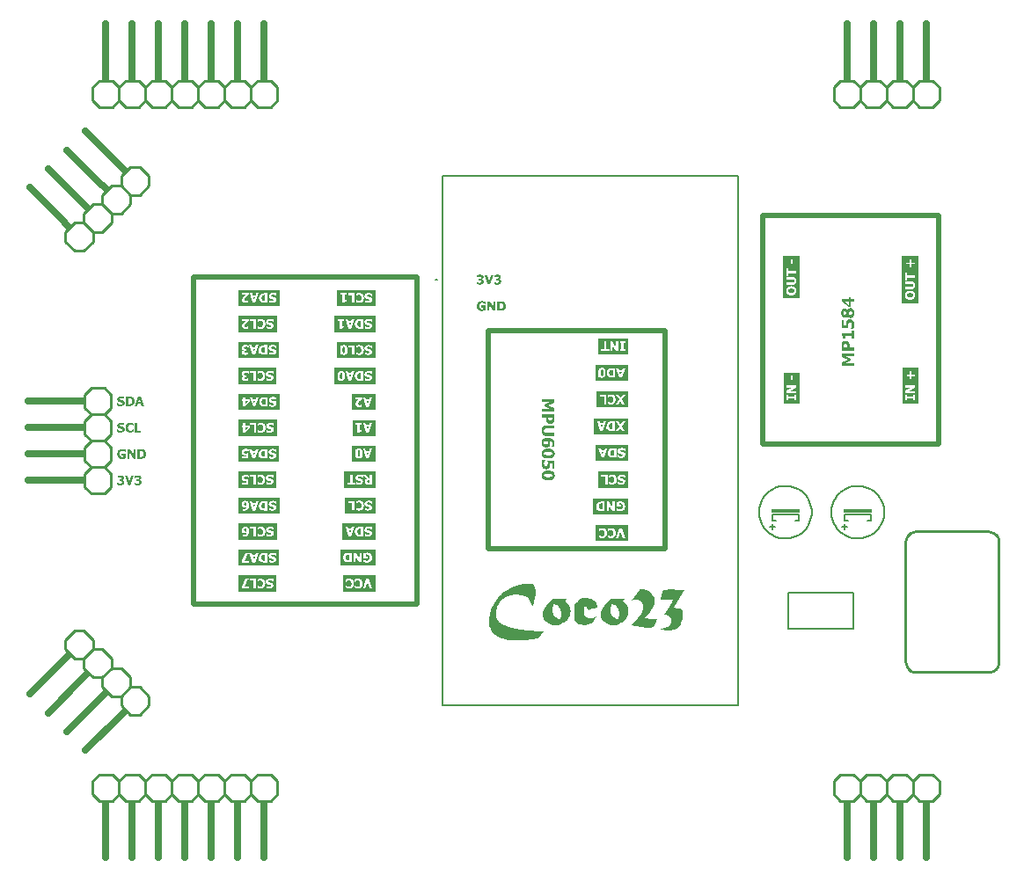
<source format=gto>
G04*
G04 #@! TF.GenerationSoftware,Altium Limited,Altium Designer,23.8.1 (32)*
G04*
G04 Layer_Color=65535*
%FSLAX25Y25*%
%MOIN*%
G70*
G04*
G04 #@! TF.SameCoordinates,A7975AE5-3418-47AE-AA8E-B0B1D5A969ED*
G04*
G04*
G04 #@! TF.FilePolarity,Positive*
G04*
G01*
G75*
%ADD10C,0.00787*%
%ADD11C,0.01000*%
%ADD12C,0.00600*%
%ADD13C,0.02600*%
%ADD14C,0.00500*%
%ADD15C,0.02000*%
%ADD16C,0.00800*%
G04:AMPARAMS|DCode=17|XSize=26mil|YSize=30mil|CornerRadius=0mil|HoleSize=0mil|Usage=FLASHONLY|Rotation=135.000|XOffset=0mil|YOffset=0mil|HoleType=Round|Shape=Rectangle|*
%AMROTATEDRECTD17*
4,1,4,0.01980,0.00141,-0.00141,-0.01980,-0.01980,-0.00141,0.00141,0.01980,0.01980,0.00141,0.0*
%
%ADD17ROTATEDRECTD17*%

%ADD18R,0.03000X0.02600*%
%ADD19R,0.02600X0.03000*%
G04:AMPARAMS|DCode=20|XSize=26mil|YSize=30mil|CornerRadius=0mil|HoleSize=0mil|Usage=FLASHONLY|Rotation=45.000|XOffset=0mil|YOffset=0mil|HoleType=Round|Shape=Rectangle|*
%AMROTATEDRECTD20*
4,1,4,0.00141,-0.01980,-0.01980,0.00141,-0.00141,0.01980,0.01980,-0.00141,0.00141,-0.01980,0.0*
%
%ADD20ROTATEDRECTD20*%

%ADD21R,0.10800X0.01500*%
G36*
X488611Y232294D02*
X489019Y232265D01*
X489427Y232206D01*
X489923Y232119D01*
X490419Y232031D01*
X491089Y229495D01*
Y229465D01*
Y229407D01*
X491060Y229261D01*
X491031Y229086D01*
X491002Y228882D01*
X490944Y228620D01*
X490914Y228299D01*
X490827Y227949D01*
X490769Y227541D01*
X490652Y227103D01*
X490564Y226608D01*
X490419Y226083D01*
X490273Y225500D01*
X490127Y224887D01*
X489952Y224246D01*
X489748Y223546D01*
Y223575D01*
X489719Y223633D01*
X489661Y223750D01*
X489602Y223896D01*
X489515Y224071D01*
X489427Y224275D01*
X489223Y224771D01*
X488932Y225325D01*
X488640Y225966D01*
X488319Y226608D01*
X487969Y227249D01*
X487940D01*
X487853Y227278D01*
X487736Y227337D01*
X487590Y227395D01*
X487357Y227453D01*
X487124Y227541D01*
X486861Y227628D01*
X486540Y227716D01*
X485841Y227891D01*
X485082Y228036D01*
X484295Y228153D01*
X483449Y228182D01*
X483100D01*
X482866Y228153D01*
X482546Y228124D01*
X482196Y228066D01*
X481816Y228007D01*
X481408Y227920D01*
X480971Y227803D01*
X480504Y227657D01*
X480038Y227483D01*
X479571Y227278D01*
X479105Y227016D01*
X478638Y226724D01*
X478230Y226403D01*
X477822Y226025D01*
X477792Y225995D01*
X477734Y225937D01*
X477647Y225820D01*
X477501Y225645D01*
X477355Y225441D01*
X477180Y225208D01*
X477005Y224916D01*
X476830Y224596D01*
X476626Y224246D01*
X476451Y223867D01*
X476276Y223458D01*
X476130Y223021D01*
X475984Y222554D01*
X475897Y222088D01*
X475839Y221563D01*
X475809Y221038D01*
Y221009D01*
Y220980D01*
Y220892D01*
Y220776D01*
X475868Y220484D01*
X475926Y220105D01*
X476014Y219697D01*
X476159Y219230D01*
X476364Y218764D01*
X476655Y218326D01*
X476684Y218268D01*
X476830Y218122D01*
X477063Y217918D01*
X477384Y217655D01*
X477588Y217481D01*
X477822Y217335D01*
X478084Y217160D01*
X478376Y216985D01*
X478696Y216781D01*
X479075Y216606D01*
X479455Y216431D01*
X479892Y216256D01*
X479921D01*
X480009Y216227D01*
X480125Y216168D01*
X480329Y216110D01*
X480563Y216023D01*
X480854Y215935D01*
X481175Y215819D01*
X481554Y215731D01*
X481962Y215614D01*
X482400Y215498D01*
X482895Y215352D01*
X483449Y215235D01*
X484003Y215119D01*
X484616Y215031D01*
X485228Y214914D01*
X485899Y214827D01*
X485957D01*
X486103Y214798D01*
X486336Y214769D01*
X486657Y214740D01*
X487036Y214681D01*
X487444Y214623D01*
X487882Y214594D01*
X488348Y214535D01*
X488407D01*
X488582Y214506D01*
X488844D01*
X489165Y214477D01*
X489602Y214448D01*
X490069Y214419D01*
X490564Y214390D01*
X491118Y214360D01*
X491381D01*
X491673Y214331D01*
X492489D01*
X492956Y214302D01*
X493947D01*
X491906Y211649D01*
X491848D01*
X491702Y211619D01*
X491468Y211561D01*
X491148Y211532D01*
X490739Y211444D01*
X490273Y211386D01*
X489748Y211299D01*
X489136Y211240D01*
X488523Y211153D01*
X487853Y211065D01*
X487124Y211007D01*
X486395Y210949D01*
X484907Y210832D01*
X483391Y210803D01*
X482895D01*
X482516Y210832D01*
X482079Y210861D01*
X481583Y210920D01*
X481029Y210978D01*
X480446Y211065D01*
X479834Y211153D01*
X479192Y211299D01*
X478551Y211474D01*
X477909Y211678D01*
X477297Y211911D01*
X476714Y212174D01*
X476159Y212494D01*
X475664Y212844D01*
X475635Y212873D01*
X475547Y212932D01*
X475430Y213048D01*
X475285Y213223D01*
X475110Y213398D01*
X474876Y213661D01*
X474672Y213923D01*
X474439Y214244D01*
X474206Y214594D01*
X474002Y215002D01*
X473798Y215410D01*
X473593Y215877D01*
X473448Y216372D01*
X473331Y216897D01*
X473244Y217451D01*
X473214Y218035D01*
Y218064D01*
Y218210D01*
Y218385D01*
X473244Y218647D01*
X473273Y218968D01*
X473331Y219347D01*
X473389Y219784D01*
X473477Y220251D01*
X473564Y220746D01*
X473710Y221301D01*
X473885Y221884D01*
X474089Y222496D01*
X474322Y223109D01*
X474585Y223750D01*
X474906Y224392D01*
X475255Y225033D01*
X475285Y225062D01*
X475343Y225179D01*
X475460Y225354D01*
X475635Y225616D01*
X475839Y225908D01*
X476072Y226229D01*
X476364Y226608D01*
X476714Y227016D01*
X477093Y227424D01*
X477501Y227861D01*
X477938Y228328D01*
X478434Y228766D01*
X478988Y229203D01*
X479542Y229611D01*
X480154Y230019D01*
X480796Y230399D01*
X480825Y230428D01*
X480942Y230486D01*
X481146Y230573D01*
X481408Y230690D01*
X481729Y230836D01*
X482108Y231011D01*
X482516Y231186D01*
X483012Y231361D01*
X483508Y231536D01*
X484062Y231711D01*
X484645Y231886D01*
X485257Y232031D01*
X485899Y232148D01*
X486540Y232236D01*
X487182Y232294D01*
X487853Y232323D01*
X488290D01*
X488611Y232294D01*
D02*
G37*
G36*
X509023Y226870D02*
X509227D01*
X509723Y226841D01*
X510277Y226812D01*
X510831Y226753D01*
X511356Y226695D01*
X511589Y226637D01*
X511793Y226608D01*
X511851D01*
X511968Y226549D01*
X512172Y226462D01*
X512434Y226345D01*
X512697Y226199D01*
X512989Y225995D01*
X513309Y225762D01*
X513572Y225470D01*
X513601Y225441D01*
X513688Y225325D01*
X513805Y225120D01*
X513922Y224858D01*
X514038Y224537D01*
X514155Y224158D01*
X514242Y223750D01*
X514272Y223254D01*
X514184D01*
X514097Y223225D01*
X513951Y223196D01*
X513805Y223167D01*
X513630Y223138D01*
X513164Y223021D01*
X512639Y222904D01*
X512085Y222759D01*
X511472Y222554D01*
X510860Y222350D01*
Y222379D01*
Y222409D01*
X510802Y222554D01*
X510714Y222759D01*
X510597Y223021D01*
X510423Y223313D01*
X510160Y223546D01*
X509868Y223779D01*
X509489Y223925D01*
Y223896D01*
Y223837D01*
X509460Y223721D01*
Y223575D01*
X509431Y223429D01*
Y223225D01*
X509402Y222788D01*
X509343Y222292D01*
X509314Y221825D01*
X509285Y221388D01*
Y221213D01*
Y221038D01*
Y221009D01*
Y220951D01*
X509314Y220834D01*
Y220688D01*
X509431Y220397D01*
X509489Y220222D01*
X509606Y220076D01*
X509635Y220047D01*
X509664Y220018D01*
X509752Y219959D01*
X509868Y219872D01*
X510014Y219784D01*
X510189Y219668D01*
X510423Y219580D01*
X510656Y219463D01*
X510685D01*
X510772Y219434D01*
X510918Y219376D01*
X511122Y219347D01*
X511560Y219230D01*
X512026Y219201D01*
X512085D01*
X512201Y219230D01*
X512376Y219259D01*
X512639Y219347D01*
X512901Y219463D01*
X513222Y219668D01*
X513543Y219930D01*
X513863Y220309D01*
X513922Y220280D01*
Y220251D01*
X513893Y220193D01*
X513863Y220105D01*
X513805Y219959D01*
X513659Y219638D01*
X513455Y219230D01*
X513222Y218764D01*
X512930Y218326D01*
X512609Y217889D01*
X512259Y217510D01*
X512201Y217481D01*
X512085Y217393D01*
X511851Y217247D01*
X511530Y217102D01*
X511093Y216927D01*
X510597Y216810D01*
X510014Y216693D01*
X509314Y216664D01*
X509081D01*
X508819Y216693D01*
X508469Y216752D01*
X508119Y216810D01*
X507711Y216897D01*
X507332Y217043D01*
X506982Y217247D01*
X506952Y217277D01*
X506836Y217364D01*
X506690Y217481D01*
X506515Y217656D01*
X506311Y217860D01*
X506107Y218093D01*
X505932Y218385D01*
X505786Y218676D01*
Y218705D01*
X505728Y218822D01*
X505698Y219026D01*
X505640Y219288D01*
X505582Y219609D01*
X505553Y220018D01*
X505494Y220455D01*
Y220951D01*
Y220980D01*
Y221009D01*
Y221096D01*
Y221213D01*
Y221359D01*
Y221534D01*
Y221942D01*
X505524Y222467D01*
Y223079D01*
X505553Y223779D01*
X505582Y224567D01*
X505611Y224596D01*
X505640Y224625D01*
X505815Y224771D01*
X506078Y225033D01*
X506457Y225325D01*
X506865Y225675D01*
X507361Y226083D01*
X507886Y226491D01*
X508440Y226899D01*
X508819D01*
X509023Y226870D01*
D02*
G37*
G36*
X519987Y226578D02*
X520162D01*
X520337Y226549D01*
X520803D01*
X521299Y226520D01*
X521853Y226491D01*
X522407Y226462D01*
X524128D01*
X524740Y226491D01*
X524098Y225412D01*
X524128D01*
X524244Y225354D01*
X524390Y225295D01*
X524594Y225179D01*
X524827Y225033D01*
X525061Y224829D01*
X525294Y224567D01*
X525498Y224275D01*
X525527Y224246D01*
X525586Y224129D01*
X525673Y223954D01*
X525790Y223692D01*
X525906Y223371D01*
X525994Y223021D01*
X526052Y222613D01*
X526081Y222146D01*
Y222088D01*
Y221942D01*
X526052Y221709D01*
X526023Y221417D01*
X525965Y221067D01*
X525877Y220659D01*
X525761Y220280D01*
X525586Y219872D01*
X525557Y219813D01*
X525498Y219697D01*
X525411Y219522D01*
X525294Y219288D01*
X524973Y218793D01*
X524769Y218560D01*
X524565Y218355D01*
X524536Y218326D01*
X524448Y218268D01*
X524332Y218151D01*
X524128Y218035D01*
X523865Y217860D01*
X523544Y217656D01*
X523136Y217422D01*
X522670Y217189D01*
X522611Y217160D01*
X522495Y217102D01*
X522261Y216956D01*
X521970Y216781D01*
X521911Y216752D01*
X521766Y216635D01*
X521591Y216518D01*
X521387Y216402D01*
X521182D01*
X521007Y216431D01*
X520803Y216460D01*
X520570Y216489D01*
X520308Y216518D01*
X520045Y216577D01*
X519404Y216722D01*
X518704Y216956D01*
X518004Y217247D01*
X517304Y217656D01*
X517275Y217685D01*
X517217Y217714D01*
X517129Y217772D01*
X517013Y217889D01*
X516721Y218151D01*
X516400Y218501D01*
X516050Y218939D01*
X515759Y219463D01*
X515642Y219755D01*
X515555Y220076D01*
X515496Y220397D01*
X515467Y220746D01*
Y220776D01*
Y220892D01*
X515496Y221038D01*
X515525Y221271D01*
X515584Y221534D01*
X515700Y221855D01*
X515817Y222234D01*
X515992Y222642D01*
X516225Y223050D01*
X516488Y223517D01*
X516838Y224012D01*
X517246Y224508D01*
X517712Y225033D01*
X518296Y225558D01*
X518937Y226083D01*
X519666Y226608D01*
X519841D01*
X519987Y226578D01*
D02*
G37*
G36*
X498029Y226578D02*
X498204D01*
X498379Y226549D01*
X498846D01*
X499342Y226520D01*
X499896Y226491D01*
X500450Y226462D01*
X502170Y226462D01*
X502782Y226491D01*
X502141Y225412D01*
X502170D01*
X502287Y225354D01*
X502433Y225295D01*
X502637Y225179D01*
X502870Y225033D01*
X503103Y224829D01*
X503337Y224567D01*
X503541Y224275D01*
X503570Y224246D01*
X503628Y224129D01*
X503716Y223954D01*
X503832Y223692D01*
X503949Y223371D01*
X504036Y223021D01*
X504095Y222613D01*
X504124Y222146D01*
Y222088D01*
Y221942D01*
X504095Y221709D01*
X504066Y221417D01*
X504007Y221067D01*
X503920Y220659D01*
X503803Y220280D01*
X503628Y219872D01*
X503599Y219813D01*
X503541Y219697D01*
X503453Y219522D01*
X503337Y219288D01*
X503016Y218793D01*
X502812Y218560D01*
X502608Y218355D01*
X502578Y218326D01*
X502491Y218268D01*
X502374Y218151D01*
X502170Y218035D01*
X501908Y217860D01*
X501587Y217655D01*
X501179Y217422D01*
X500712Y217189D01*
X500654Y217160D01*
X500537Y217102D01*
X500304Y216956D01*
X500012Y216781D01*
X499954Y216752D01*
X499808Y216635D01*
X499633Y216518D01*
X499429Y216402D01*
X499225D01*
X499050Y216431D01*
X498846Y216460D01*
X498613Y216489D01*
X498350Y216518D01*
X498088Y216577D01*
X497446Y216722D01*
X496746Y216956D01*
X496047Y217247D01*
X495347Y217655D01*
X495318Y217685D01*
X495259Y217714D01*
X495172Y217772D01*
X495055Y217889D01*
X494764Y218151D01*
X494443Y218501D01*
X494093Y218939D01*
X493801Y219463D01*
X493685Y219755D01*
X493597Y220076D01*
X493539Y220397D01*
X493510Y220746D01*
Y220776D01*
Y220892D01*
X493539Y221038D01*
X493568Y221271D01*
X493626Y221534D01*
X493743Y221855D01*
X493860Y222234D01*
X494034Y222642D01*
X494268Y223050D01*
X494530Y223517D01*
X494880Y224012D01*
X495288Y224508D01*
X495755Y225033D01*
X496338Y225558D01*
X496980Y226083D01*
X497709Y226608D01*
X497884D01*
X498029Y226578D01*
D02*
G37*
G36*
X531651Y230136D02*
X531826D01*
X532030Y230107D01*
X532467Y230019D01*
X532992Y229844D01*
X533546Y229611D01*
X534129Y229320D01*
X534392Y229115D01*
X534654Y228882D01*
X534684D01*
X534713Y228824D01*
X534888Y228649D01*
X535092Y228386D01*
X535354Y228036D01*
X535617Y227599D01*
X535850Y227074D01*
X535996Y226491D01*
X536025Y226199D01*
X536054Y225879D01*
Y225850D01*
Y225733D01*
X536025Y225558D01*
X535996Y225295D01*
X535937Y225004D01*
X535850Y224654D01*
X535704Y224246D01*
X535558Y223808D01*
X535325Y223342D01*
X535063Y222817D01*
X534742Y222292D01*
X534334Y221709D01*
X533867Y221155D01*
X533342Y220572D01*
X532701Y219959D01*
X532001Y219376D01*
X532030D01*
X532088Y219347D01*
X532176D01*
X532293Y219318D01*
X532467Y219259D01*
X532701Y219230D01*
X532934Y219172D01*
X533226Y219143D01*
X533575Y219084D01*
X533925Y219055D01*
X534363Y218997D01*
X534800Y218968D01*
X535296Y218939D01*
X535850Y218909D01*
X536433Y218880D01*
X537045D01*
X536637Y217918D01*
Y217889D01*
X536608Y217860D01*
X536550Y217685D01*
X536404Y217422D01*
X536258Y217102D01*
X536083Y216781D01*
X535850Y216460D01*
X535617Y216168D01*
X535354Y215935D01*
X535325Y215906D01*
X535238Y215848D01*
X535092Y215760D01*
X534888Y215673D01*
X534654Y215585D01*
X534392Y215498D01*
X534100Y215439D01*
X533809Y215410D01*
X533692D01*
X533546Y215439D01*
X533313Y215469D01*
X532992Y215498D01*
X532642Y215556D01*
X532176Y215644D01*
X531622Y215760D01*
X531593D01*
X531505Y215789D01*
X531359Y215819D01*
X531155Y215877D01*
X530893Y215906D01*
X530630Y215964D01*
X530310Y216023D01*
X529989Y216110D01*
X529231Y216227D01*
X528473Y216343D01*
X527714Y216460D01*
X527014Y216518D01*
X527073Y216577D01*
X527189Y216722D01*
X527364Y216927D01*
X527598Y217189D01*
X527831Y217451D01*
X528093Y217714D01*
X528298Y217947D01*
X528473Y218122D01*
X528502Y218180D01*
X528618Y218297D01*
X528793Y218472D01*
X529027Y218705D01*
X529260Y218997D01*
X529522Y219288D01*
X529785Y219580D01*
X530018Y219872D01*
X530047Y219901D01*
X530135Y219988D01*
X530251Y220134D01*
X530368Y220309D01*
X530689Y220717D01*
X530834Y220921D01*
X530980Y221126D01*
X531009Y221184D01*
X531097Y221330D01*
X531214Y221563D01*
X531330Y221855D01*
X531447Y222204D01*
X531564Y222642D01*
X531651Y223079D01*
X531680Y223546D01*
Y223575D01*
Y223604D01*
Y223750D01*
X531651Y223983D01*
X531593Y224275D01*
X531505Y224596D01*
X531359Y224916D01*
X531184Y225266D01*
X530951Y225558D01*
X530922Y225587D01*
X530805Y225675D01*
X530659Y225791D01*
X530426Y225937D01*
X530135Y226054D01*
X529785Y226170D01*
X529347Y226258D01*
X528881Y226287D01*
X528589D01*
X528385Y226258D01*
X528123Y226229D01*
X527831Y226170D01*
X527189Y225995D01*
X530222Y230049D01*
X530251D01*
X530339Y230078D01*
X530455D01*
X530601Y230107D01*
X530980Y230136D01*
X531330Y230165D01*
X531534D01*
X531651Y230136D01*
D02*
G37*
G36*
X543519Y230078D02*
X544102Y230049D01*
X544744D01*
X545006Y230019D01*
X546493D01*
X546814Y230049D01*
X547164D01*
X543169Y223196D01*
X543257D01*
X543373Y223167D01*
X543519D01*
X543694Y223138D01*
X543898Y223109D01*
X544365Y223050D01*
X544860Y222963D01*
X545385Y222875D01*
X545852Y222788D01*
X546260Y222700D01*
X546289Y222671D01*
X546318Y222554D01*
X546406Y222350D01*
X546493Y222088D01*
X546552Y221738D01*
X546639Y221359D01*
X546668Y220892D01*
X546698Y220367D01*
Y220338D01*
Y220251D01*
Y220105D01*
X546668Y219901D01*
X546639Y219668D01*
X546610Y219405D01*
X546581Y219084D01*
X546523Y218764D01*
X546348Y218093D01*
X546085Y217364D01*
X545910Y217014D01*
X545706Y216693D01*
X545473Y216372D01*
X545210Y216081D01*
X545181Y216052D01*
X545152Y216023D01*
X545064Y215935D01*
X544948Y215848D01*
X544802Y215731D01*
X544627Y215614D01*
X544219Y215352D01*
X543694Y215060D01*
X543082Y214827D01*
X542411Y214652D01*
X542032Y214623D01*
X541653Y214594D01*
X541361D01*
X541215Y214623D01*
X541011D01*
X540574Y214652D01*
X540020Y214710D01*
X539378Y214798D01*
X538708Y214914D01*
X537979Y215090D01*
Y215148D01*
X538008D01*
X538095Y215177D01*
X538241D01*
X538416Y215206D01*
X538620Y215235D01*
X538853Y215294D01*
X539407Y215410D01*
X539991Y215556D01*
X540574Y215760D01*
X541070Y215993D01*
X541303Y216139D01*
X541478Y216285D01*
X541507Y216314D01*
X541624Y216431D01*
X541769Y216606D01*
X541944Y216868D01*
X542090Y217160D01*
X542236Y217539D01*
X542353Y217947D01*
X542382Y218414D01*
Y218443D01*
Y218501D01*
X542353Y218618D01*
X542323Y218764D01*
X542236Y219084D01*
X542148Y219288D01*
X542003Y219493D01*
X541857Y219697D01*
X541653Y219901D01*
X541420Y220076D01*
X541128Y220251D01*
X540807Y220397D01*
X540399Y220513D01*
X539961Y220572D01*
X539437Y220601D01*
Y220630D01*
X539495Y220688D01*
X539524Y220746D01*
X539612Y220863D01*
X539845Y221184D01*
X540136Y221563D01*
X540166Y221592D01*
X540224Y221651D01*
X540282Y221767D01*
X540399Y221913D01*
X540545Y222117D01*
X540720Y222321D01*
X540895Y222584D01*
X541099Y222904D01*
X541303Y223225D01*
X541536Y223575D01*
X542003Y224362D01*
X542469Y225266D01*
X542907Y226229D01*
X542761D01*
X542615Y226258D01*
X542148D01*
X541828Y226287D01*
X540574D01*
X540341Y226258D01*
X539874Y226229D01*
X539378D01*
X538970Y226199D01*
X538416D01*
X538270Y226229D01*
X538124D01*
Y226258D01*
X538154Y226345D01*
X538212Y226491D01*
X538270Y226666D01*
X538329Y226870D01*
X538416Y227133D01*
X538591Y227687D01*
X538766Y228299D01*
X538941Y228911D01*
X539116Y229495D01*
X539174Y229728D01*
X539232Y229961D01*
X539291D01*
X539466Y229990D01*
X539728Y230019D01*
X540107Y230049D01*
X540574D01*
X541099Y230078D01*
X541682Y230107D01*
X543198D01*
X543519Y230078D01*
D02*
G37*
G36*
X473707Y345757D02*
X472758D01*
X471520Y349370D01*
X472458D01*
X473246Y346911D01*
X474034Y349370D01*
X474950D01*
X473707Y345757D01*
D02*
G37*
G36*
X476532Y349442D02*
X476604D01*
X476693Y349431D01*
X476787Y349419D01*
X476882Y349408D01*
X476970Y349386D01*
X476981D01*
X477009Y349375D01*
X477053Y349364D01*
X477109Y349347D01*
X477176Y349325D01*
X477242Y349297D01*
X477309Y349264D01*
X477375Y349225D01*
X477381Y349220D01*
X477403Y349203D01*
X477436Y349181D01*
X477481Y349148D01*
X477525Y349109D01*
X477570Y349059D01*
X477614Y348998D01*
X477653Y348937D01*
X477659Y348931D01*
X477670Y348903D01*
X477681Y348870D01*
X477703Y348820D01*
X477719Y348759D01*
X477731Y348692D01*
X477742Y348620D01*
X477747Y348537D01*
Y348532D01*
Y348526D01*
Y348509D01*
Y348487D01*
X477736Y348426D01*
X477725Y348354D01*
X477703Y348271D01*
X477670Y348182D01*
X477625Y348088D01*
X477564Y347999D01*
X477559Y347988D01*
X477531Y347960D01*
X477492Y347921D01*
X477442Y347877D01*
X477370Y347821D01*
X477292Y347777D01*
X477203Y347732D01*
X477098Y347699D01*
Y347666D01*
X477104D01*
X477120Y347660D01*
X477142Y347655D01*
X477176Y347649D01*
X477214Y347638D01*
X477259Y347627D01*
X477348Y347599D01*
X477353D01*
X477370Y347588D01*
X477392Y347577D01*
X477425Y347566D01*
X477497Y347516D01*
X477542Y347488D01*
X477586Y347449D01*
X477592Y347444D01*
X477603Y347433D01*
X477625Y347410D01*
X477653Y347383D01*
X477681Y347349D01*
X477708Y347305D01*
X477742Y347260D01*
X477770Y347205D01*
X477775Y347200D01*
X477781Y347177D01*
X477792Y347149D01*
X477808Y347105D01*
X477819Y347055D01*
X477831Y346994D01*
X477836Y346922D01*
X477842Y346850D01*
Y346844D01*
Y346839D01*
Y346805D01*
X477836Y346756D01*
X477831Y346689D01*
X477819Y346611D01*
X477797Y346533D01*
X477775Y346445D01*
X477742Y346361D01*
X477736Y346350D01*
X477725Y346328D01*
X477703Y346284D01*
X477670Y346234D01*
X477625Y346178D01*
X477581Y346112D01*
X477520Y346051D01*
X477453Y345990D01*
X477442Y345984D01*
X477420Y345967D01*
X477375Y345940D01*
X477325Y345906D01*
X477259Y345867D01*
X477181Y345829D01*
X477092Y345790D01*
X476998Y345757D01*
X476993D01*
X476987Y345751D01*
X476970D01*
X476954Y345745D01*
X476898Y345734D01*
X476826Y345718D01*
X476732Y345701D01*
X476626Y345690D01*
X476504Y345684D01*
X476371Y345679D01*
X476265D01*
X476221Y345684D01*
X476121Y345690D01*
X476010Y345695D01*
X475888Y345712D01*
X475766Y345729D01*
X475649Y345751D01*
X475644D01*
X475638Y345757D01*
X475622D01*
X475599Y345762D01*
X475544Y345779D01*
X475477Y345795D01*
X475400Y345817D01*
X475316Y345845D01*
X475239Y345873D01*
X475161Y345906D01*
Y346689D01*
X475244D01*
X475255Y346683D01*
X475278Y346667D01*
X475322Y346644D01*
X475377Y346611D01*
X475444Y346572D01*
X475527Y346539D01*
X475616Y346500D01*
X475710Y346461D01*
X475716D01*
X475722Y346456D01*
X475755Y346450D01*
X475810Y346434D01*
X475877Y346417D01*
X475949Y346400D01*
X476032Y346389D01*
X476121Y346378D01*
X476204Y346373D01*
X476254D01*
X476288Y346378D01*
X476332D01*
X476376Y346384D01*
X476487Y346395D01*
X476493D01*
X476515Y346400D01*
X476543Y346406D01*
X476576Y346417D01*
X476665Y346445D01*
X476748Y346495D01*
X476754Y346500D01*
X476765Y346506D01*
X476798Y346539D01*
X476837Y346583D01*
X476882Y346644D01*
Y346650D01*
X476887Y346661D01*
X476898Y346683D01*
X476909Y346711D01*
X476915Y346750D01*
X476926Y346794D01*
X476931Y346844D01*
Y346900D01*
Y346905D01*
Y346927D01*
X476926Y346955D01*
X476920Y346994D01*
X476904Y347077D01*
X476882Y347116D01*
X476859Y347149D01*
X476854Y347155D01*
X476848Y347166D01*
X476831Y347177D01*
X476809Y347200D01*
X476748Y347238D01*
X476671Y347277D01*
X476665D01*
X476648Y347283D01*
X476626Y347294D01*
X476593Y347299D01*
X476554Y347310D01*
X476504Y347316D01*
X476454Y347322D01*
X476393Y347327D01*
X476338D01*
X476299Y347333D01*
X475955D01*
Y347965D01*
X476193D01*
X476238Y347971D01*
X476288D01*
X476393Y347976D01*
X476399D01*
X476415Y347982D01*
X476443D01*
X476476Y347993D01*
X476554Y348010D01*
X476632Y348038D01*
X476637D01*
X476648Y348049D01*
X476665Y348054D01*
X476687Y348071D01*
X476737Y348110D01*
X476782Y348165D01*
Y348171D01*
X476793Y348182D01*
X476798Y348199D01*
X476809Y348226D01*
X476820Y348254D01*
X476826Y348293D01*
X476837Y348337D01*
Y348387D01*
Y348393D01*
Y348404D01*
Y348426D01*
X476831Y348454D01*
X476815Y348509D01*
X476782Y348565D01*
Y348570D01*
X476770Y348576D01*
X476748Y348604D01*
X476709Y348642D01*
X476659Y348676D01*
X476654D01*
X476643Y348681D01*
X476626Y348692D01*
X476598Y348698D01*
X476537Y348720D01*
X476454Y348737D01*
X476449D01*
X476438Y348742D01*
X476415D01*
X476388Y348748D01*
X476321Y348753D01*
X476204D01*
X476171Y348748D01*
X476132D01*
X476082Y348742D01*
X475982Y348720D01*
X475977D01*
X475960Y348715D01*
X475932Y348709D01*
X475899Y348698D01*
X475860Y348687D01*
X475816Y348670D01*
X475716Y348637D01*
X475710D01*
X475699Y348631D01*
X475677Y348620D01*
X475655Y348609D01*
X475583Y348576D01*
X475505Y348537D01*
X475499D01*
X475488Y348526D01*
X475466Y348515D01*
X475444Y348504D01*
X475388Y348476D01*
X475339Y348448D01*
X475266D01*
Y349220D01*
X475278Y349225D01*
X475300Y349231D01*
X475339Y349247D01*
X475400Y349270D01*
X475472Y349292D01*
X475555Y349314D01*
X475655Y349342D01*
X475766Y349370D01*
X475772D01*
X475783Y349375D01*
X475799D01*
X475821Y349381D01*
X475849Y349386D01*
X475882Y349392D01*
X475966Y349408D01*
X476066Y349425D01*
X476171Y349436D01*
X476293Y349442D01*
X476415Y349447D01*
X476471D01*
X476532Y349442D01*
D02*
G37*
G36*
X470016D02*
X470088D01*
X470177Y349431D01*
X470271Y349419D01*
X470366Y349408D01*
X470455Y349386D01*
X470466D01*
X470493Y349375D01*
X470538Y349364D01*
X470593Y349347D01*
X470660Y349325D01*
X470726Y349297D01*
X470793Y349264D01*
X470860Y349225D01*
X470865Y349220D01*
X470888Y349203D01*
X470921Y349181D01*
X470965Y349148D01*
X471010Y349109D01*
X471054Y349059D01*
X471098Y348998D01*
X471137Y348937D01*
X471143Y348931D01*
X471154Y348903D01*
X471165Y348870D01*
X471187Y348820D01*
X471204Y348759D01*
X471215Y348692D01*
X471226Y348620D01*
X471232Y348537D01*
Y348532D01*
Y348526D01*
Y348509D01*
Y348487D01*
X471220Y348426D01*
X471209Y348354D01*
X471187Y348271D01*
X471154Y348182D01*
X471109Y348088D01*
X471048Y347999D01*
X471043Y347988D01*
X471015Y347960D01*
X470976Y347921D01*
X470926Y347877D01*
X470854Y347821D01*
X470777Y347777D01*
X470688Y347732D01*
X470582Y347699D01*
Y347666D01*
X470588D01*
X470604Y347660D01*
X470627Y347655D01*
X470660Y347649D01*
X470699Y347638D01*
X470743Y347627D01*
X470832Y347599D01*
X470837D01*
X470854Y347588D01*
X470876Y347577D01*
X470910Y347566D01*
X470982Y347516D01*
X471026Y347488D01*
X471071Y347449D01*
X471076Y347444D01*
X471087Y347433D01*
X471109Y347410D01*
X471137Y347383D01*
X471165Y347349D01*
X471193Y347305D01*
X471226Y347260D01*
X471254Y347205D01*
X471259Y347200D01*
X471265Y347177D01*
X471276Y347149D01*
X471293Y347105D01*
X471304Y347055D01*
X471315Y346994D01*
X471320Y346922D01*
X471326Y346850D01*
Y346844D01*
Y346839D01*
Y346805D01*
X471320Y346756D01*
X471315Y346689D01*
X471304Y346611D01*
X471281Y346533D01*
X471259Y346445D01*
X471226Y346361D01*
X471220Y346350D01*
X471209Y346328D01*
X471187Y346284D01*
X471154Y346234D01*
X471109Y346178D01*
X471065Y346112D01*
X471004Y346051D01*
X470937Y345990D01*
X470926Y345984D01*
X470904Y345967D01*
X470860Y345940D01*
X470810Y345906D01*
X470743Y345867D01*
X470666Y345829D01*
X470577Y345790D01*
X470482Y345757D01*
X470477D01*
X470471Y345751D01*
X470455D01*
X470438Y345745D01*
X470382Y345734D01*
X470310Y345718D01*
X470216Y345701D01*
X470111Y345690D01*
X469988Y345684D01*
X469855Y345679D01*
X469750D01*
X469705Y345684D01*
X469605Y345690D01*
X469494Y345695D01*
X469372Y345712D01*
X469250Y345729D01*
X469134Y345751D01*
X469128D01*
X469123Y345757D01*
X469106D01*
X469084Y345762D01*
X469028Y345779D01*
X468962Y345795D01*
X468884Y345817D01*
X468801Y345845D01*
X468723Y345873D01*
X468645Y345906D01*
Y346689D01*
X468728D01*
X468740Y346683D01*
X468762Y346667D01*
X468806Y346644D01*
X468862Y346611D01*
X468928Y346572D01*
X469012Y346539D01*
X469100Y346500D01*
X469195Y346461D01*
X469200D01*
X469206Y346456D01*
X469239Y346450D01*
X469295Y346434D01*
X469361Y346417D01*
X469433Y346400D01*
X469517Y346389D01*
X469605Y346378D01*
X469689Y346373D01*
X469739D01*
X469772Y346378D01*
X469816D01*
X469861Y346384D01*
X469972Y346395D01*
X469977D01*
X470000Y346400D01*
X470027Y346406D01*
X470060Y346417D01*
X470149Y346445D01*
X470233Y346495D01*
X470238Y346500D01*
X470249Y346506D01*
X470283Y346539D01*
X470321Y346583D01*
X470366Y346644D01*
Y346650D01*
X470371Y346661D01*
X470382Y346683D01*
X470394Y346711D01*
X470399Y346750D01*
X470410Y346794D01*
X470416Y346844D01*
Y346900D01*
Y346905D01*
Y346927D01*
X470410Y346955D01*
X470405Y346994D01*
X470388Y347077D01*
X470366Y347116D01*
X470344Y347149D01*
X470338Y347155D01*
X470332Y347166D01*
X470316Y347177D01*
X470294Y347200D01*
X470233Y347238D01*
X470155Y347277D01*
X470149D01*
X470133Y347283D01*
X470111Y347294D01*
X470077Y347299D01*
X470038Y347310D01*
X469988Y347316D01*
X469938Y347322D01*
X469877Y347327D01*
X469822D01*
X469783Y347333D01*
X469439D01*
Y347965D01*
X469678D01*
X469722Y347971D01*
X469772D01*
X469877Y347976D01*
X469883D01*
X469900Y347982D01*
X469927D01*
X469961Y347993D01*
X470038Y348010D01*
X470116Y348038D01*
X470122D01*
X470133Y348049D01*
X470149Y348054D01*
X470171Y348071D01*
X470222Y348110D01*
X470266Y348165D01*
Y348171D01*
X470277Y348182D01*
X470283Y348199D01*
X470294Y348226D01*
X470305Y348254D01*
X470310Y348293D01*
X470321Y348337D01*
Y348387D01*
Y348393D01*
Y348404D01*
Y348426D01*
X470316Y348454D01*
X470299Y348509D01*
X470266Y348565D01*
Y348570D01*
X470255Y348576D01*
X470233Y348604D01*
X470194Y348642D01*
X470144Y348676D01*
X470138D01*
X470127Y348681D01*
X470111Y348692D01*
X470083Y348698D01*
X470022Y348720D01*
X469938Y348737D01*
X469933D01*
X469922Y348742D01*
X469900D01*
X469872Y348748D01*
X469805Y348753D01*
X469689D01*
X469655Y348748D01*
X469617D01*
X469567Y348742D01*
X469467Y348720D01*
X469461D01*
X469445Y348715D01*
X469417Y348709D01*
X469383Y348698D01*
X469345Y348687D01*
X469300Y348670D01*
X469200Y348637D01*
X469195D01*
X469184Y348631D01*
X469161Y348620D01*
X469139Y348609D01*
X469067Y348576D01*
X468989Y348537D01*
X468984D01*
X468973Y348526D01*
X468951Y348515D01*
X468928Y348504D01*
X468873Y348476D01*
X468823Y348448D01*
X468751D01*
Y349220D01*
X468762Y349225D01*
X468784Y349231D01*
X468823Y349247D01*
X468884Y349270D01*
X468956Y349292D01*
X469039Y349314D01*
X469139Y349342D01*
X469250Y349370D01*
X469256D01*
X469267Y349375D01*
X469283D01*
X469306Y349381D01*
X469334Y349386D01*
X469367Y349392D01*
X469450Y349408D01*
X469550Y349425D01*
X469655Y349436D01*
X469777Y349442D01*
X469900Y349447D01*
X469955D01*
X470016Y349442D01*
D02*
G37*
G36*
X470693Y339436D02*
X470793Y339431D01*
X470915Y339420D01*
X471037Y339403D01*
X471159Y339381D01*
X471270Y339353D01*
X471276D01*
X471281Y339347D01*
X471298Y339342D01*
X471320Y339336D01*
X471376Y339320D01*
X471448Y339292D01*
X471537Y339259D01*
X471637Y339220D01*
X471748Y339175D01*
X471859Y339120D01*
Y338276D01*
X471770D01*
X471764Y338287D01*
X471748Y338298D01*
X471726Y338315D01*
X471698Y338332D01*
X471670Y338354D01*
X471587Y338415D01*
X471581Y338421D01*
X471565Y338432D01*
X471542Y338448D01*
X471509Y338470D01*
X471437Y338520D01*
X471348Y338576D01*
X471343Y338581D01*
X471326Y338587D01*
X471293Y338604D01*
X471259Y338620D01*
X471209Y338643D01*
X471154Y338665D01*
X471098Y338687D01*
X471032Y338709D01*
X471026D01*
X470998Y338720D01*
X470965Y338726D01*
X470921Y338737D01*
X470860Y338748D01*
X470799Y338754D01*
X470726Y338765D01*
X470615D01*
X470571Y338759D01*
X470516Y338754D01*
X470449Y338748D01*
X470377Y338731D01*
X470299Y338715D01*
X470227Y338687D01*
X470222Y338681D01*
X470194Y338676D01*
X470160Y338654D01*
X470116Y338631D01*
X470060Y338604D01*
X470005Y338565D01*
X469944Y338520D01*
X469888Y338465D01*
X469883Y338459D01*
X469866Y338437D01*
X469838Y338409D01*
X469811Y338365D01*
X469772Y338310D01*
X469739Y338248D01*
X469700Y338176D01*
X469666Y338093D01*
X469661Y338082D01*
X469655Y338054D01*
X469639Y338010D01*
X469628Y337943D01*
X469611Y337871D01*
X469594Y337782D01*
X469589Y337682D01*
X469583Y337577D01*
Y337571D01*
Y337549D01*
Y337516D01*
X469589Y337471D01*
X469594Y337421D01*
X469600Y337360D01*
X469611Y337294D01*
X469622Y337222D01*
X469661Y337072D01*
X469689Y336994D01*
X469716Y336916D01*
X469755Y336844D01*
X469794Y336772D01*
X469844Y336705D01*
X469900Y336645D01*
X469905Y336639D01*
X469916Y336633D01*
X469933Y336617D01*
X469955Y336600D01*
X469988Y336578D01*
X470027Y336550D01*
X470077Y336522D01*
X470127Y336495D01*
X470183Y336467D01*
X470249Y336439D01*
X470321Y336417D01*
X470399Y336389D01*
X470482Y336372D01*
X470571Y336356D01*
X470666Y336350D01*
X470765Y336345D01*
X470960D01*
X470998Y336350D01*
Y337061D01*
X470294D01*
Y337743D01*
X471875D01*
Y335962D01*
X471864Y335956D01*
X471831Y335945D01*
X471781Y335929D01*
X471709Y335901D01*
X471620Y335873D01*
X471515Y335845D01*
X471392Y335806D01*
X471254Y335773D01*
X471248D01*
X471237Y335768D01*
X471215D01*
X471187Y335762D01*
X471154Y335751D01*
X471115Y335745D01*
X471021Y335729D01*
X470904Y335712D01*
X470777Y335701D01*
X470643Y335690D01*
X470505Y335684D01*
X470466D01*
X470421Y335690D01*
X470366D01*
X470294Y335701D01*
X470210Y335712D01*
X470116Y335723D01*
X470016Y335745D01*
X469911Y335773D01*
X469800Y335806D01*
X469689Y335845D01*
X469578Y335890D01*
X469461Y335945D01*
X469356Y336012D01*
X469250Y336089D01*
X469150Y336173D01*
X469145Y336178D01*
X469128Y336195D01*
X469106Y336223D01*
X469073Y336262D01*
X469034Y336317D01*
X468989Y336378D01*
X468945Y336450D01*
X468901Y336533D01*
X468851Y336628D01*
X468806Y336728D01*
X468762Y336844D01*
X468723Y336966D01*
X468690Y337105D01*
X468668Y337249D01*
X468651Y337405D01*
X468645Y337566D01*
Y337577D01*
Y337605D01*
X468651Y337649D01*
Y337704D01*
X468662Y337777D01*
X468673Y337860D01*
X468690Y337954D01*
X468706Y338054D01*
X468734Y338160D01*
X468767Y338271D01*
X468812Y338382D01*
X468856Y338498D01*
X468917Y338609D01*
X468984Y338720D01*
X469062Y338826D01*
X469150Y338926D01*
X469156Y338931D01*
X469172Y338948D01*
X469200Y338976D01*
X469245Y339009D01*
X469295Y339048D01*
X469356Y339087D01*
X469428Y339136D01*
X469511Y339186D01*
X469605Y339231D01*
X469711Y339281D01*
X469822Y339320D01*
X469944Y339364D01*
X470077Y339392D01*
X470222Y339420D01*
X470371Y339436D01*
X470532Y339442D01*
X470649D01*
X470693Y339436D01*
D02*
G37*
G36*
X475655Y335762D02*
X474784D01*
X473385Y338276D01*
Y335762D01*
X472558D01*
Y339375D01*
X473668D01*
X474828Y337305D01*
Y339375D01*
X475655D01*
Y335762D01*
D02*
G37*
G36*
X477742Y339370D02*
X477847Y339364D01*
X477969Y339353D01*
X478091Y339342D01*
X478219Y339325D01*
X478236D01*
X478252Y339320D01*
X478274Y339314D01*
X478308Y339309D01*
X478341Y339297D01*
X478424Y339275D01*
X478519Y339247D01*
X478624Y339203D01*
X478735Y339153D01*
X478846Y339087D01*
X478852D01*
X478863Y339075D01*
X478879Y339064D01*
X478907Y339048D01*
X478968Y338992D01*
X479051Y338926D01*
X479140Y338837D01*
X479235Y338731D01*
X479323Y338609D01*
X479407Y338470D01*
Y338465D01*
X479418Y338454D01*
X479429Y338432D01*
X479440Y338404D01*
X479457Y338365D01*
X479473Y338321D01*
X479490Y338271D01*
X479512Y338215D01*
X479534Y338148D01*
X479551Y338082D01*
X479584Y337927D01*
X479606Y337749D01*
X479618Y337560D01*
Y337555D01*
Y337538D01*
Y337510D01*
X479612Y337477D01*
Y337433D01*
X479606Y337377D01*
X479601Y337322D01*
X479590Y337261D01*
X479562Y337116D01*
X479523Y336966D01*
X479468Y336811D01*
X479396Y336656D01*
Y336650D01*
X479385Y336639D01*
X479373Y336617D01*
X479357Y336589D01*
X479335Y336556D01*
X479307Y336522D01*
X479240Y336434D01*
X479163Y336334D01*
X479068Y336234D01*
X478957Y336134D01*
X478835Y336045D01*
X478829D01*
X478824Y336039D01*
X478807Y336028D01*
X478785Y336017D01*
X478730Y335984D01*
X478652Y335945D01*
X478563Y335906D01*
X478458Y335868D01*
X478341Y335834D01*
X478219Y335812D01*
X478202D01*
X478186Y335806D01*
X478163D01*
X478130Y335801D01*
X478097Y335795D01*
X478008Y335790D01*
X477903Y335779D01*
X477786Y335768D01*
X477653Y335762D01*
X476388D01*
Y339375D01*
X477647D01*
X477742Y339370D01*
D02*
G37*
G36*
X337432Y269674D02*
X336483D01*
X335245Y273287D01*
X336183D01*
X336971Y270828D01*
X337759Y273287D01*
X338675D01*
X337432Y269674D01*
D02*
G37*
G36*
X340257Y273359D02*
X340329D01*
X340418Y273348D01*
X340512Y273337D01*
X340607Y273326D01*
X340696Y273304D01*
X340707D01*
X340734Y273292D01*
X340779Y273281D01*
X340834Y273265D01*
X340901Y273242D01*
X340967Y273215D01*
X341034Y273181D01*
X341101Y273143D01*
X341106Y273137D01*
X341128Y273120D01*
X341162Y273098D01*
X341206Y273065D01*
X341250Y273026D01*
X341295Y272976D01*
X341339Y272915D01*
X341378Y272854D01*
X341384Y272848D01*
X341395Y272821D01*
X341406Y272787D01*
X341428Y272737D01*
X341445Y272676D01*
X341456Y272610D01*
X341467Y272538D01*
X341473Y272454D01*
Y272449D01*
Y272443D01*
Y272427D01*
Y272404D01*
X341461Y272343D01*
X341450Y272271D01*
X341428Y272188D01*
X341395Y272099D01*
X341350Y272005D01*
X341289Y271916D01*
X341284Y271905D01*
X341256Y271877D01*
X341217Y271838D01*
X341167Y271794D01*
X341095Y271738D01*
X341017Y271694D01*
X340929Y271650D01*
X340823Y271616D01*
Y271583D01*
X340829D01*
X340845Y271577D01*
X340867Y271572D01*
X340901Y271566D01*
X340940Y271555D01*
X340984Y271544D01*
X341073Y271516D01*
X341078D01*
X341095Y271505D01*
X341117Y271494D01*
X341151Y271483D01*
X341223Y271433D01*
X341267Y271405D01*
X341312Y271367D01*
X341317Y271361D01*
X341328Y271350D01*
X341350Y271328D01*
X341378Y271300D01*
X341406Y271267D01*
X341434Y271222D01*
X341467Y271178D01*
X341495Y271122D01*
X341500Y271117D01*
X341506Y271095D01*
X341517Y271067D01*
X341533Y271022D01*
X341545Y270972D01*
X341556Y270911D01*
X341561Y270839D01*
X341567Y270767D01*
Y270762D01*
Y270756D01*
Y270723D01*
X341561Y270673D01*
X341556Y270606D01*
X341545Y270529D01*
X341522Y270451D01*
X341500Y270362D01*
X341467Y270279D01*
X341461Y270268D01*
X341450Y270245D01*
X341428Y270201D01*
X341395Y270151D01*
X341350Y270096D01*
X341306Y270029D01*
X341245Y269968D01*
X341178Y269907D01*
X341167Y269901D01*
X341145Y269885D01*
X341101Y269857D01*
X341051Y269824D01*
X340984Y269785D01*
X340906Y269746D01*
X340818Y269707D01*
X340723Y269674D01*
X340718D01*
X340712Y269668D01*
X340696D01*
X340679Y269663D01*
X340623Y269652D01*
X340551Y269635D01*
X340457Y269618D01*
X340351Y269607D01*
X340229Y269602D01*
X340096Y269596D01*
X339991D01*
X339946Y269602D01*
X339846Y269607D01*
X339735Y269613D01*
X339613Y269629D01*
X339491Y269646D01*
X339375Y269668D01*
X339369D01*
X339364Y269674D01*
X339347D01*
X339325Y269679D01*
X339269Y269696D01*
X339202Y269713D01*
X339125Y269735D01*
X339042Y269763D01*
X338964Y269790D01*
X338886Y269824D01*
Y270606D01*
X338969D01*
X338981Y270601D01*
X339003Y270584D01*
X339047Y270562D01*
X339103Y270529D01*
X339169Y270490D01*
X339252Y270456D01*
X339341Y270417D01*
X339436Y270379D01*
X339441D01*
X339447Y270373D01*
X339480Y270368D01*
X339535Y270351D01*
X339602Y270334D01*
X339674Y270318D01*
X339757Y270306D01*
X339846Y270295D01*
X339930Y270290D01*
X339980D01*
X340013Y270295D01*
X340057D01*
X340102Y270301D01*
X340213Y270312D01*
X340218D01*
X340240Y270318D01*
X340268Y270323D01*
X340301Y270334D01*
X340390Y270362D01*
X340474Y270412D01*
X340479Y270417D01*
X340490Y270423D01*
X340523Y270456D01*
X340562Y270501D01*
X340607Y270562D01*
Y270567D01*
X340612Y270578D01*
X340623Y270601D01*
X340634Y270628D01*
X340640Y270667D01*
X340651Y270712D01*
X340657Y270762D01*
Y270817D01*
Y270823D01*
Y270845D01*
X340651Y270873D01*
X340646Y270911D01*
X340629Y270995D01*
X340607Y271034D01*
X340584Y271067D01*
X340579Y271072D01*
X340573Y271083D01*
X340557Y271095D01*
X340534Y271117D01*
X340474Y271156D01*
X340396Y271195D01*
X340390D01*
X340374Y271200D01*
X340351Y271211D01*
X340318Y271217D01*
X340279Y271228D01*
X340229Y271233D01*
X340179Y271239D01*
X340118Y271244D01*
X340063D01*
X340024Y271250D01*
X339680D01*
Y271883D01*
X339918D01*
X339963Y271888D01*
X340013D01*
X340118Y271894D01*
X340124D01*
X340141Y271899D01*
X340168D01*
X340201Y271910D01*
X340279Y271927D01*
X340357Y271955D01*
X340363D01*
X340374Y271966D01*
X340390Y271972D01*
X340412Y271988D01*
X340462Y272027D01*
X340507Y272082D01*
Y272088D01*
X340518Y272099D01*
X340523Y272116D01*
X340534Y272144D01*
X340546Y272171D01*
X340551Y272210D01*
X340562Y272254D01*
Y272305D01*
Y272310D01*
Y272321D01*
Y272343D01*
X340557Y272371D01*
X340540Y272427D01*
X340507Y272482D01*
Y272488D01*
X340496Y272493D01*
X340474Y272521D01*
X340435Y272560D01*
X340385Y272593D01*
X340379D01*
X340368Y272599D01*
X340351Y272610D01*
X340324Y272615D01*
X340263Y272638D01*
X340179Y272654D01*
X340174D01*
X340163Y272660D01*
X340141D01*
X340113Y272665D01*
X340046Y272671D01*
X339930D01*
X339896Y272665D01*
X339857D01*
X339808Y272660D01*
X339708Y272638D01*
X339702D01*
X339685Y272632D01*
X339658Y272626D01*
X339624Y272615D01*
X339585Y272604D01*
X339541Y272587D01*
X339441Y272554D01*
X339436D01*
X339424Y272549D01*
X339402Y272538D01*
X339380Y272527D01*
X339308Y272493D01*
X339230Y272454D01*
X339225D01*
X339214Y272443D01*
X339191Y272432D01*
X339169Y272421D01*
X339114Y272393D01*
X339064Y272365D01*
X338992D01*
Y273137D01*
X339003Y273143D01*
X339025Y273148D01*
X339064Y273165D01*
X339125Y273187D01*
X339197Y273209D01*
X339280Y273231D01*
X339380Y273259D01*
X339491Y273287D01*
X339497D01*
X339508Y273292D01*
X339524D01*
X339547Y273298D01*
X339574Y273304D01*
X339608Y273309D01*
X339691Y273326D01*
X339791Y273342D01*
X339896Y273353D01*
X340018Y273359D01*
X340141Y273364D01*
X340196D01*
X340257Y273359D01*
D02*
G37*
G36*
X333741D02*
X333814D01*
X333902Y273348D01*
X333997Y273337D01*
X334091Y273326D01*
X334180Y273304D01*
X334191D01*
X334219Y273292D01*
X334263Y273281D01*
X334318Y273265D01*
X334385Y273242D01*
X334452Y273215D01*
X334518Y273181D01*
X334585Y273143D01*
X334591Y273137D01*
X334613Y273120D01*
X334646Y273098D01*
X334690Y273065D01*
X334735Y273026D01*
X334779Y272976D01*
X334824Y272915D01*
X334862Y272854D01*
X334868Y272848D01*
X334879Y272821D01*
X334890Y272787D01*
X334912Y272737D01*
X334929Y272676D01*
X334940Y272610D01*
X334951Y272538D01*
X334957Y272454D01*
Y272449D01*
Y272443D01*
Y272427D01*
Y272404D01*
X334946Y272343D01*
X334935Y272271D01*
X334912Y272188D01*
X334879Y272099D01*
X334835Y272005D01*
X334774Y271916D01*
X334768Y271905D01*
X334740Y271877D01*
X334701Y271838D01*
X334651Y271794D01*
X334579Y271738D01*
X334502Y271694D01*
X334413Y271650D01*
X334307Y271616D01*
Y271583D01*
X334313D01*
X334330Y271577D01*
X334352Y271572D01*
X334385Y271566D01*
X334424Y271555D01*
X334468Y271544D01*
X334557Y271516D01*
X334563D01*
X334579Y271505D01*
X334602Y271494D01*
X334635Y271483D01*
X334707Y271433D01*
X334751Y271405D01*
X334796Y271367D01*
X334801Y271361D01*
X334812Y271350D01*
X334835Y271328D01*
X334862Y271300D01*
X334890Y271267D01*
X334918Y271222D01*
X334951Y271178D01*
X334979Y271122D01*
X334984Y271117D01*
X334990Y271095D01*
X335001Y271067D01*
X335018Y271022D01*
X335029Y270972D01*
X335040Y270911D01*
X335046Y270839D01*
X335051Y270767D01*
Y270762D01*
Y270756D01*
Y270723D01*
X335046Y270673D01*
X335040Y270606D01*
X335029Y270529D01*
X335007Y270451D01*
X334984Y270362D01*
X334951Y270279D01*
X334946Y270268D01*
X334935Y270245D01*
X334912Y270201D01*
X334879Y270151D01*
X334835Y270096D01*
X334790Y270029D01*
X334729Y269968D01*
X334663Y269907D01*
X334651Y269901D01*
X334629Y269885D01*
X334585Y269857D01*
X334535Y269824D01*
X334468Y269785D01*
X334391Y269746D01*
X334302Y269707D01*
X334208Y269674D01*
X334202D01*
X334196Y269668D01*
X334180D01*
X334163Y269663D01*
X334108Y269652D01*
X334035Y269635D01*
X333941Y269618D01*
X333836Y269607D01*
X333714Y269602D01*
X333580Y269596D01*
X333475D01*
X333431Y269602D01*
X333331Y269607D01*
X333220Y269613D01*
X333098Y269629D01*
X332975Y269646D01*
X332859Y269668D01*
X332853D01*
X332848Y269674D01*
X332831D01*
X332809Y269679D01*
X332753Y269696D01*
X332687Y269713D01*
X332609Y269735D01*
X332526Y269763D01*
X332448Y269790D01*
X332370Y269824D01*
Y270606D01*
X332454D01*
X332465Y270601D01*
X332487Y270584D01*
X332531Y270562D01*
X332587Y270529D01*
X332653Y270490D01*
X332737Y270456D01*
X332826Y270417D01*
X332920Y270379D01*
X332926D01*
X332931Y270373D01*
X332964Y270368D01*
X333020Y270351D01*
X333086Y270334D01*
X333159Y270318D01*
X333242Y270306D01*
X333331Y270295D01*
X333414Y270290D01*
X333464D01*
X333497Y270295D01*
X333541D01*
X333586Y270301D01*
X333697Y270312D01*
X333702D01*
X333725Y270318D01*
X333752Y270323D01*
X333786Y270334D01*
X333875Y270362D01*
X333958Y270412D01*
X333963Y270417D01*
X333974Y270423D01*
X334008Y270456D01*
X334047Y270501D01*
X334091Y270562D01*
Y270567D01*
X334097Y270578D01*
X334108Y270601D01*
X334119Y270628D01*
X334124Y270667D01*
X334135Y270712D01*
X334141Y270762D01*
Y270817D01*
Y270823D01*
Y270845D01*
X334135Y270873D01*
X334130Y270911D01*
X334113Y270995D01*
X334091Y271034D01*
X334069Y271067D01*
X334063Y271072D01*
X334058Y271083D01*
X334041Y271095D01*
X334019Y271117D01*
X333958Y271156D01*
X333880Y271195D01*
X333875D01*
X333858Y271200D01*
X333836Y271211D01*
X333802Y271217D01*
X333764Y271228D01*
X333714Y271233D01*
X333664Y271239D01*
X333603Y271244D01*
X333547D01*
X333508Y271250D01*
X333164D01*
Y271883D01*
X333403D01*
X333447Y271888D01*
X333497D01*
X333603Y271894D01*
X333608D01*
X333625Y271899D01*
X333652D01*
X333686Y271910D01*
X333764Y271927D01*
X333841Y271955D01*
X333847D01*
X333858Y271966D01*
X333875Y271972D01*
X333897Y271988D01*
X333947Y272027D01*
X333991Y272082D01*
Y272088D01*
X334002Y272099D01*
X334008Y272116D01*
X334019Y272144D01*
X334030Y272171D01*
X334035Y272210D01*
X334047Y272254D01*
Y272305D01*
Y272310D01*
Y272321D01*
Y272343D01*
X334041Y272371D01*
X334024Y272427D01*
X333991Y272482D01*
Y272488D01*
X333980Y272493D01*
X333958Y272521D01*
X333919Y272560D01*
X333869Y272593D01*
X333863D01*
X333852Y272599D01*
X333836Y272610D01*
X333808Y272615D01*
X333747Y272638D01*
X333664Y272654D01*
X333658D01*
X333647Y272660D01*
X333625D01*
X333597Y272665D01*
X333530Y272671D01*
X333414D01*
X333381Y272665D01*
X333342D01*
X333292Y272660D01*
X333192Y272638D01*
X333186D01*
X333170Y272632D01*
X333142Y272626D01*
X333109Y272615D01*
X333070Y272604D01*
X333025Y272587D01*
X332926Y272554D01*
X332920D01*
X332909Y272549D01*
X332887Y272538D01*
X332864Y272527D01*
X332792Y272493D01*
X332715Y272454D01*
X332709D01*
X332698Y272443D01*
X332676Y272432D01*
X332653Y272421D01*
X332598Y272393D01*
X332548Y272365D01*
X332476D01*
Y273137D01*
X332487Y273143D01*
X332509Y273148D01*
X332548Y273165D01*
X332609Y273187D01*
X332681Y273209D01*
X332765Y273231D01*
X332864Y273259D01*
X332975Y273287D01*
X332981D01*
X332992Y273292D01*
X333009D01*
X333031Y273298D01*
X333059Y273304D01*
X333092Y273309D01*
X333175Y273326D01*
X333275Y273342D01*
X333381Y273353D01*
X333503Y273359D01*
X333625Y273364D01*
X333680D01*
X333741Y273359D01*
D02*
G37*
G36*
X334008Y293351D02*
X334091D01*
X334191Y293340D01*
X334296Y293328D01*
X334413Y293312D01*
X334529Y293290D01*
X334535D01*
X334546Y293284D01*
X334563D01*
X334585Y293279D01*
X334646Y293262D01*
X334724Y293245D01*
X334812Y293217D01*
X334907Y293184D01*
X335007Y293151D01*
X335107Y293112D01*
Y292291D01*
X335023D01*
X335012Y292296D01*
X334990Y292318D01*
X334946Y292352D01*
X334885Y292390D01*
X334812Y292435D01*
X334729Y292479D01*
X334635Y292529D01*
X334529Y292574D01*
X334524D01*
X334518Y292579D01*
X334502Y292585D01*
X334479Y292590D01*
X334424Y292613D01*
X334346Y292635D01*
X334258Y292657D01*
X334158Y292679D01*
X334047Y292690D01*
X333936Y292696D01*
X333863D01*
X333797Y292685D01*
X333725Y292674D01*
X333719D01*
X333708Y292668D01*
X333691D01*
X333664Y292663D01*
X333603Y292640D01*
X333525Y292613D01*
X333519D01*
X333514Y292607D01*
X333475Y292585D01*
X333431Y292546D01*
X333381Y292496D01*
Y292490D01*
X333369Y292485D01*
X333364Y292468D01*
X333353Y292446D01*
X333331Y292390D01*
X333325Y292357D01*
X333319Y292324D01*
Y292318D01*
Y292302D01*
X333325Y292280D01*
X333331Y292246D01*
X333342Y292213D01*
X333358Y292174D01*
X333381Y292141D01*
X333414Y292108D01*
X333419Y292102D01*
X333436Y292096D01*
X333458Y292080D01*
X333497Y292057D01*
X333553Y292035D01*
X333619Y292008D01*
X333697Y291985D01*
X333797Y291958D01*
X333802D01*
X333830Y291952D01*
X333863Y291941D01*
X333908Y291935D01*
X333958Y291924D01*
X334019Y291908D01*
X334141Y291880D01*
X334146D01*
X334169Y291874D01*
X334208Y291863D01*
X334252Y291852D01*
X334307Y291835D01*
X334368Y291819D01*
X334435Y291797D01*
X334507Y291775D01*
X334513D01*
X334524Y291769D01*
X334541Y291758D01*
X334568Y291747D01*
X334635Y291719D01*
X334718Y291675D01*
X334807Y291625D01*
X334896Y291564D01*
X334984Y291491D01*
X335062Y291408D01*
X335068Y291397D01*
X335090Y291369D01*
X335123Y291314D01*
X335157Y291247D01*
X335190Y291158D01*
X335223Y291058D01*
X335245Y290936D01*
X335251Y290803D01*
Y290798D01*
Y290781D01*
Y290753D01*
X335245Y290714D01*
X335240Y290670D01*
X335229Y290615D01*
X335218Y290559D01*
X335195Y290492D01*
X335173Y290426D01*
X335145Y290354D01*
X335112Y290282D01*
X335073Y290209D01*
X335023Y290137D01*
X334962Y290071D01*
X334901Y290004D01*
X334824Y289937D01*
X334818Y289932D01*
X334807Y289921D01*
X334779Y289910D01*
X334746Y289887D01*
X334701Y289860D01*
X334651Y289832D01*
X334591Y289804D01*
X334524Y289776D01*
X334446Y289743D01*
X334357Y289715D01*
X334263Y289688D01*
X334163Y289660D01*
X334052Y289638D01*
X333936Y289627D01*
X333814Y289616D01*
X333680Y289610D01*
X333575D01*
X333530Y289616D01*
X333431Y289621D01*
X333319Y289627D01*
X333197Y289643D01*
X333070Y289660D01*
X332948Y289688D01*
X332942D01*
X332937Y289693D01*
X332920D01*
X332898Y289704D01*
X332837Y289721D01*
X332759Y289743D01*
X332670Y289771D01*
X332576Y289804D01*
X332370Y289887D01*
Y290748D01*
X332454D01*
X332459Y290737D01*
X332476Y290725D01*
X332498Y290709D01*
X332554Y290670D01*
X332626Y290615D01*
X332715Y290559D01*
X332815Y290498D01*
X332926Y290442D01*
X333048Y290392D01*
X333053D01*
X333064Y290387D01*
X333081Y290381D01*
X333103Y290376D01*
X333131Y290365D01*
X333170Y290354D01*
X333253Y290332D01*
X333347Y290309D01*
X333453Y290287D01*
X333569Y290276D01*
X333686Y290270D01*
X333741D01*
X333769Y290276D01*
X333808D01*
X333891Y290287D01*
X333897D01*
X333913Y290293D01*
X333936D01*
X333963Y290298D01*
X334030Y290315D01*
X334097Y290337D01*
X334102D01*
X334113Y290343D01*
X334130Y290354D01*
X334152Y290370D01*
X334202Y290404D01*
X334258Y290454D01*
X334263Y290459D01*
X334269Y290465D01*
X334280Y290481D01*
X334291Y290504D01*
X334302Y290531D01*
X334313Y290565D01*
X334324Y290603D01*
Y290648D01*
Y290653D01*
Y290670D01*
X334318Y290698D01*
X334313Y290725D01*
X334296Y290764D01*
X334280Y290798D01*
X334252Y290837D01*
X334213Y290870D01*
X334208Y290875D01*
X334196Y290881D01*
X334174Y290898D01*
X334141Y290914D01*
X334102Y290936D01*
X334063Y290959D01*
X334013Y290975D01*
X333958Y290992D01*
X333952D01*
X333925Y291003D01*
X333891Y291009D01*
X333841Y291025D01*
X333780Y291036D01*
X333714Y291053D01*
X333641Y291070D01*
X333564Y291086D01*
X333553D01*
X333530Y291092D01*
X333492Y291103D01*
X333436Y291114D01*
X333381Y291131D01*
X333314Y291147D01*
X333175Y291192D01*
X333170D01*
X333159Y291197D01*
X333136Y291208D01*
X333109Y291219D01*
X333070Y291236D01*
X333031Y291253D01*
X332942Y291297D01*
X332842Y291353D01*
X332742Y291425D01*
X332648Y291502D01*
X332609Y291547D01*
X332570Y291591D01*
Y291597D01*
X332565Y291602D01*
X332542Y291636D01*
X332515Y291691D01*
X332482Y291763D01*
X332448Y291852D01*
X332420Y291963D01*
X332398Y292085D01*
X332393Y292218D01*
Y292224D01*
Y292241D01*
X332398Y292268D01*
Y292302D01*
X332404Y292346D01*
X332415Y292396D01*
X332426Y292452D01*
X332448Y292513D01*
X332470Y292574D01*
X332498Y292640D01*
X332531Y292707D01*
X332576Y292779D01*
X332620Y292846D01*
X332681Y292912D01*
X332742Y292979D01*
X332820Y293040D01*
X332826Y293045D01*
X332842Y293051D01*
X332864Y293068D01*
X332898Y293090D01*
X332937Y293112D01*
X332992Y293140D01*
X333048Y293167D01*
X333114Y293201D01*
X333186Y293229D01*
X333270Y293256D01*
X333358Y293284D01*
X333453Y293306D01*
X333553Y293328D01*
X333658Y293345D01*
X333775Y293351D01*
X333891Y293356D01*
X333974D01*
X334008Y293351D01*
D02*
G37*
G36*
X337393D02*
X337454D01*
X337521Y293345D01*
X337654Y293328D01*
X337660D01*
X337682Y293323D01*
X337715Y293317D01*
X337759Y293312D01*
X337809Y293301D01*
X337865Y293290D01*
X337987Y293262D01*
X337993D01*
X338009Y293256D01*
X338032Y293245D01*
X338065Y293234D01*
X338104Y293223D01*
X338154Y293201D01*
X338253Y293162D01*
X338259D01*
X338276Y293151D01*
X338303Y293140D01*
X338337Y293123D01*
X338414Y293090D01*
X338492Y293051D01*
Y292196D01*
X338392D01*
X338387Y292207D01*
X338353Y292235D01*
X338298Y292274D01*
X338231Y292330D01*
X338226Y292335D01*
X338215Y292346D01*
X338192Y292357D01*
X338165Y292379D01*
X338131Y292402D01*
X338098Y292429D01*
X338009Y292485D01*
X338004Y292490D01*
X337987Y292496D01*
X337959Y292513D01*
X337926Y292529D01*
X337882Y292551D01*
X337837Y292574D01*
X337726Y292618D01*
X337721D01*
X337699Y292629D01*
X337671Y292635D01*
X337632Y292646D01*
X337582Y292657D01*
X337532Y292663D01*
X337415Y292674D01*
X337382D01*
X337343Y292668D01*
X337293D01*
X337238Y292657D01*
X337177Y292646D01*
X337116Y292629D01*
X337055Y292607D01*
X337049D01*
X337027Y292596D01*
X336994Y292579D01*
X336955Y292557D01*
X336910Y292529D01*
X336855Y292490D01*
X336799Y292446D01*
X336744Y292396D01*
X336738Y292390D01*
X336722Y292368D01*
X336694Y292341D01*
X336666Y292296D01*
X336627Y292246D01*
X336594Y292180D01*
X336555Y292108D01*
X336522Y292024D01*
X336516Y292013D01*
X336511Y291985D01*
X336494Y291935D01*
X336483Y291869D01*
X336466Y291786D01*
X336450Y291691D01*
X336444Y291586D01*
X336439Y291469D01*
Y291464D01*
Y291453D01*
Y291436D01*
Y291414D01*
X336444Y291353D01*
X336450Y291275D01*
X336461Y291186D01*
X336477Y291092D01*
X336500Y290998D01*
X336527Y290909D01*
X336533Y290898D01*
X336544Y290870D01*
X336561Y290831D01*
X336589Y290775D01*
X336622Y290720D01*
X336666Y290659D01*
X336711Y290598D01*
X336760Y290542D01*
X336766Y290537D01*
X336783Y290520D01*
X336816Y290498D01*
X336849Y290465D01*
X336899Y290431D01*
X336949Y290398D01*
X337010Y290370D01*
X337071Y290343D01*
X337077D01*
X337105Y290332D01*
X337138Y290326D01*
X337182Y290315D01*
X337232Y290304D01*
X337293Y290298D01*
X337421Y290287D01*
X337449D01*
X337488Y290293D01*
X337532D01*
X337582Y290298D01*
X337637Y290309D01*
X337759Y290343D01*
X337765Y290348D01*
X337787Y290354D01*
X337815Y290365D01*
X337854Y290381D01*
X337943Y290426D01*
X338032Y290476D01*
X338037Y290481D01*
X338054Y290487D01*
X338076Y290504D01*
X338104Y290520D01*
X338170Y290570D01*
X338242Y290626D01*
X338248Y290631D01*
X338259Y290637D01*
X338276Y290653D01*
X338298Y290670D01*
X338353Y290714D01*
X338409Y290764D01*
X338492D01*
Y289910D01*
X338487D01*
X338475Y289904D01*
X338453Y289893D01*
X338425Y289882D01*
X338392Y289865D01*
X338353Y289849D01*
X338259Y289804D01*
X338253D01*
X338237Y289793D01*
X338209Y289782D01*
X338176Y289771D01*
X338137Y289754D01*
X338092Y289738D01*
X337993Y289704D01*
X337987D01*
X337965Y289699D01*
X337932Y289688D01*
X337887Y289677D01*
X337837Y289666D01*
X337782Y289654D01*
X337671Y289632D01*
X337665D01*
X337643Y289627D01*
X337610Y289621D01*
X337565D01*
X337510Y289616D01*
X337438Y289610D01*
X337360Y289604D01*
X337232D01*
X337188Y289610D01*
X337132D01*
X337066Y289621D01*
X336982Y289632D01*
X336894Y289643D01*
X336799Y289666D01*
X336700Y289693D01*
X336594Y289726D01*
X336489Y289765D01*
X336383Y289810D01*
X336272Y289865D01*
X336172Y289932D01*
X336072Y290010D01*
X335978Y290093D01*
X335972Y290098D01*
X335956Y290115D01*
X335934Y290143D01*
X335906Y290182D01*
X335867Y290232D01*
X335828Y290293D01*
X335784Y290365D01*
X335739Y290448D01*
X335695Y290542D01*
X335650Y290642D01*
X335612Y290759D01*
X335573Y290881D01*
X335545Y291014D01*
X335523Y291158D01*
X335506Y291314D01*
X335501Y291475D01*
Y291486D01*
Y291514D01*
X335506Y291558D01*
Y291619D01*
X335517Y291691D01*
X335528Y291775D01*
X335540Y291869D01*
X335562Y291969D01*
X335584Y292074D01*
X335617Y292185D01*
X335656Y292302D01*
X335700Y292418D01*
X335756Y292529D01*
X335823Y292640D01*
X335895Y292746D01*
X335978Y292846D01*
X335983Y292851D01*
X336000Y292868D01*
X336028Y292896D01*
X336067Y292923D01*
X336111Y292962D01*
X336172Y293007D01*
X336239Y293051D01*
X336316Y293101D01*
X336405Y293151D01*
X336500Y293195D01*
X336611Y293240D01*
X336722Y293279D01*
X336844Y293312D01*
X336977Y293334D01*
X337116Y293351D01*
X337266Y293356D01*
X337343D01*
X337393Y293351D01*
D02*
G37*
G36*
X339930Y290365D02*
X341439D01*
Y289677D01*
X339025D01*
Y293290D01*
X339930D01*
Y290365D01*
D02*
G37*
G36*
X334008Y303348D02*
X334091D01*
X334191Y303337D01*
X334296Y303326D01*
X334413Y303309D01*
X334529Y303287D01*
X334535D01*
X334546Y303281D01*
X334563D01*
X334585Y303276D01*
X334646Y303259D01*
X334724Y303242D01*
X334812Y303215D01*
X334907Y303181D01*
X335007Y303148D01*
X335107Y303109D01*
Y302288D01*
X335023D01*
X335012Y302293D01*
X334990Y302316D01*
X334946Y302349D01*
X334885Y302388D01*
X334812Y302432D01*
X334729Y302477D01*
X334635Y302526D01*
X334529Y302571D01*
X334524D01*
X334518Y302576D01*
X334502Y302582D01*
X334479Y302588D01*
X334424Y302610D01*
X334346Y302632D01*
X334258Y302654D01*
X334158Y302676D01*
X334047Y302687D01*
X333936Y302693D01*
X333863D01*
X333797Y302682D01*
X333725Y302671D01*
X333719D01*
X333708Y302665D01*
X333691D01*
X333664Y302660D01*
X333603Y302638D01*
X333525Y302610D01*
X333519D01*
X333514Y302604D01*
X333475Y302582D01*
X333431Y302543D01*
X333381Y302493D01*
Y302488D01*
X333369Y302482D01*
X333364Y302465D01*
X333353Y302443D01*
X333331Y302388D01*
X333325Y302354D01*
X333319Y302321D01*
Y302316D01*
Y302299D01*
X333325Y302277D01*
X333331Y302243D01*
X333342Y302210D01*
X333358Y302171D01*
X333381Y302138D01*
X333414Y302105D01*
X333419Y302099D01*
X333436Y302094D01*
X333458Y302077D01*
X333497Y302055D01*
X333553Y302032D01*
X333619Y302005D01*
X333697Y301983D01*
X333797Y301955D01*
X333802D01*
X333830Y301949D01*
X333863Y301938D01*
X333908Y301933D01*
X333958Y301922D01*
X334019Y301905D01*
X334141Y301877D01*
X334146D01*
X334169Y301872D01*
X334208Y301860D01*
X334252Y301849D01*
X334307Y301833D01*
X334368Y301816D01*
X334435Y301794D01*
X334507Y301772D01*
X334513D01*
X334524Y301766D01*
X334541Y301755D01*
X334568Y301744D01*
X334635Y301716D01*
X334718Y301672D01*
X334807Y301622D01*
X334896Y301561D01*
X334984Y301489D01*
X335062Y301405D01*
X335068Y301394D01*
X335090Y301366D01*
X335123Y301311D01*
X335157Y301244D01*
X335190Y301156D01*
X335223Y301056D01*
X335245Y300934D01*
X335251Y300800D01*
Y300795D01*
Y300778D01*
Y300750D01*
X335245Y300712D01*
X335240Y300667D01*
X335229Y300612D01*
X335218Y300556D01*
X335195Y300490D01*
X335173Y300423D01*
X335145Y300351D01*
X335112Y300279D01*
X335073Y300207D01*
X335023Y300134D01*
X334962Y300068D01*
X334901Y300001D01*
X334824Y299935D01*
X334818Y299929D01*
X334807Y299918D01*
X334779Y299907D01*
X334746Y299885D01*
X334701Y299857D01*
X334651Y299829D01*
X334591Y299801D01*
X334524Y299774D01*
X334446Y299740D01*
X334357Y299713D01*
X334263Y299685D01*
X334163Y299657D01*
X334052Y299635D01*
X333936Y299624D01*
X333814Y299613D01*
X333680Y299607D01*
X333575D01*
X333530Y299613D01*
X333431Y299618D01*
X333319Y299624D01*
X333197Y299640D01*
X333070Y299657D01*
X332948Y299685D01*
X332942D01*
X332937Y299690D01*
X332920D01*
X332898Y299701D01*
X332837Y299718D01*
X332759Y299740D01*
X332670Y299768D01*
X332576Y299801D01*
X332370Y299885D01*
Y300745D01*
X332454D01*
X332459Y300734D01*
X332476Y300723D01*
X332498Y300706D01*
X332554Y300667D01*
X332626Y300612D01*
X332715Y300556D01*
X332815Y300495D01*
X332926Y300440D01*
X333048Y300390D01*
X333053D01*
X333064Y300384D01*
X333081Y300379D01*
X333103Y300373D01*
X333131Y300362D01*
X333170Y300351D01*
X333253Y300329D01*
X333347Y300307D01*
X333453Y300284D01*
X333569Y300273D01*
X333686Y300268D01*
X333741D01*
X333769Y300273D01*
X333808D01*
X333891Y300284D01*
X333897D01*
X333913Y300290D01*
X333936D01*
X333963Y300295D01*
X334030Y300312D01*
X334097Y300334D01*
X334102D01*
X334113Y300340D01*
X334130Y300351D01*
X334152Y300367D01*
X334202Y300401D01*
X334258Y300451D01*
X334263Y300456D01*
X334269Y300462D01*
X334280Y300479D01*
X334291Y300501D01*
X334302Y300529D01*
X334313Y300562D01*
X334324Y300601D01*
Y300645D01*
Y300651D01*
Y300667D01*
X334318Y300695D01*
X334313Y300723D01*
X334296Y300762D01*
X334280Y300795D01*
X334252Y300834D01*
X334213Y300867D01*
X334208Y300873D01*
X334196Y300878D01*
X334174Y300895D01*
X334141Y300911D01*
X334102Y300934D01*
X334063Y300956D01*
X334013Y300973D01*
X333958Y300989D01*
X333952D01*
X333925Y301000D01*
X333891Y301006D01*
X333841Y301022D01*
X333780Y301033D01*
X333714Y301050D01*
X333641Y301067D01*
X333564Y301083D01*
X333553D01*
X333530Y301089D01*
X333492Y301100D01*
X333436Y301111D01*
X333381Y301128D01*
X333314Y301145D01*
X333175Y301189D01*
X333170D01*
X333159Y301195D01*
X333136Y301206D01*
X333109Y301217D01*
X333070Y301233D01*
X333031Y301250D01*
X332942Y301294D01*
X332842Y301350D01*
X332742Y301422D01*
X332648Y301500D01*
X332609Y301544D01*
X332570Y301589D01*
Y301594D01*
X332565Y301600D01*
X332542Y301633D01*
X332515Y301688D01*
X332482Y301761D01*
X332448Y301849D01*
X332420Y301960D01*
X332398Y302082D01*
X332393Y302216D01*
Y302221D01*
Y302238D01*
X332398Y302266D01*
Y302299D01*
X332404Y302343D01*
X332415Y302393D01*
X332426Y302449D01*
X332448Y302510D01*
X332470Y302571D01*
X332498Y302638D01*
X332531Y302704D01*
X332576Y302776D01*
X332620Y302843D01*
X332681Y302909D01*
X332742Y302976D01*
X332820Y303037D01*
X332826Y303043D01*
X332842Y303048D01*
X332864Y303065D01*
X332898Y303087D01*
X332937Y303109D01*
X332992Y303137D01*
X333048Y303165D01*
X333114Y303198D01*
X333186Y303226D01*
X333270Y303254D01*
X333358Y303281D01*
X333453Y303304D01*
X333553Y303326D01*
X333658Y303342D01*
X333775Y303348D01*
X333891Y303353D01*
X333974D01*
X334008Y303348D01*
D02*
G37*
G36*
X342521Y299674D02*
X341595D01*
X341367Y300406D01*
X340218D01*
X339991Y299674D01*
X339086D01*
X340307Y303287D01*
X341295D01*
X342521Y299674D01*
D02*
G37*
G36*
X337066Y303281D02*
X337171Y303276D01*
X337293Y303265D01*
X337415Y303254D01*
X337543Y303237D01*
X337560D01*
X337576Y303231D01*
X337599Y303226D01*
X337632Y303220D01*
X337665Y303209D01*
X337748Y303187D01*
X337843Y303159D01*
X337948Y303115D01*
X338059Y303065D01*
X338170Y302998D01*
X338176D01*
X338187Y302987D01*
X338204Y302976D01*
X338231Y302959D01*
X338292Y302904D01*
X338376Y302837D01*
X338464Y302748D01*
X338559Y302643D01*
X338648Y302521D01*
X338731Y302382D01*
Y302377D01*
X338742Y302365D01*
X338753Y302343D01*
X338764Y302316D01*
X338781Y302277D01*
X338797Y302232D01*
X338814Y302182D01*
X338836Y302127D01*
X338858Y302060D01*
X338875Y301994D01*
X338908Y301838D01*
X338931Y301661D01*
X338942Y301472D01*
Y301466D01*
Y301450D01*
Y301422D01*
X338936Y301389D01*
Y301344D01*
X338931Y301289D01*
X338925Y301233D01*
X338914Y301172D01*
X338886Y301028D01*
X338847Y300878D01*
X338792Y300723D01*
X338720Y300567D01*
Y300562D01*
X338709Y300551D01*
X338698Y300529D01*
X338681Y300501D01*
X338659Y300467D01*
X338631Y300434D01*
X338564Y300345D01*
X338487Y300245D01*
X338392Y300146D01*
X338281Y300046D01*
X338159Y299957D01*
X338154D01*
X338148Y299951D01*
X338131Y299940D01*
X338109Y299929D01*
X338054Y299896D01*
X337976Y299857D01*
X337887Y299818D01*
X337782Y299779D01*
X337665Y299746D01*
X337543Y299724D01*
X337526D01*
X337510Y299718D01*
X337488D01*
X337454Y299713D01*
X337421Y299707D01*
X337332Y299701D01*
X337227Y299690D01*
X337110Y299679D01*
X336977Y299674D01*
X335712D01*
Y303287D01*
X336971D01*
X337066Y303281D01*
D02*
G37*
G36*
X334418Y283353D02*
X334518Y283348D01*
X334640Y283337D01*
X334763Y283320D01*
X334885Y283298D01*
X334996Y283270D01*
X335001D01*
X335007Y283265D01*
X335023Y283259D01*
X335046Y283254D01*
X335101Y283237D01*
X335173Y283209D01*
X335262Y283176D01*
X335362Y283137D01*
X335473Y283093D01*
X335584Y283037D01*
Y282193D01*
X335495D01*
X335490Y282205D01*
X335473Y282216D01*
X335451Y282232D01*
X335423Y282249D01*
X335395Y282271D01*
X335312Y282332D01*
X335306Y282338D01*
X335290Y282349D01*
X335268Y282365D01*
X335234Y282388D01*
X335162Y282438D01*
X335073Y282493D01*
X335068Y282499D01*
X335051Y282504D01*
X335018Y282521D01*
X334984Y282538D01*
X334935Y282560D01*
X334879Y282582D01*
X334824Y282604D01*
X334757Y282626D01*
X334751D01*
X334724Y282638D01*
X334690Y282643D01*
X334646Y282654D01*
X334585Y282665D01*
X334524Y282671D01*
X334452Y282682D01*
X334341D01*
X334296Y282676D01*
X334241Y282671D01*
X334174Y282665D01*
X334102Y282649D01*
X334024Y282632D01*
X333952Y282604D01*
X333947Y282599D01*
X333919Y282593D01*
X333886Y282571D01*
X333841Y282549D01*
X333786Y282521D01*
X333730Y282482D01*
X333669Y282438D01*
X333614Y282382D01*
X333608Y282377D01*
X333592Y282354D01*
X333564Y282327D01*
X333536Y282282D01*
X333497Y282227D01*
X333464Y282166D01*
X333425Y282094D01*
X333392Y282010D01*
X333386Y281999D01*
X333381Y281972D01*
X333364Y281927D01*
X333353Y281860D01*
X333336Y281788D01*
X333319Y281699D01*
X333314Y281600D01*
X333308Y281494D01*
Y281489D01*
Y281466D01*
Y281433D01*
X333314Y281389D01*
X333319Y281339D01*
X333325Y281278D01*
X333336Y281211D01*
X333347Y281139D01*
X333386Y280989D01*
X333414Y280911D01*
X333442Y280834D01*
X333481Y280762D01*
X333519Y280689D01*
X333569Y280623D01*
X333625Y280562D01*
X333630Y280556D01*
X333641Y280551D01*
X333658Y280534D01*
X333680Y280517D01*
X333714Y280495D01*
X333752Y280467D01*
X333802Y280440D01*
X333852Y280412D01*
X333908Y280384D01*
X333974Y280356D01*
X334047Y280334D01*
X334124Y280307D01*
X334208Y280290D01*
X334296Y280273D01*
X334391Y280268D01*
X334491Y280262D01*
X334685D01*
X334724Y280268D01*
Y280978D01*
X334019D01*
Y281661D01*
X335601D01*
Y279879D01*
X335590Y279874D01*
X335556Y279862D01*
X335506Y279846D01*
X335434Y279818D01*
X335345Y279790D01*
X335240Y279763D01*
X335118Y279724D01*
X334979Y279690D01*
X334973D01*
X334962Y279685D01*
X334940D01*
X334912Y279679D01*
X334879Y279668D01*
X334840Y279663D01*
X334746Y279646D01*
X334629Y279629D01*
X334502Y279618D01*
X334368Y279607D01*
X334230Y279602D01*
X334191D01*
X334146Y279607D01*
X334091D01*
X334019Y279618D01*
X333936Y279629D01*
X333841Y279641D01*
X333741Y279663D01*
X333636Y279690D01*
X333525Y279724D01*
X333414Y279763D01*
X333303Y279807D01*
X333186Y279862D01*
X333081Y279929D01*
X332975Y280007D01*
X332875Y280090D01*
X332870Y280096D01*
X332853Y280112D01*
X332831Y280140D01*
X332798Y280179D01*
X332759Y280234D01*
X332715Y280295D01*
X332670Y280367D01*
X332626Y280451D01*
X332576Y280545D01*
X332531Y280645D01*
X332487Y280762D01*
X332448Y280884D01*
X332415Y281022D01*
X332393Y281167D01*
X332376Y281322D01*
X332370Y281483D01*
Y281494D01*
Y281522D01*
X332376Y281566D01*
Y281622D01*
X332387Y281694D01*
X332398Y281777D01*
X332415Y281872D01*
X332432Y281972D01*
X332459Y282077D01*
X332493Y282188D01*
X332537Y282299D01*
X332581Y282416D01*
X332642Y282526D01*
X332709Y282638D01*
X332787Y282743D01*
X332875Y282843D01*
X332881Y282848D01*
X332898Y282865D01*
X332926Y282893D01*
X332970Y282926D01*
X333020Y282965D01*
X333081Y283004D01*
X333153Y283054D01*
X333236Y283104D01*
X333331Y283148D01*
X333436Y283198D01*
X333547Y283237D01*
X333669Y283281D01*
X333802Y283309D01*
X333947Y283337D01*
X334097Y283353D01*
X334258Y283359D01*
X334374D01*
X334418Y283353D01*
D02*
G37*
G36*
X339380Y279679D02*
X338509D01*
X337110Y282193D01*
Y279679D01*
X336283D01*
Y283292D01*
X337393D01*
X338553Y281222D01*
Y283292D01*
X339380D01*
Y279679D01*
D02*
G37*
G36*
X341467Y283287D02*
X341572Y283281D01*
X341694Y283270D01*
X341817Y283259D01*
X341944Y283242D01*
X341961D01*
X341978Y283237D01*
X342000Y283231D01*
X342033Y283226D01*
X342066Y283215D01*
X342150Y283192D01*
X342244Y283165D01*
X342349Y283120D01*
X342460Y283070D01*
X342571Y283004D01*
X342577D01*
X342588Y282993D01*
X342605Y282982D01*
X342632Y282965D01*
X342693Y282909D01*
X342777Y282843D01*
X342865Y282754D01*
X342960Y282649D01*
X343049Y282526D01*
X343132Y282388D01*
Y282382D01*
X343143Y282371D01*
X343154Y282349D01*
X343165Y282321D01*
X343182Y282282D01*
X343198Y282238D01*
X343215Y282188D01*
X343237Y282132D01*
X343260Y282066D01*
X343276Y281999D01*
X343309Y281844D01*
X343332Y281666D01*
X343343Y281477D01*
Y281472D01*
Y281455D01*
Y281428D01*
X343337Y281394D01*
Y281350D01*
X343332Y281294D01*
X343326Y281239D01*
X343315Y281178D01*
X343287Y281033D01*
X343249Y280884D01*
X343193Y280728D01*
X343121Y280573D01*
Y280567D01*
X343110Y280556D01*
X343099Y280534D01*
X343082Y280506D01*
X343060Y280473D01*
X343032Y280440D01*
X342965Y280351D01*
X342888Y280251D01*
X342793Y280151D01*
X342682Y280051D01*
X342560Y279962D01*
X342555D01*
X342549Y279957D01*
X342532Y279946D01*
X342510Y279935D01*
X342455Y279901D01*
X342377Y279862D01*
X342288Y279824D01*
X342183Y279785D01*
X342066Y279751D01*
X341944Y279729D01*
X341928D01*
X341911Y279724D01*
X341889D01*
X341855Y279718D01*
X341822Y279713D01*
X341733Y279707D01*
X341628Y279696D01*
X341511Y279685D01*
X341378Y279679D01*
X340113D01*
Y283292D01*
X341373D01*
X341467Y283287D01*
D02*
G37*
G36*
X430126Y239153D02*
X416791D01*
Y245272D01*
X430126D01*
Y239153D01*
D02*
G37*
G36*
Y249005D02*
X417613D01*
Y255113D01*
X430126D01*
Y249005D01*
D02*
G37*
G36*
X430126Y258863D02*
X418695D01*
Y264977D01*
X430126D01*
Y258863D01*
D02*
G37*
G36*
X430126Y268715D02*
X418345D01*
Y274823D01*
X430126D01*
Y268715D01*
D02*
G37*
G36*
X430126Y278578D02*
X421370D01*
Y284708D01*
X430126D01*
Y278578D01*
D02*
G37*
G36*
Y288374D02*
X421481D01*
Y294355D01*
X430126D01*
Y288374D01*
D02*
G37*
G36*
Y298099D02*
X421326D01*
Y304141D01*
X430126D01*
Y298099D01*
D02*
G37*
G36*
Y307962D02*
X414655D01*
Y314093D01*
X430126D01*
Y307962D01*
D02*
G37*
G36*
Y317836D02*
X415665D01*
Y323967D01*
X430126D01*
Y317836D01*
D02*
G37*
G36*
Y327699D02*
X414766D01*
Y333808D01*
X430126D01*
Y327699D01*
D02*
G37*
G36*
Y337557D02*
X415776D01*
Y343671D01*
X430126D01*
Y337557D01*
D02*
G37*
G36*
X393783Y239123D02*
X378345D01*
Y245232D01*
X393783D01*
Y239123D01*
D02*
G37*
G36*
X392829Y248968D02*
X378345D01*
Y255087D01*
X392829D01*
Y248968D01*
D02*
G37*
G36*
X393839Y258813D02*
X378345D01*
Y264932D01*
X393839D01*
Y258813D01*
D02*
G37*
G36*
X392768Y268657D02*
X378345D01*
Y274777D01*
X392768D01*
Y268657D01*
D02*
G37*
G36*
X393778Y278502D02*
X378345D01*
Y284622D01*
X393778D01*
Y278502D01*
D02*
G37*
G36*
X392895Y288342D02*
X378345D01*
Y294456D01*
X392895D01*
Y288342D01*
D02*
G37*
G36*
X393905Y298175D02*
X378345D01*
Y304284D01*
X393905D01*
Y298175D01*
D02*
G37*
G36*
X392762Y308020D02*
X378345D01*
Y314151D01*
X392762D01*
Y308020D01*
D02*
G37*
G36*
X393772Y317876D02*
X378345D01*
Y324007D01*
X393772D01*
Y317876D01*
D02*
G37*
G36*
X392851Y327726D02*
X378345D01*
Y333840D01*
X392851D01*
Y327726D01*
D02*
G37*
G36*
X393861Y337560D02*
X378345D01*
Y343668D01*
X393861D01*
Y337560D01*
D02*
G37*
G36*
X392773Y229290D02*
X378345D01*
Y235403D01*
X392773D01*
Y229290D01*
D02*
G37*
G36*
X430126Y229290D02*
X417907D01*
Y235404D01*
X430126D01*
Y229290D01*
D02*
G37*
G36*
X610444Y340349D02*
X611567D01*
Y339190D01*
X610444D01*
Y337112D01*
X609562D01*
X606806Y339146D01*
Y340349D01*
X609591D01*
Y340991D01*
X610444D01*
Y340349D01*
D02*
G37*
G36*
X610342Y336755D02*
X610415Y336748D01*
X610502Y336733D01*
X610604Y336704D01*
X610699Y336675D01*
X610801Y336631D01*
X610816Y336624D01*
X610845Y336610D01*
X610896Y336580D01*
X610954Y336537D01*
X611027Y336486D01*
X611107Y336427D01*
X611188Y336354D01*
X611261Y336267D01*
X611268Y336260D01*
X611290Y336223D01*
X611326Y336172D01*
X611370Y336106D01*
X611414Y336019D01*
X611465Y335917D01*
X611508Y335800D01*
X611552Y335676D01*
Y335669D01*
X611559Y335662D01*
Y335640D01*
X611567Y335618D01*
X611588Y335545D01*
X611603Y335443D01*
X611625Y335326D01*
X611647Y335195D01*
X611654Y335042D01*
X611661Y334882D01*
Y334758D01*
X611654Y334714D01*
X611647Y334597D01*
X611632Y334466D01*
X611618Y334328D01*
X611588Y334182D01*
X611552Y334043D01*
Y334036D01*
X611545Y334029D01*
X611530Y333985D01*
X611508Y333919D01*
X611472Y333839D01*
X611435Y333745D01*
X611384Y333642D01*
X611326Y333548D01*
X611261Y333453D01*
X611253Y333446D01*
X611224Y333416D01*
X611188Y333373D01*
X611136Y333329D01*
X611071Y333271D01*
X610991Y333220D01*
X610911Y333161D01*
X610816Y333118D01*
X610801Y333110D01*
X610772Y333103D01*
X610721Y333088D01*
X610655Y333067D01*
X610575Y333045D01*
X610480Y333030D01*
X610378Y333023D01*
X610276Y333015D01*
X610269D01*
X610254D01*
X610240D01*
X610211Y333023D01*
X610131Y333030D01*
X610036Y333045D01*
X609934Y333067D01*
X609817Y333110D01*
X609708Y333161D01*
X609598Y333234D01*
X609584Y333242D01*
X609555Y333278D01*
X609504Y333329D01*
X609438Y333402D01*
X609372Y333489D01*
X609292Y333606D01*
X609219Y333737D01*
X609146Y333883D01*
X609125D01*
Y333876D01*
X609117Y333868D01*
X609103Y333846D01*
X609088Y333817D01*
X609044Y333745D01*
X608986Y333657D01*
X608913Y333555D01*
X608833Y333460D01*
X608738Y333373D01*
X608636Y333300D01*
X608622Y333293D01*
X608585Y333278D01*
X608527Y333249D01*
X608447Y333220D01*
X608352Y333190D01*
X608242Y333161D01*
X608118Y333147D01*
X607987Y333139D01*
X607973D01*
X607943D01*
X607893Y333147D01*
X607827Y333154D01*
X607754Y333169D01*
X607674Y333183D01*
X607586Y333212D01*
X607499Y333249D01*
X607491Y333256D01*
X607462Y333271D01*
X607419Y333300D01*
X607360Y333336D01*
X607295Y333387D01*
X607222Y333446D01*
X607156Y333511D01*
X607083Y333591D01*
X607076Y333599D01*
X607054Y333628D01*
X607025Y333679D01*
X606988Y333745D01*
X606945Y333825D01*
X606901Y333912D01*
X606857Y334021D01*
X606814Y334138D01*
Y334145D01*
X606806Y334153D01*
X606799Y334196D01*
X606777Y334269D01*
X606755Y334357D01*
X606741Y334466D01*
X606719Y334597D01*
X606711Y334736D01*
X606704Y334889D01*
Y334962D01*
X606711Y335042D01*
X606719Y335152D01*
X606726Y335268D01*
X606741Y335399D01*
X606770Y335530D01*
X606799Y335654D01*
Y335662D01*
X606806Y335669D01*
X606814Y335713D01*
X606835Y335771D01*
X606865Y335844D01*
X606901Y335931D01*
X606945Y336019D01*
X606988Y336106D01*
X607047Y336187D01*
X607054Y336194D01*
X607076Y336223D01*
X607112Y336260D01*
X607156Y336311D01*
X607207Y336362D01*
X607273Y336420D01*
X607346Y336471D01*
X607426Y336522D01*
X607433Y336529D01*
X607462Y336544D01*
X607506Y336558D01*
X607564Y336580D01*
X607637Y336602D01*
X607718Y336624D01*
X607812Y336631D01*
X607907Y336639D01*
X607922D01*
X607965D01*
X608031Y336631D01*
X608111Y336617D01*
X608206Y336588D01*
X608308Y336558D01*
X608410Y336507D01*
X608519Y336442D01*
X608534Y336435D01*
X608563Y336405D01*
X608614Y336362D01*
X608680Y336296D01*
X608745Y336209D01*
X608826Y336106D01*
X608898Y335982D01*
X608971Y335844D01*
X608993D01*
Y335851D01*
X609001Y335866D01*
X609015Y335888D01*
X609030Y335924D01*
X609066Y336004D01*
X609125Y336106D01*
X609197Y336216D01*
X609285Y336332D01*
X609387Y336442D01*
X609496Y336537D01*
X609511Y336544D01*
X609547Y336573D01*
X609613Y336610D01*
X609700Y336653D01*
X609810Y336690D01*
X609934Y336726D01*
X610079Y336755D01*
X610233Y336762D01*
X610247D01*
X610284D01*
X610342Y336755D01*
D02*
G37*
G36*
X610079Y332505D02*
X610174Y332498D01*
X610284Y332483D01*
X610400Y332454D01*
X610517Y332425D01*
X610641Y332381D01*
X610655Y332374D01*
X610692Y332359D01*
X610750Y332330D01*
X610823Y332287D01*
X610911Y332235D01*
X610998Y332170D01*
X611093Y332090D01*
X611180Y332002D01*
X611188Y331988D01*
X611217Y331958D01*
X611261Y331907D01*
X611311Y331835D01*
X611363Y331747D01*
X611421Y331652D01*
X611479Y331536D01*
X611530Y331412D01*
Y331404D01*
X611538Y331397D01*
X611545Y331375D01*
X611552Y331353D01*
X611567Y331280D01*
X611588Y331178D01*
X611618Y331054D01*
X611632Y330916D01*
X611647Y330748D01*
X611654Y330573D01*
Y330486D01*
X611647Y330442D01*
Y330384D01*
X611639Y330260D01*
X611625Y330114D01*
X611610Y329968D01*
X611588Y329808D01*
X611559Y329662D01*
Y329655D01*
X611552Y329647D01*
Y329626D01*
X611545Y329596D01*
X611530Y329531D01*
X611508Y329443D01*
X611479Y329341D01*
X611443Y329239D01*
X611406Y329130D01*
X611370Y329035D01*
X610335D01*
Y329145D01*
X610342Y329152D01*
X610371Y329195D01*
X610415Y329261D01*
X610459Y329341D01*
Y329349D01*
X610466Y329363D01*
X610480Y329385D01*
X610495Y329421D01*
X610517Y329458D01*
X610539Y329509D01*
X610561Y329567D01*
X610590Y329633D01*
Y329640D01*
X610597Y329662D01*
X610612Y329698D01*
X610626Y329742D01*
X610648Y329793D01*
X610663Y329852D01*
X610699Y329976D01*
Y329983D01*
X610706Y330005D01*
X610714Y330041D01*
X610721Y330092D01*
X610728Y330151D01*
X610736Y330216D01*
X610743Y330362D01*
Y330435D01*
X610736Y330486D01*
Y330544D01*
X610721Y330610D01*
X610699Y330763D01*
Y330770D01*
X610692Y330799D01*
X610677Y330836D01*
X610663Y330887D01*
X610612Y331003D01*
X610575Y331054D01*
X610532Y331105D01*
X610524Y331113D01*
X610517Y331120D01*
X610466Y331164D01*
X610400Y331215D01*
X610320Y331259D01*
X610313D01*
X610298Y331266D01*
X610269Y331280D01*
X610233Y331288D01*
X610189Y331302D01*
X610131Y331310D01*
X610065Y331317D01*
X609992D01*
X609985D01*
X609963D01*
X609934D01*
X609890Y331310D01*
X609802Y331288D01*
X609708Y331244D01*
X609700D01*
X609686Y331229D01*
X609664Y331215D01*
X609635Y331200D01*
X609569Y331142D01*
X609511Y331062D01*
X609504Y331054D01*
X609496Y331033D01*
X609474Y330996D01*
X609452Y330952D01*
X609431Y330894D01*
X609409Y330828D01*
X609387Y330756D01*
X609372Y330668D01*
Y330661D01*
X609365Y330632D01*
X609358Y330588D01*
X609350Y330537D01*
Y330471D01*
X609343Y330406D01*
X609336Y330274D01*
Y330180D01*
X609343Y330114D01*
Y330034D01*
X609350Y329946D01*
X609380Y329764D01*
Y329757D01*
X609387Y329720D01*
X609394Y329677D01*
X609409Y329618D01*
X609423Y329553D01*
X609438Y329480D01*
X609467Y329341D01*
Y329239D01*
X606806D01*
Y332381D01*
X607703D01*
Y330362D01*
X608497D01*
Y330398D01*
X608490Y330428D01*
Y330500D01*
X608483Y330588D01*
Y330632D01*
X608476Y330661D01*
Y330916D01*
X608483Y331003D01*
X608490Y331098D01*
X608505Y331208D01*
X608549Y331426D01*
Y331441D01*
X608563Y331477D01*
X608578Y331528D01*
X608600Y331601D01*
X608629Y331681D01*
X608665Y331762D01*
X608709Y331849D01*
X608760Y331937D01*
X608767Y331951D01*
X608789Y331980D01*
X608833Y332031D01*
X608884Y332090D01*
X608950Y332155D01*
X609037Y332228D01*
X609125Y332301D01*
X609234Y332359D01*
X609248Y332367D01*
X609285Y332381D01*
X609350Y332410D01*
X609431Y332440D01*
X609533Y332461D01*
X609657Y332491D01*
X609795Y332505D01*
X609948Y332512D01*
X609956D01*
X609963D01*
X609985D01*
X610014D01*
X610079Y332505D01*
D02*
G37*
G36*
X611552Y325128D02*
X610721D01*
Y326126D01*
X608220D01*
Y325128D01*
X607448D01*
Y325266D01*
X607441Y325332D01*
Y325405D01*
X607426Y325558D01*
Y325565D01*
X607419Y325594D01*
X607411Y325631D01*
X607404Y325682D01*
X607375Y325798D01*
X607353Y325857D01*
X607331Y325908D01*
X607324Y325915D01*
X607317Y325930D01*
X607302Y325959D01*
X607273Y325995D01*
X607214Y326068D01*
X607127Y326141D01*
X607120Y326148D01*
X607105Y326156D01*
X607076Y326170D01*
X607039Y326185D01*
X606988Y326207D01*
X606930Y326221D01*
X606872Y326236D01*
X606799Y326243D01*
Y327286D01*
X610721D01*
Y328262D01*
X611552D01*
Y325128D01*
D02*
G37*
G36*
X608425Y324348D02*
X608512Y324340D01*
X608607Y324326D01*
X608716Y324311D01*
X608826Y324282D01*
X608942Y324246D01*
X608957Y324238D01*
X608993Y324224D01*
X609044Y324202D01*
X609117Y324173D01*
X609197Y324129D01*
X609278Y324071D01*
X609358Y324012D01*
X609438Y323939D01*
X609445Y323932D01*
X609460Y323918D01*
X609482Y323896D01*
X609511Y323867D01*
X609591Y323779D01*
X609671Y323677D01*
X609679Y323670D01*
X609686Y323655D01*
X609708Y323619D01*
X609730Y323582D01*
X609759Y323538D01*
X609788Y323480D01*
X609846Y323356D01*
Y323349D01*
X609861Y323327D01*
X609868Y323291D01*
X609890Y323240D01*
X609904Y323189D01*
X609926Y323123D01*
X609963Y322970D01*
Y322963D01*
X609970Y322933D01*
X609977Y322890D01*
Y322839D01*
X609985Y322766D01*
X609992Y322693D01*
X609999Y322605D01*
Y321891D01*
X611552D01*
Y320703D01*
X606806D01*
Y322613D01*
X606814Y322686D01*
Y322788D01*
X606828Y322897D01*
X606843Y323014D01*
X606857Y323130D01*
X606886Y323247D01*
Y323261D01*
X606901Y323298D01*
X606916Y323356D01*
X606945Y323429D01*
X606974Y323509D01*
X607018Y323604D01*
X607061Y323699D01*
X607120Y323794D01*
X607127Y323808D01*
X607156Y323837D01*
X607193Y323881D01*
X607251Y323947D01*
X607317Y324012D01*
X607397Y324078D01*
X607491Y324144D01*
X607601Y324202D01*
X607616Y324209D01*
X607652Y324224D01*
X607718Y324253D01*
X607798Y324282D01*
X607907Y324304D01*
X608024Y324333D01*
X608162Y324348D01*
X608308Y324355D01*
X608323D01*
X608366D01*
X608425Y324348D01*
D02*
G37*
G36*
X611552Y318537D02*
X608410D01*
X610437Y317670D01*
Y316861D01*
X608410Y316001D01*
X611552D01*
Y314878D01*
X606806D01*
Y316248D01*
X609154Y317298D01*
X606806Y318348D01*
Y319726D01*
X611552D01*
Y318537D01*
D02*
G37*
G36*
X635843Y300697D02*
X629867D01*
Y314109D01*
X635843D01*
Y300697D01*
D02*
G37*
G36*
X590842D02*
X584867D01*
Y312394D01*
X590842D01*
Y300697D01*
D02*
G37*
G36*
X590843Y340412D02*
X584712D01*
Y356477D01*
X590843D01*
Y340412D01*
D02*
G37*
G36*
X635843Y338697D02*
X629712D01*
Y356477D01*
X635843D01*
Y338697D01*
D02*
G37*
G36*
X526000Y248448D02*
X513781D01*
Y254562D01*
X526000D01*
Y248448D01*
D02*
G37*
G36*
Y258569D02*
X512665D01*
Y264689D01*
X526000D01*
Y258569D01*
D02*
G37*
G36*
Y268695D02*
X514569D01*
Y274810D01*
X526000D01*
Y268695D01*
D02*
G37*
G36*
Y278822D02*
X513487D01*
Y284930D01*
X526000D01*
Y278822D01*
D02*
G37*
G36*
Y289012D02*
X513026D01*
Y294988D01*
X526000D01*
Y289012D01*
D02*
G37*
G36*
Y299067D02*
X514108D01*
Y305181D01*
X526000D01*
Y299067D01*
D02*
G37*
G36*
Y309182D02*
X513481D01*
Y315313D01*
X526000D01*
Y309182D01*
D02*
G37*
G36*
Y319384D02*
X514597D01*
Y325359D01*
X526000D01*
Y319384D01*
D02*
G37*
G36*
X498029Y300953D02*
X495681Y299904D01*
X498029Y298854D01*
Y297476D01*
X493283D01*
Y298664D01*
X496425D01*
X494398Y299532D01*
Y300341D01*
X496425Y301201D01*
X493283D01*
Y302324D01*
X498029D01*
Y300953D01*
D02*
G37*
G36*
Y294589D02*
X498022Y294516D01*
Y294414D01*
X498007Y294305D01*
X497993Y294188D01*
X497978Y294072D01*
X497949Y293955D01*
Y293940D01*
X497934Y293904D01*
X497920Y293846D01*
X497890Y293773D01*
X497861Y293693D01*
X497818Y293598D01*
X497774Y293503D01*
X497715Y293408D01*
X497708Y293394D01*
X497679Y293365D01*
X497643Y293321D01*
X497584Y293255D01*
X497519Y293190D01*
X497438Y293124D01*
X497344Y293058D01*
X497234Y293000D01*
X497220Y292993D01*
X497183Y292978D01*
X497118Y292949D01*
X497038Y292920D01*
X496928Y292898D01*
X496811Y292869D01*
X496673Y292854D01*
X496527Y292847D01*
X496513D01*
X496469D01*
X496411Y292854D01*
X496323Y292862D01*
X496228Y292876D01*
X496119Y292891D01*
X496010Y292920D01*
X495893Y292956D01*
X495878Y292964D01*
X495842Y292978D01*
X495791Y293000D01*
X495718Y293029D01*
X495638Y293073D01*
X495558Y293131D01*
X495477Y293190D01*
X495397Y293262D01*
X495390Y293270D01*
X495375Y293284D01*
X495354Y293306D01*
X495324Y293335D01*
X495244Y293423D01*
X495164Y293525D01*
X495157Y293532D01*
X495149Y293547D01*
X495127Y293583D01*
X495106Y293620D01*
X495077Y293663D01*
X495047Y293722D01*
X494989Y293846D01*
Y293853D01*
X494974Y293875D01*
X494967Y293911D01*
X494945Y293962D01*
X494931Y294013D01*
X494909Y294079D01*
X494872Y294232D01*
Y294239D01*
X494865Y294268D01*
X494858Y294312D01*
Y294363D01*
X494850Y294436D01*
X494843Y294509D01*
X494836Y294597D01*
Y295311D01*
X493283D01*
Y296499D01*
X498029D01*
Y294589D01*
D02*
G37*
G36*
Y291090D02*
X495062D01*
X495055D01*
X495040D01*
X495018D01*
X494982D01*
X494894Y291083D01*
X494785Y291068D01*
X494661Y291046D01*
X494544Y291010D01*
X494428Y290966D01*
X494326Y290908D01*
X494318Y290900D01*
X494289Y290871D01*
X494253Y290828D01*
X494209Y290762D01*
X494158Y290674D01*
X494122Y290572D01*
X494092Y290441D01*
X494085Y290295D01*
Y290259D01*
X494092Y290230D01*
X494100Y290157D01*
X494114Y290069D01*
X494143Y289967D01*
X494180Y289865D01*
X494238Y289771D01*
X494311Y289690D01*
X494326Y289683D01*
X494355Y289661D01*
X494413Y289625D01*
X494493Y289588D01*
X494595Y289559D01*
X494727Y289523D01*
X494880Y289501D01*
X495062Y289493D01*
X498029D01*
Y288305D01*
X494996D01*
X494989D01*
X494960D01*
X494916D01*
X494850Y288313D01*
X494778Y288320D01*
X494697Y288334D01*
X494603Y288349D01*
X494501Y288371D01*
X494391Y288393D01*
X494282Y288429D01*
X494172Y288466D01*
X494056Y288517D01*
X493947Y288575D01*
X493844Y288641D01*
X493742Y288721D01*
X493648Y288808D01*
X493640Y288815D01*
X493626Y288830D01*
X493604Y288859D01*
X493575Y288903D01*
X493538Y288954D01*
X493502Y289020D01*
X493458Y289093D01*
X493414Y289180D01*
X493371Y289282D01*
X493327Y289391D01*
X493290Y289515D01*
X493254Y289647D01*
X493225Y289792D01*
X493203Y289946D01*
X493188Y290113D01*
X493181Y290295D01*
Y290390D01*
X493188Y290456D01*
X493196Y290536D01*
X493203Y290623D01*
X493218Y290725D01*
X493239Y290835D01*
X493290Y291075D01*
X493334Y291199D01*
X493378Y291316D01*
X493429Y291440D01*
X493487Y291557D01*
X493560Y291666D01*
X493640Y291768D01*
X493648Y291775D01*
X493662Y291790D01*
X493691Y291812D01*
X493728Y291848D01*
X493772Y291885D01*
X493830Y291928D01*
X493903Y291972D01*
X493983Y292023D01*
X494070Y292067D01*
X494172Y292118D01*
X494282Y292162D01*
X494406Y292198D01*
X494537Y292235D01*
X494675Y292256D01*
X494829Y292271D01*
X494989Y292278D01*
X498029D01*
Y291090D01*
D02*
G37*
G36*
X495550Y287562D02*
X495616D01*
X495689Y287554D01*
X495762D01*
X495937Y287540D01*
X496119Y287511D01*
X496316Y287481D01*
X496498Y287438D01*
X496505D01*
X496520Y287431D01*
X496549Y287423D01*
X496578Y287409D01*
X496622Y287401D01*
X496673Y287379D01*
X496790Y287336D01*
X496921Y287270D01*
X497067Y287197D01*
X497212Y287110D01*
X497358Y287000D01*
X497366D01*
X497373Y286986D01*
X497417Y286949D01*
X497482Y286884D01*
X497562Y286796D01*
X497650Y286694D01*
X497745Y286563D01*
X497832Y286417D01*
X497912Y286249D01*
Y286242D01*
X497920Y286228D01*
X497934Y286198D01*
X497941Y286162D01*
X497963Y286118D01*
X497978Y286067D01*
X497993Y286002D01*
X498014Y285929D01*
X498036Y285856D01*
X498051Y285768D01*
X498087Y285579D01*
X498109Y285367D01*
X498116Y285134D01*
Y285047D01*
X498109Y284988D01*
Y284915D01*
X498102Y284835D01*
X498080Y284667D01*
Y284660D01*
X498073Y284631D01*
Y284587D01*
X498065Y284536D01*
X498051Y284434D01*
X498043Y284383D01*
X498036Y284347D01*
X497103D01*
Y284442D01*
X497110Y284449D01*
X497118Y284471D01*
X497125Y284500D01*
X497140Y284544D01*
X497154Y284587D01*
X497176Y284646D01*
X497191Y284711D01*
Y284719D01*
X497198Y284748D01*
X497212Y284784D01*
X497220Y284835D01*
X497234Y284901D01*
X497242Y284974D01*
X497249Y285061D01*
Y285200D01*
X497242Y285236D01*
Y285287D01*
X497234Y285338D01*
X497212Y285462D01*
X497176Y285601D01*
X497125Y285747D01*
X497052Y285885D01*
X496950Y286009D01*
X496935Y286023D01*
X496899Y286060D01*
X496826Y286104D01*
X496739Y286169D01*
X496615Y286228D01*
X496476Y286293D01*
X496309Y286344D01*
X496112Y286381D01*
X496119Y286373D01*
X496134Y286337D01*
X496163Y286293D01*
X496199Y286235D01*
X496236Y286162D01*
X496272Y286082D01*
X496345Y285907D01*
X496352Y285892D01*
X496359Y285863D01*
X496374Y285812D01*
X496396Y285747D01*
X496411Y285666D01*
X496425Y285572D01*
X496432Y285469D01*
X496440Y285360D01*
Y285265D01*
X496432Y285207D01*
X496425Y285134D01*
X496411Y285054D01*
X496367Y284886D01*
Y284879D01*
X496352Y284850D01*
X496338Y284806D01*
X496316Y284748D01*
X496287Y284689D01*
X496257Y284624D01*
X496170Y284485D01*
X496163Y284471D01*
X496134Y284442D01*
X496097Y284398D01*
X496039Y284339D01*
X495966Y284281D01*
X495878Y284216D01*
X495784Y284150D01*
X495674Y284092D01*
X495660Y284084D01*
X495616Y284070D01*
X495550Y284048D01*
X495463Y284019D01*
X495346Y283990D01*
X495215Y283968D01*
X495062Y283953D01*
X494894Y283946D01*
X494887D01*
X494858D01*
X494821D01*
X494770Y283953D01*
X494705Y283960D01*
X494632Y283968D01*
X494552Y283982D01*
X494457Y284004D01*
X494267Y284063D01*
X494158Y284099D01*
X494056Y284150D01*
X493954Y284201D01*
X493852Y284267D01*
X493757Y284339D01*
X493662Y284427D01*
X493655Y284434D01*
X493640Y284449D01*
X493618Y284478D01*
X493589Y284514D01*
X493553Y284558D01*
X493509Y284616D01*
X493465Y284689D01*
X493422Y284770D01*
X493378Y284857D01*
X493334Y284952D01*
X493290Y285061D01*
X493254Y285171D01*
X493225Y285302D01*
X493203Y285433D01*
X493188Y285572D01*
X493181Y285725D01*
Y285798D01*
X493188Y285870D01*
X493196Y285972D01*
X493210Y286089D01*
X493232Y286213D01*
X493261Y286344D01*
X493298Y286468D01*
X493305Y286483D01*
X493320Y286519D01*
X493349Y286585D01*
X493385Y286658D01*
X493436Y286745D01*
X493495Y286833D01*
X493567Y286927D01*
X493648Y287015D01*
X493662Y287030D01*
X493699Y287059D01*
X493757Y287110D01*
X493837Y287168D01*
X493939Y287234D01*
X494063Y287306D01*
X494202Y287372D01*
X494355Y287431D01*
X494362D01*
X494377Y287438D01*
X494398Y287445D01*
X494435Y287452D01*
X494471Y287460D01*
X494522Y287474D01*
X494581Y287489D01*
X494646Y287496D01*
X494799Y287525D01*
X494974Y287547D01*
X495171Y287562D01*
X495390Y287569D01*
X495397D01*
X495419D01*
X495448D01*
X495499D01*
X495550Y287562D01*
D02*
G37*
G36*
X495878Y283472D02*
X495951D01*
X496024Y283465D01*
X496192Y283457D01*
X496374Y283436D01*
X496556Y283414D01*
X496731Y283384D01*
X496739D01*
X496753Y283377D01*
X496775D01*
X496804Y283363D01*
X496892Y283341D01*
X496994Y283312D01*
X497118Y283268D01*
X497242Y283209D01*
X497380Y283144D01*
X497504Y283064D01*
X497511D01*
X497519Y283056D01*
X497555Y283020D01*
X497613Y282976D01*
X497679Y282903D01*
X497759Y282823D01*
X497832Y282728D01*
X497905Y282612D01*
X497971Y282488D01*
Y282481D01*
X497978Y282473D01*
X497985Y282451D01*
X497993Y282422D01*
X498022Y282349D01*
X498051Y282255D01*
X498080Y282131D01*
X498109Y281985D01*
X498124Y281824D01*
X498131Y281649D01*
Y281562D01*
X498124Y281518D01*
Y281467D01*
X498109Y281351D01*
X498087Y281219D01*
X498058Y281074D01*
X498022Y280928D01*
X497963Y280797D01*
Y280789D01*
X497956Y280782D01*
X497934Y280738D01*
X497898Y280680D01*
X497847Y280600D01*
X497774Y280512D01*
X497694Y280417D01*
X497599Y280323D01*
X497482Y280235D01*
X497468Y280228D01*
X497424Y280199D01*
X497358Y280162D01*
X497271Y280111D01*
X497161Y280060D01*
X497030Y280009D01*
X496877Y279965D01*
X496709Y279922D01*
X496702D01*
X496688Y279914D01*
X496666D01*
X496629Y279907D01*
X496586Y279900D01*
X496534Y279893D01*
X496476Y279878D01*
X496403Y279871D01*
X496250Y279849D01*
X496068Y279834D01*
X495871Y279827D01*
X495652Y279820D01*
X495645D01*
X495623D01*
X495594D01*
X495550D01*
X495499D01*
X495434Y279827D01*
X495368D01*
X495288Y279834D01*
X495120Y279842D01*
X494938Y279863D01*
X494756Y279885D01*
X494573Y279922D01*
X494566D01*
X494552Y279929D01*
X494530D01*
X494501Y279944D01*
X494413Y279965D01*
X494304Y280002D01*
X494180Y280046D01*
X494056Y280097D01*
X493925Y280162D01*
X493801Y280235D01*
X493786Y280242D01*
X493750Y280272D01*
X493699Y280323D01*
X493626Y280388D01*
X493553Y280469D01*
X493473Y280571D01*
X493400Y280680D01*
X493334Y280804D01*
Y280811D01*
X493327Y280818D01*
X493320Y280840D01*
X493312Y280862D01*
X493283Y280935D01*
X493261Y281037D01*
X493232Y281161D01*
X493203Y281307D01*
X493188Y281467D01*
X493181Y281649D01*
Y281730D01*
X493188Y281773D01*
Y281824D01*
X493203Y281941D01*
X493218Y282080D01*
X493247Y282218D01*
X493283Y282364D01*
X493334Y282502D01*
Y282510D01*
X493341Y282517D01*
X493363Y282561D01*
X493400Y282619D01*
X493451Y282699D01*
X493524Y282794D01*
X493604Y282889D01*
X493699Y282984D01*
X493808Y283071D01*
X493815D01*
X493823Y283078D01*
X493866Y283107D01*
X493932Y283144D01*
X494019Y283188D01*
X494136Y283239D01*
X494267Y283290D01*
X494413Y283341D01*
X494581Y283384D01*
X494588D01*
X494603Y283392D01*
X494625D01*
X494661Y283399D01*
X494705Y283406D01*
X494756Y283414D01*
X494821Y283421D01*
X494887Y283428D01*
X495047Y283450D01*
X495230Y283465D01*
X495434Y283472D01*
X495652Y283479D01*
X495660D01*
X495681D01*
X495711D01*
X495762D01*
X495813D01*
X495878Y283472D01*
D02*
G37*
G36*
X494501Y279083D02*
X494493Y279076D01*
X494464Y279032D01*
X494420Y278967D01*
X494377Y278887D01*
Y278879D01*
X494369Y278865D01*
X494355Y278843D01*
X494340Y278806D01*
X494318Y278770D01*
X494296Y278719D01*
X494275Y278661D01*
X494245Y278595D01*
Y278588D01*
X494238Y278566D01*
X494223Y278529D01*
X494209Y278486D01*
X494187Y278435D01*
X494172Y278376D01*
X494136Y278252D01*
Y278245D01*
X494129Y278223D01*
X494122Y278187D01*
X494114Y278136D01*
X494107Y278077D01*
X494100Y278012D01*
X494092Y277866D01*
Y277793D01*
X494100Y277742D01*
Y277684D01*
X494114Y277618D01*
X494136Y277465D01*
Y277458D01*
X494143Y277429D01*
X494158Y277392D01*
X494172Y277341D01*
X494223Y277224D01*
X494260Y277173D01*
X494304Y277122D01*
X494311Y277115D01*
X494318Y277108D01*
X494369Y277064D01*
X494435Y277013D01*
X494515Y276969D01*
X494522D01*
X494537Y276962D01*
X494566Y276947D01*
X494603Y276940D01*
X494646Y276926D01*
X494705Y276918D01*
X494770Y276911D01*
X494843D01*
X494850D01*
X494872D01*
X494902D01*
X494945Y276918D01*
X495033Y276940D01*
X495127Y276984D01*
X495135D01*
X495149Y276998D01*
X495171Y277013D01*
X495200Y277028D01*
X495266Y277086D01*
X495324Y277166D01*
X495332Y277173D01*
X495339Y277195D01*
X495361Y277232D01*
X495383Y277275D01*
X495404Y277334D01*
X495426Y277399D01*
X495448Y277472D01*
X495463Y277560D01*
Y277567D01*
X495470Y277596D01*
X495477Y277640D01*
X495485Y277691D01*
Y277757D01*
X495492Y277822D01*
X495499Y277954D01*
Y278048D01*
X495492Y278114D01*
Y278194D01*
X495485Y278281D01*
X495456Y278464D01*
Y278471D01*
X495448Y278507D01*
X495441Y278551D01*
X495426Y278609D01*
X495412Y278675D01*
X495397Y278748D01*
X495368Y278887D01*
Y278989D01*
X498029D01*
Y275847D01*
X497132D01*
Y277866D01*
X496338D01*
Y277830D01*
X496345Y277800D01*
Y277728D01*
X496352Y277640D01*
Y277596D01*
X496359Y277567D01*
Y277312D01*
X496352Y277224D01*
X496345Y277130D01*
X496330Y277020D01*
X496287Y276802D01*
Y276787D01*
X496272Y276751D01*
X496257Y276700D01*
X496236Y276627D01*
X496206Y276547D01*
X496170Y276466D01*
X496126Y276379D01*
X496075Y276291D01*
X496068Y276277D01*
X496046Y276248D01*
X496002Y276197D01*
X495951Y276138D01*
X495886Y276073D01*
X495798Y276000D01*
X495711Y275927D01*
X495601Y275869D01*
X495587Y275861D01*
X495550Y275847D01*
X495485Y275817D01*
X495404Y275788D01*
X495302Y275766D01*
X495179Y275737D01*
X495040Y275723D01*
X494887Y275715D01*
X494880D01*
X494872D01*
X494850D01*
X494821D01*
X494756Y275723D01*
X494661Y275730D01*
X494552Y275745D01*
X494435Y275774D01*
X494318Y275803D01*
X494194Y275847D01*
X494180Y275854D01*
X494143Y275869D01*
X494085Y275898D01*
X494012Y275941D01*
X493925Y275992D01*
X493837Y276058D01*
X493742Y276138D01*
X493655Y276226D01*
X493648Y276240D01*
X493618Y276270D01*
X493575Y276321D01*
X493524Y276393D01*
X493473Y276481D01*
X493414Y276576D01*
X493356Y276692D01*
X493305Y276816D01*
Y276823D01*
X493298Y276831D01*
X493290Y276853D01*
X493283Y276874D01*
X493268Y276947D01*
X493247Y277049D01*
X493218Y277173D01*
X493203Y277312D01*
X493188Y277480D01*
X493181Y277655D01*
Y277742D01*
X493188Y277786D01*
Y277844D01*
X493196Y277968D01*
X493210Y278114D01*
X493225Y278260D01*
X493247Y278420D01*
X493276Y278566D01*
Y278573D01*
X493283Y278580D01*
Y278602D01*
X493290Y278631D01*
X493305Y278697D01*
X493327Y278784D01*
X493356Y278887D01*
X493393Y278989D01*
X493429Y279098D01*
X493465Y279193D01*
X494501D01*
Y279083D01*
D02*
G37*
G36*
X495878Y275161D02*
X495951D01*
X496024Y275154D01*
X496192Y275147D01*
X496374Y275125D01*
X496556Y275103D01*
X496731Y275074D01*
X496739D01*
X496753Y275067D01*
X496775D01*
X496804Y275052D01*
X496892Y275030D01*
X496994Y275001D01*
X497118Y274957D01*
X497242Y274899D01*
X497380Y274833D01*
X497504Y274753D01*
X497511D01*
X497519Y274746D01*
X497555Y274709D01*
X497613Y274666D01*
X497679Y274593D01*
X497759Y274513D01*
X497832Y274418D01*
X497905Y274301D01*
X497971Y274177D01*
Y274170D01*
X497978Y274163D01*
X497985Y274141D01*
X497993Y274112D01*
X498022Y274039D01*
X498051Y273944D01*
X498080Y273820D01*
X498109Y273674D01*
X498124Y273514D01*
X498131Y273339D01*
Y273251D01*
X498124Y273208D01*
Y273157D01*
X498109Y273040D01*
X498087Y272909D01*
X498058Y272763D01*
X498022Y272617D01*
X497963Y272486D01*
Y272479D01*
X497956Y272471D01*
X497934Y272428D01*
X497898Y272369D01*
X497847Y272289D01*
X497774Y272202D01*
X497694Y272107D01*
X497599Y272012D01*
X497482Y271925D01*
X497468Y271917D01*
X497424Y271888D01*
X497358Y271852D01*
X497271Y271801D01*
X497161Y271750D01*
X497030Y271699D01*
X496877Y271655D01*
X496709Y271611D01*
X496702D01*
X496688Y271604D01*
X496666D01*
X496629Y271597D01*
X496586Y271589D01*
X496534Y271582D01*
X496476Y271567D01*
X496403Y271560D01*
X496250Y271538D01*
X496068Y271524D01*
X495871Y271516D01*
X495652Y271509D01*
X495645D01*
X495623D01*
X495594D01*
X495550D01*
X495499D01*
X495434Y271516D01*
X495368D01*
X495288Y271524D01*
X495120Y271531D01*
X494938Y271553D01*
X494756Y271575D01*
X494573Y271611D01*
X494566D01*
X494552Y271618D01*
X494530D01*
X494501Y271633D01*
X494413Y271655D01*
X494304Y271691D01*
X494180Y271735D01*
X494056Y271786D01*
X493925Y271852D01*
X493801Y271925D01*
X493786Y271932D01*
X493750Y271961D01*
X493699Y272012D01*
X493626Y272078D01*
X493553Y272158D01*
X493473Y272260D01*
X493400Y272369D01*
X493334Y272493D01*
Y272500D01*
X493327Y272508D01*
X493320Y272530D01*
X493312Y272552D01*
X493283Y272624D01*
X493261Y272726D01*
X493232Y272850D01*
X493203Y272996D01*
X493188Y273157D01*
X493181Y273339D01*
Y273419D01*
X493188Y273463D01*
Y273514D01*
X493203Y273630D01*
X493218Y273769D01*
X493247Y273907D01*
X493283Y274053D01*
X493334Y274192D01*
Y274199D01*
X493341Y274206D01*
X493363Y274250D01*
X493400Y274308D01*
X493451Y274389D01*
X493524Y274483D01*
X493604Y274578D01*
X493699Y274673D01*
X493808Y274760D01*
X493815D01*
X493823Y274768D01*
X493866Y274797D01*
X493932Y274833D01*
X494019Y274877D01*
X494136Y274928D01*
X494267Y274979D01*
X494413Y275030D01*
X494581Y275074D01*
X494588D01*
X494603Y275081D01*
X494625D01*
X494661Y275089D01*
X494705Y275096D01*
X494756Y275103D01*
X494821Y275110D01*
X494887Y275118D01*
X495047Y275139D01*
X495230Y275154D01*
X495434Y275161D01*
X495652Y275169D01*
X495660D01*
X495681D01*
X495711D01*
X495762D01*
X495813D01*
X495878Y275161D01*
D02*
G37*
%LPC*%
G36*
X519783Y224625D02*
X519754Y224567D01*
X519695Y224450D01*
X519579Y224246D01*
X519491Y223954D01*
X519375Y223633D01*
X519258Y223283D01*
X519200Y222904D01*
X519170Y222496D01*
Y222467D01*
Y222379D01*
X519200Y222204D01*
X519229Y222030D01*
X519258Y221767D01*
X519345Y221505D01*
X519433Y221213D01*
X519550Y220921D01*
X519725Y220601D01*
X519929Y220280D01*
X520162Y219988D01*
X520454Y219697D01*
X520803Y219434D01*
X521212Y219201D01*
X521707Y218997D01*
X522232Y218851D01*
Y218909D01*
X522291Y219055D01*
X522320Y219259D01*
X522378Y219551D01*
X522436Y219901D01*
X522466Y220280D01*
X522524Y221096D01*
Y221126D01*
Y221184D01*
Y221271D01*
Y221388D01*
X522495Y221709D01*
X522407Y222088D01*
X522320Y222496D01*
X522174Y222934D01*
X521970Y223313D01*
X521678Y223662D01*
X521649Y223692D01*
X521532Y223779D01*
X521357Y223925D01*
X521124Y224071D01*
X520833Y224246D01*
X520512Y224392D01*
X520162Y224537D01*
X519783Y224625D01*
D02*
G37*
G36*
X497825Y224625D02*
X497796Y224567D01*
X497738Y224450D01*
X497621Y224246D01*
X497534Y223954D01*
X497417Y223633D01*
X497300Y223283D01*
X497242Y222904D01*
X497213Y222496D01*
Y222467D01*
Y222379D01*
X497242Y222204D01*
X497271Y222030D01*
X497300Y221767D01*
X497388Y221505D01*
X497475Y221213D01*
X497592Y220921D01*
X497767Y220601D01*
X497971Y220280D01*
X498204Y219988D01*
X498496Y219697D01*
X498846Y219434D01*
X499254Y219201D01*
X499750Y218997D01*
X500275Y218851D01*
Y218909D01*
X500333Y219055D01*
X500362Y219259D01*
X500421Y219551D01*
X500479Y219901D01*
X500508Y220280D01*
X500566Y221096D01*
Y221126D01*
Y221184D01*
Y221271D01*
Y221388D01*
X500537Y221709D01*
X500450Y222088D01*
X500362Y222496D01*
X500216Y222934D01*
X500012Y223313D01*
X499721Y223662D01*
X499692Y223692D01*
X499575Y223779D01*
X499400Y223925D01*
X499167Y224071D01*
X498875Y224246D01*
X498554Y224392D01*
X498204Y224537D01*
X497825Y224625D01*
D02*
G37*
G36*
X477503Y338703D02*
X477292D01*
Y336445D01*
X477653D01*
X477736Y336450D01*
X477831D01*
X477858Y336456D01*
X477897Y336461D01*
X477947Y336472D01*
X478008Y336489D01*
X478075Y336511D01*
X478147Y336545D01*
X478219Y336583D01*
X478230Y336589D01*
X478258Y336611D01*
X478297Y336639D01*
X478347Y336683D01*
X478402Y336739D01*
X478458Y336805D01*
X478513Y336878D01*
X478563Y336966D01*
Y336972D01*
X478569Y336978D01*
X478580Y337011D01*
X478602Y337066D01*
X478624Y337138D01*
X478641Y337222D01*
X478663Y337327D01*
X478674Y337444D01*
X478680Y337571D01*
Y337577D01*
Y337588D01*
Y337605D01*
Y337632D01*
X478674Y337660D01*
Y337699D01*
X478663Y337782D01*
X478646Y337877D01*
X478624Y337982D01*
X478596Y338082D01*
X478552Y338182D01*
Y338187D01*
X478546Y338193D01*
X478530Y338226D01*
X478502Y338271D01*
X478458Y338326D01*
X478408Y338393D01*
X478341Y338459D01*
X478263Y338520D01*
X478175Y338581D01*
X478169Y338587D01*
X478141Y338598D01*
X478108Y338615D01*
X478058Y338631D01*
X477997Y338654D01*
X477936Y338670D01*
X477864Y338687D01*
X477786Y338692D01*
X477753D01*
X477708Y338698D01*
X477581D01*
X477503Y338703D01*
D02*
G37*
G36*
X340790Y302271D02*
X340418Y301067D01*
X341167D01*
X340790Y302271D01*
D02*
G37*
G36*
X336827Y302615D02*
X336616D01*
Y300356D01*
X336977D01*
X337060Y300362D01*
X337155D01*
X337182Y300367D01*
X337221Y300373D01*
X337271Y300384D01*
X337332Y300401D01*
X337399Y300423D01*
X337471Y300456D01*
X337543Y300495D01*
X337554Y300501D01*
X337582Y300523D01*
X337621Y300551D01*
X337671Y300595D01*
X337726Y300651D01*
X337782Y300717D01*
X337837Y300789D01*
X337887Y300878D01*
Y300884D01*
X337893Y300889D01*
X337904Y300922D01*
X337926Y300978D01*
X337948Y301050D01*
X337965Y301133D01*
X337987Y301239D01*
X337998Y301355D01*
X338004Y301483D01*
Y301489D01*
Y301500D01*
Y301516D01*
Y301544D01*
X337998Y301572D01*
Y301611D01*
X337987Y301694D01*
X337970Y301788D01*
X337948Y301894D01*
X337920Y301994D01*
X337876Y302094D01*
Y302099D01*
X337871Y302105D01*
X337854Y302138D01*
X337826Y302182D01*
X337782Y302238D01*
X337732Y302305D01*
X337665Y302371D01*
X337587Y302432D01*
X337499Y302493D01*
X337493Y302499D01*
X337465Y302510D01*
X337432Y302526D01*
X337382Y302543D01*
X337321Y302565D01*
X337260Y302582D01*
X337188Y302599D01*
X337110Y302604D01*
X337077D01*
X337033Y302610D01*
X336905D01*
X336827Y302615D01*
D02*
G37*
G36*
X341228Y282621D02*
X341017D01*
Y280362D01*
X341378D01*
X341461Y280367D01*
X341556D01*
X341583Y280373D01*
X341622Y280379D01*
X341672Y280390D01*
X341733Y280406D01*
X341800Y280429D01*
X341872Y280462D01*
X341944Y280501D01*
X341955Y280506D01*
X341983Y280528D01*
X342022Y280556D01*
X342072Y280601D01*
X342127Y280656D01*
X342183Y280723D01*
X342238Y280795D01*
X342288Y280884D01*
Y280889D01*
X342294Y280895D01*
X342305Y280928D01*
X342327Y280984D01*
X342349Y281056D01*
X342366Y281139D01*
X342388Y281244D01*
X342399Y281361D01*
X342405Y281489D01*
Y281494D01*
Y281505D01*
Y281522D01*
Y281550D01*
X342399Y281577D01*
Y281616D01*
X342388Y281699D01*
X342372Y281794D01*
X342349Y281899D01*
X342322Y281999D01*
X342277Y282099D01*
Y282105D01*
X342272Y282110D01*
X342255Y282143D01*
X342227Y282188D01*
X342183Y282243D01*
X342133Y282310D01*
X342066Y282377D01*
X341989Y282438D01*
X341900Y282499D01*
X341894Y282504D01*
X341866Y282515D01*
X341833Y282532D01*
X341783Y282549D01*
X341722Y282571D01*
X341661Y282588D01*
X341589Y282604D01*
X341511Y282610D01*
X341478D01*
X341434Y282615D01*
X341306D01*
X341228Y282621D01*
D02*
G37*
G36*
X425032Y244014D02*
X423398D01*
X424205D01*
Y241499D01*
X422807Y244014D01*
X421935D01*
Y240401D01*
X422762D01*
Y242471D01*
X423922Y240401D01*
X425032D01*
Y244014D01*
D02*
G37*
G36*
X421203D02*
X419937D01*
X419804Y244008D01*
X419688Y243997D01*
X419582Y243986D01*
X419493Y243980D01*
X419460Y243975D01*
X419427Y243969D01*
X419405D01*
X419388Y243964D01*
X419371D01*
X419249Y243941D01*
X419133Y243908D01*
X419027Y243869D01*
X418938Y243830D01*
X418861Y243792D01*
X418805Y243758D01*
X418783Y243747D01*
X418766Y243736D01*
X418761Y243730D01*
X418755D01*
X418633Y243642D01*
X418522Y243542D01*
X418428Y243442D01*
X418350Y243342D01*
X418283Y243253D01*
X418256Y243220D01*
X418233Y243186D01*
X418217Y243159D01*
X418206Y243137D01*
X418195Y243126D01*
Y243120D01*
X418122Y242965D01*
X418067Y242809D01*
X418028Y242659D01*
X418000Y242515D01*
X417989Y242454D01*
X417984Y242399D01*
X417978Y242343D01*
Y242299D01*
X417973Y242265D01*
Y240401D01*
X421203D01*
Y244014D01*
D02*
G37*
G36*
X427125Y244091D02*
X427086D01*
X426947Y244086D01*
X426814Y244075D01*
X426686Y244063D01*
X426570Y244047D01*
X426475Y244030D01*
X426436Y244025D01*
X426403Y244014D01*
X426375Y244008D01*
X426353D01*
X426342Y244002D01*
X426336D01*
X426198Y243969D01*
X426076Y243930D01*
X425970Y243902D01*
X425881Y243875D01*
X425809Y243847D01*
X425759Y243830D01*
X425726Y243819D01*
X425715Y243814D01*
Y240334D01*
X428945D01*
D01*
X427058D01*
X427219Y240339D01*
X427369Y240356D01*
X427513Y240384D01*
X427646Y240411D01*
X427768Y240456D01*
X427879Y240495D01*
X427985Y240545D01*
X428079Y240589D01*
X428162Y240639D01*
X428234Y240689D01*
X428296Y240728D01*
X428345Y240767D01*
X428390Y240800D01*
X428418Y240828D01*
X428434Y240844D01*
X428440Y240850D01*
X428529Y240950D01*
X428606Y241055D01*
X428673Y241166D01*
X428734Y241277D01*
X428778Y241394D01*
X428823Y241505D01*
X428856Y241616D01*
X428884Y241721D01*
X428900Y241821D01*
X428917Y241916D01*
X428928Y241999D01*
X428939Y242071D01*
Y242126D01*
X428945Y242171D01*
Y242210D01*
X428939Y242371D01*
X428923Y242526D01*
X428900Y242670D01*
X428867Y242809D01*
X428828Y242931D01*
X428784Y243048D01*
X428740Y243148D01*
X428690Y243242D01*
X428645Y243325D01*
X428601Y243397D01*
X428556Y243459D01*
X428518Y243514D01*
X428484Y243553D01*
X428462Y243581D01*
X428445Y243597D01*
X428440Y243603D01*
X428340Y243686D01*
X428234Y243764D01*
X428129Y243830D01*
X428013Y243886D01*
X427902Y243930D01*
X427790Y243969D01*
X427679Y244002D01*
X427574Y244030D01*
X427474Y244052D01*
X427380Y244063D01*
X427297Y244075D01*
X427224Y244086D01*
X427169D01*
X427125Y244091D01*
D02*
G37*
%LPD*%
G36*
X420298Y241072D02*
X420087D01*
X420009Y241078D01*
X419882D01*
X419837Y241083D01*
X419804D01*
X419726Y241089D01*
X419654Y241105D01*
X419593Y241122D01*
X419532Y241144D01*
X419482Y241161D01*
X419449Y241177D01*
X419421Y241189D01*
X419416Y241194D01*
X419327Y241255D01*
X419249Y241316D01*
X419182Y241383D01*
X419133Y241449D01*
X419088Y241505D01*
X419060Y241549D01*
X419044Y241583D01*
X419038Y241588D01*
Y241594D01*
X418994Y241694D01*
X418966Y241793D01*
X418944Y241899D01*
X418927Y241993D01*
X418916Y242076D01*
Y242115D01*
X418911Y242143D01*
Y242171D01*
Y242188D01*
Y242199D01*
Y242204D01*
X418916Y242332D01*
X418927Y242448D01*
X418949Y242554D01*
X418966Y242637D01*
X418988Y242709D01*
X419010Y242765D01*
X419022Y242798D01*
X419027Y242804D01*
Y242809D01*
X419077Y242898D01*
X419133Y242970D01*
X419188Y243037D01*
X419243Y243092D01*
X419293Y243137D01*
X419332Y243164D01*
X419360Y243186D01*
X419371Y243192D01*
X419443Y243231D01*
X419516Y243264D01*
X419582Y243286D01*
X419643Y243303D01*
X419693Y243314D01*
X419732Y243320D01*
X419760Y243325D01*
X419854D01*
X419937Y243331D01*
X420298D01*
Y241072D01*
D02*
G37*
G36*
X417984Y242027D02*
X418006Y241849D01*
X418039Y241694D01*
X418056Y241627D01*
X418078Y241560D01*
X418100Y241505D01*
X418117Y241455D01*
X418133Y241411D01*
X418150Y241372D01*
X418161Y241344D01*
X418172Y241322D01*
X418184Y241311D01*
Y241305D01*
X418267Y241166D01*
X418356Y241044D01*
X418450Y240939D01*
X418539Y240850D01*
X418622Y240783D01*
X418683Y240728D01*
X418711Y240711D01*
X418727Y240700D01*
X418739Y240689D01*
X418744D01*
X418855Y240622D01*
X418966Y240573D01*
X419071Y240528D01*
X419166Y240500D01*
X419249Y240478D01*
X419282Y240467D01*
X419316Y240461D01*
X419338Y240456D01*
X419354Y240450D01*
X419371D01*
X419499Y240434D01*
X419621Y240423D01*
X419743Y240411D01*
X419848Y240406D01*
X419943Y240401D01*
X417973D01*
Y242215D01*
X417984Y242027D01*
D02*
G37*
G36*
X426925Y243425D02*
X427019Y243420D01*
X427108Y243403D01*
X427191Y243386D01*
X427269Y243359D01*
X427341Y243336D01*
X427408Y243309D01*
X427463Y243281D01*
X427513Y243253D01*
X427563Y243225D01*
X427602Y243198D01*
X427635Y243176D01*
X427657Y243159D01*
X427674Y243142D01*
X427685Y243137D01*
X427691Y243131D01*
X427746Y243070D01*
X427796Y243003D01*
X427835Y242931D01*
X427874Y242859D01*
X427902Y242781D01*
X427929Y242704D01*
X427968Y242554D01*
X427979Y242482D01*
X427990Y242415D01*
X427996Y242354D01*
X428001Y242304D01*
X428007Y242260D01*
Y242226D01*
Y242204D01*
Y242199D01*
X428001Y242093D01*
X427996Y241993D01*
X427979Y241904D01*
X427963Y241832D01*
X427951Y241766D01*
X427935Y241721D01*
X427929Y241694D01*
X427924Y241683D01*
X427890Y241599D01*
X427852Y241527D01*
X427818Y241466D01*
X427779Y241411D01*
X427752Y241366D01*
X427724Y241338D01*
X427707Y241316D01*
X427702Y241311D01*
X427646Y241255D01*
X427585Y241211D01*
X427530Y241172D01*
X427474Y241144D01*
X427430Y241122D01*
X427396Y241100D01*
X427369Y241094D01*
X427363Y241089D01*
X427291Y241061D01*
X427213Y241044D01*
X427141Y241028D01*
X427075Y241022D01*
X427019Y241017D01*
X426975Y241011D01*
X426864D01*
X426791Y241022D01*
X426730Y241028D01*
X426669Y241039D01*
X426625Y241050D01*
X426592Y241055D01*
X426564Y241066D01*
X426558D01*
X426492Y241089D01*
X426436Y241111D01*
X426381Y241133D01*
X426331Y241155D01*
X426298Y241172D01*
X426264Y241189D01*
X426248Y241194D01*
X426242Y241200D01*
X426153Y241255D01*
X426081Y241305D01*
X426048Y241327D01*
X426026Y241344D01*
X426009Y241355D01*
X426003Y241361D01*
X425920Y241422D01*
X425892Y241444D01*
X425865Y241460D01*
X425843Y241477D01*
X425826Y241488D01*
X425820Y241499D01*
X425732D01*
Y240656D01*
X425843Y240600D01*
X425953Y240556D01*
X426053Y240517D01*
X426142Y240484D01*
X426214Y240456D01*
X426270Y240439D01*
X426292Y240434D01*
X426309Y240428D01*
X426314Y240423D01*
X426320D01*
X426431Y240395D01*
X426553Y240373D01*
X426675Y240356D01*
X426797Y240345D01*
X426897Y240339D01*
X426941Y240334D01*
X425715D01*
Y242032D01*
X427297D01*
Y242715D01*
X426592D01*
Y243425D01*
X426631Y243431D01*
X426825D01*
X426925Y243425D01*
D02*
G37*
%LPC*%
G36*
X422229Y253866D02*
X421325D01*
D01*
X421285D01*
X421325D01*
X421097Y253133D01*
X419948D01*
X419721Y253866D01*
X418794D01*
X420020Y250253D01*
X418794D01*
D01*
X422229D01*
X421008D01*
X422229Y253866D01*
D02*
G37*
G36*
X428945Y253932D02*
Y253655D01*
X428740Y253738D01*
X428645Y253771D01*
X428556Y253799D01*
X428479Y253821D01*
X428418Y253838D01*
X428396Y253849D01*
X428379D01*
X428373Y253854D01*
X428368D01*
X428246Y253882D01*
X428118Y253899D01*
X427996Y253916D01*
X427885Y253921D01*
X427785Y253927D01*
X427741Y253932D01*
X428945D01*
X427635D01*
X427502Y253927D01*
X427380Y253916D01*
X427263Y253904D01*
X427152Y253882D01*
X427052Y253854D01*
X426958Y253827D01*
X426869Y253799D01*
X426791Y253766D01*
X426725Y253738D01*
X426664Y253710D01*
X426614Y253682D01*
X426570Y253655D01*
X426536Y253632D01*
X426509Y253621D01*
X426497Y253610D01*
X426492Y253605D01*
X426414Y253538D01*
X426353Y253471D01*
X426292Y253405D01*
X426242Y253333D01*
X426203Y253261D01*
X426170Y253188D01*
X426142Y253116D01*
X426120Y253050D01*
X426098Y252983D01*
X426087Y252928D01*
X426076Y252872D01*
X426070Y252828D01*
X426064Y252789D01*
Y252805D01*
Y252789D01*
Y252739D01*
X426070Y252606D01*
X426092Y252484D01*
X426125Y252384D01*
X426159Y252295D01*
X426192Y252228D01*
X426225Y252173D01*
X426248Y252145D01*
X426253Y252134D01*
X426331Y252051D01*
X426420Y251979D01*
X426509Y251918D01*
X426597Y251868D01*
X426681Y251823D01*
X426747Y251795D01*
X426775Y251784D01*
X426791Y251773D01*
X426803Y251768D01*
X426808D01*
X426880Y251746D01*
X426947Y251723D01*
X427008Y251707D01*
X427064Y251690D01*
X427108Y251679D01*
X427147Y251668D01*
X427169Y251662D01*
X427175D01*
X427297Y251635D01*
X427358Y251618D01*
X427408Y251607D01*
X427452Y251601D01*
X427485Y251590D01*
X427513Y251585D01*
X427519D01*
X427619Y251557D01*
X427696Y251535D01*
X427763Y251507D01*
X427818Y251485D01*
X427857Y251462D01*
X427879Y251446D01*
X427896Y251440D01*
X427902Y251435D01*
X427935Y251401D01*
X427957Y251368D01*
X427974Y251329D01*
X427985Y251296D01*
X427990Y251263D01*
X427996Y251240D01*
Y251224D01*
Y251218D01*
X427990Y251185D01*
X427985Y251152D01*
X427963Y251096D01*
X427951Y251074D01*
X427946Y251057D01*
X427935Y251052D01*
Y251046D01*
X427885Y250996D01*
X427841Y250957D01*
X427802Y250935D01*
X427796Y250930D01*
X427790D01*
X427713Y250902D01*
X427652Y250880D01*
X427624Y250874D01*
X427607D01*
X427596Y250869D01*
X427591D01*
X427519Y250857D01*
X427452Y250846D01*
X427380D01*
X427269Y250852D01*
X427158Y250863D01*
X427058Y250885D01*
X426969Y250907D01*
X426891Y250930D01*
X426836Y250952D01*
X426814Y250957D01*
X426797Y250963D01*
X426791Y250969D01*
X426786D01*
X426681Y251013D01*
X426586Y251063D01*
X426503Y251107D01*
X426431Y251152D01*
X426370Y251190D01*
X426325Y251224D01*
X426303Y251246D01*
X426292Y251252D01*
X426209D01*
Y250430D01*
X426309Y250391D01*
X426409Y250358D01*
X426503Y250325D01*
X426592Y250297D01*
X426669Y250280D01*
X426730Y250264D01*
X426753Y250258D01*
X426769D01*
X426780Y250253D01*
X426786D01*
X426902Y250230D01*
X427019Y250214D01*
X427125Y250203D01*
X427224Y250191D01*
X427308D01*
X427341Y250186D01*
X426064D01*
X428945D01*
Y253932D01*
D02*
G37*
G36*
X425604Y253866D02*
X422374D01*
X424338D01*
X424205Y253860D01*
X424089Y253849D01*
X423983Y253838D01*
X423894Y253832D01*
X423861Y253827D01*
X423828Y253821D01*
X423806D01*
X423789Y253816D01*
X423772D01*
X423650Y253793D01*
X423534Y253760D01*
X423428Y253721D01*
X423339Y253682D01*
X423262Y253644D01*
X423206Y253610D01*
X423184Y253599D01*
X423167Y253588D01*
X423162Y253583D01*
X423156D01*
X423034Y253494D01*
X422923Y253394D01*
X422829Y253294D01*
X422751Y253194D01*
X422684Y253105D01*
X422657Y253072D01*
X422635Y253039D01*
X422618Y253011D01*
X422607Y252989D01*
X422596Y252978D01*
Y252972D01*
X422524Y252817D01*
X422468Y252661D01*
X422429Y252511D01*
X422402Y252367D01*
X422390Y252306D01*
X422385Y252251D01*
X422379Y252195D01*
Y252151D01*
X422374Y252117D01*
Y252067D01*
X422385Y251879D01*
X422407Y251701D01*
X422440Y251546D01*
X422457Y251479D01*
X422479Y251413D01*
X422501Y251357D01*
X422518Y251307D01*
X422535Y251263D01*
X422551Y251224D01*
X422562Y251196D01*
X422574Y251174D01*
X422585Y251163D01*
Y251157D01*
X422668Y251018D01*
X422757Y250896D01*
X422851Y250791D01*
X422940Y250702D01*
X423023Y250636D01*
X423084Y250580D01*
X423112Y250563D01*
X423129Y250552D01*
X423140Y250541D01*
X423145D01*
X423256Y250475D01*
X423367Y250425D01*
X423473Y250380D01*
X423567Y250352D01*
X423650Y250330D01*
X423684Y250319D01*
X423717Y250314D01*
X423739Y250308D01*
X423756Y250303D01*
X423772D01*
X423900Y250286D01*
X424022Y250275D01*
X424144Y250264D01*
X424250Y250258D01*
X424344Y250253D01*
X425604D01*
Y253866D01*
D02*
G37*
%LPD*%
G36*
X420526Y251268D02*
X420148Y252472D01*
X420897D01*
X420526Y251268D01*
D02*
G37*
G36*
X427746Y253266D02*
X427863Y253255D01*
X427968Y253233D01*
X428062Y253211D01*
X428146Y253188D01*
X428185Y253177D01*
X428212Y253166D01*
X428234Y253161D01*
X428251Y253155D01*
X428262Y253150D01*
X428268D01*
X428390Y253100D01*
X428501Y253044D01*
X428601Y252983D01*
X428690Y252928D01*
X428762Y252872D01*
X428817Y252833D01*
X428839Y252817D01*
X428856Y252805D01*
X428862Y252794D01*
X428945D01*
Y250186D01*
X427424D01*
X427541Y250191D01*
X427657Y250197D01*
X427763Y250214D01*
X427863Y250236D01*
X427957Y250258D01*
X428046Y250286D01*
X428129Y250314D01*
X428201Y250341D01*
X428268Y250375D01*
X428323Y250402D01*
X428379Y250430D01*
X428418Y250452D01*
X428451Y250475D01*
X428473Y250491D01*
X428490Y250497D01*
X428495Y250502D01*
X428573Y250563D01*
X428634Y250630D01*
X428695Y250696D01*
X428740Y250763D01*
X428784Y250835D01*
X428817Y250902D01*
X428845Y250969D01*
X428867Y251029D01*
X428889Y251091D01*
X428900Y251146D01*
X428912Y251196D01*
X428917Y251240D01*
Y251274D01*
X428923Y251302D01*
Y251318D01*
Y251324D01*
X428917Y251457D01*
X428895Y251579D01*
X428867Y251690D01*
X428834Y251779D01*
X428801Y251851D01*
X428773Y251906D01*
X428751Y251940D01*
X428745Y251945D01*
Y251951D01*
X428706Y251995D01*
X428667Y252040D01*
X428573Y252117D01*
X428473Y252189D01*
X428373Y252245D01*
X428285Y252289D01*
X428246Y252306D01*
X428207Y252323D01*
X428179Y252334D01*
X428157Y252345D01*
X428146Y252350D01*
X428140D01*
X428001Y252395D01*
X427935Y252412D01*
X427879Y252428D01*
X427824Y252439D01*
X427785Y252450D01*
X427763Y252456D01*
X427752D01*
X427674Y252472D01*
X427602Y252489D01*
X427535Y252506D01*
X427474Y252517D01*
X427424Y252534D01*
X427391Y252539D01*
X427363Y252550D01*
X427358D01*
X427302Y252567D01*
X427252Y252584D01*
X427213Y252606D01*
X427175Y252628D01*
X427141Y252645D01*
X427119Y252661D01*
X427108Y252667D01*
X427102Y252672D01*
X427064Y252706D01*
X427036Y252745D01*
X427019Y252778D01*
X427002Y252817D01*
X426997Y252844D01*
X426991Y252872D01*
Y252889D01*
Y252894D01*
Y252939D01*
X427002Y252978D01*
X427013Y253011D01*
X427025Y253039D01*
X427036Y253061D01*
X427047Y253078D01*
X427052Y253083D01*
X427058Y253089D01*
X427113Y253138D01*
X427163Y253172D01*
X427186Y253188D01*
X427202Y253200D01*
X427213Y253205D01*
X427219D01*
X427285Y253227D01*
X427352Y253244D01*
X427380Y253250D01*
X427402D01*
X427419Y253255D01*
X427424D01*
X427507Y253266D01*
X427546D01*
X427574Y253272D01*
X427630D01*
X427746Y253266D01*
D02*
G37*
G36*
X424699Y250924D02*
X424488D01*
X424411Y250930D01*
X424283D01*
X424238Y250935D01*
X424205D01*
X424127Y250941D01*
X424055Y250957D01*
X423994Y250974D01*
X423933Y250996D01*
X423883Y251013D01*
X423850Y251029D01*
X423822Y251041D01*
X423817Y251046D01*
X423728Y251107D01*
X423650Y251168D01*
X423584Y251235D01*
X423534Y251302D01*
X423489Y251357D01*
X423461Y251401D01*
X423445Y251435D01*
X423439Y251440D01*
Y251446D01*
X423395Y251546D01*
X423367Y251646D01*
X423345Y251751D01*
X423328Y251845D01*
X423317Y251929D01*
Y251968D01*
X423312Y251995D01*
Y252023D01*
Y252040D01*
Y252051D01*
Y252056D01*
X423317Y252184D01*
X423328Y252301D01*
X423350Y252406D01*
X423367Y252489D01*
X423389Y252561D01*
X423412Y252617D01*
X423423Y252650D01*
X423428Y252656D01*
Y252661D01*
X423478Y252750D01*
X423534Y252822D01*
X423589Y252889D01*
X423645Y252944D01*
X423695Y252989D01*
X423734Y253016D01*
X423761Y253039D01*
X423772Y253044D01*
X423844Y253083D01*
X423917Y253116D01*
X423983Y253138D01*
X424044Y253155D01*
X424094Y253166D01*
X424133Y253172D01*
X424161Y253177D01*
X424255D01*
X424338Y253183D01*
X424699D01*
Y250924D01*
D02*
G37*
%LPC*%
G36*
X428945Y263790D02*
Y263512D01*
X428740Y263596D01*
X428645Y263629D01*
X428556Y263657D01*
X428479Y263679D01*
X428418Y263696D01*
X428395Y263707D01*
X428379D01*
X428373Y263712D01*
X428368D01*
X428246Y263740D01*
X428118Y263757D01*
X427996Y263773D01*
X427885Y263779D01*
X427785Y263784D01*
X427740Y263790D01*
X428945D01*
X427635D01*
X427502Y263784D01*
X427380Y263773D01*
X427263Y263762D01*
X427152Y263740D01*
X427052Y263712D01*
X426958Y263685D01*
X426869Y263657D01*
X426791Y263623D01*
X426725Y263596D01*
X426664Y263568D01*
X426614Y263540D01*
X426570Y263512D01*
X426536Y263490D01*
X426508Y263479D01*
X426497Y263468D01*
X426492Y263462D01*
X426414Y263396D01*
X426353Y263329D01*
X426292Y263263D01*
X426242Y263191D01*
X426203Y263118D01*
X426170Y263046D01*
X426142Y262974D01*
X426120Y262908D01*
X426098Y262841D01*
X426087Y262785D01*
X426076Y262730D01*
X426070Y262685D01*
X426064Y262647D01*
Y262730D01*
Y262597D01*
X426070Y262463D01*
X426092Y262341D01*
X426125Y262242D01*
X426159Y262153D01*
X426192Y262086D01*
X426225Y262031D01*
X426248Y262003D01*
X426253Y261992D01*
X426331Y261909D01*
X426420Y261836D01*
X426508Y261775D01*
X426597Y261725D01*
X426681Y261681D01*
X426747Y261653D01*
X426775Y261642D01*
X426791Y261631D01*
X426803Y261625D01*
X426808D01*
X426880Y261603D01*
X426947Y261581D01*
X427008Y261564D01*
X427063Y261548D01*
X427108Y261537D01*
X427147Y261526D01*
X427169Y261520D01*
X427174D01*
X427296Y261492D01*
X427358Y261476D01*
X427408Y261465D01*
X427452Y261459D01*
X427485Y261448D01*
X427513Y261442D01*
X427519D01*
X427618Y261415D01*
X427696Y261392D01*
X427763Y261365D01*
X427818Y261342D01*
X427857Y261320D01*
X427879Y261303D01*
X427896Y261298D01*
X427902Y261292D01*
X427935Y261259D01*
X427957Y261226D01*
X427974Y261187D01*
X427985Y261154D01*
X427990Y261120D01*
X427996Y261098D01*
Y261082D01*
Y261076D01*
X427990Y261043D01*
X427985Y261009D01*
X427962Y260954D01*
X427951Y260932D01*
X427946Y260915D01*
X427935Y260910D01*
Y260904D01*
X427885Y260854D01*
X427840Y260815D01*
X427802Y260793D01*
X427796Y260787D01*
X427790D01*
X427713Y260760D01*
X427652Y260737D01*
X427624Y260732D01*
X427607D01*
X427596Y260726D01*
X427591D01*
X427519Y260715D01*
X427452Y260704D01*
X427380D01*
X427269Y260710D01*
X427158Y260721D01*
X427058Y260743D01*
X426969Y260765D01*
X426891Y260787D01*
X426836Y260810D01*
X426814Y260815D01*
X426797Y260821D01*
X426791Y260826D01*
X426786D01*
X426681Y260871D01*
X426586Y260921D01*
X426503Y260965D01*
X426431Y261009D01*
X426370Y261048D01*
X426325Y261082D01*
X426303Y261104D01*
X426292Y261109D01*
X426209D01*
Y260288D01*
X426309Y260249D01*
X426408Y260216D01*
X426503Y260182D01*
X426592Y260155D01*
X426669Y260138D01*
X426730Y260121D01*
X426753Y260116D01*
X426769D01*
X426780Y260110D01*
X426786D01*
X426902Y260088D01*
X427019Y260071D01*
X427125Y260060D01*
X427224Y260049D01*
X427308D01*
X427341Y260044D01*
X426064D01*
X428945D01*
Y263790D01*
D02*
G37*
G36*
X425815Y263795D02*
X422823D01*
D01*
X423955D01*
X423878Y263790D01*
X423806Y263784D01*
X423750Y263779D01*
X423706D01*
X423672Y263773D01*
X423650Y263768D01*
X423645D01*
X423534Y263745D01*
X423478Y263734D01*
X423428Y263723D01*
X423384Y263712D01*
X423350Y263701D01*
X423328Y263696D01*
X423323D01*
X423223Y263662D01*
X423178Y263646D01*
X423140Y263629D01*
X423106Y263618D01*
X423078Y263607D01*
X423062Y263596D01*
X423056D01*
X422962Y263551D01*
X422923Y263535D01*
X422890Y263518D01*
X422862Y263507D01*
X422840Y263496D01*
X422829Y263490D01*
X422823D01*
Y262635D01*
X422906D01*
X422962Y262685D01*
X423018Y262730D01*
X423040Y262747D01*
X423056Y262763D01*
X423067Y262769D01*
X423073Y262774D01*
X423145Y262830D01*
X423212Y262880D01*
X423240Y262896D01*
X423262Y262913D01*
X423278Y262919D01*
X423284Y262924D01*
X423373Y262974D01*
X423461Y263018D01*
X423500Y263035D01*
X423528Y263046D01*
X423550Y263052D01*
X423556Y263057D01*
X423678Y263091D01*
X423733Y263102D01*
X423783Y263107D01*
X423828D01*
X423867Y263113D01*
X423894D01*
X424022Y263102D01*
X424083Y263096D01*
X424133Y263085D01*
X424177Y263074D01*
X424211Y263068D01*
X424238Y263057D01*
X424244D01*
X424305Y263030D01*
X424366Y263002D01*
X424416Y262968D01*
X424466Y262935D01*
X424499Y262902D01*
X424533Y262880D01*
X424549Y262863D01*
X424555Y262858D01*
X424605Y262802D01*
X424649Y262741D01*
X424694Y262680D01*
X424727Y262624D01*
X424755Y262569D01*
X424771Y262530D01*
X424782Y262502D01*
X424788Y262491D01*
X424816Y262402D01*
X424838Y262308D01*
X424855Y262214D01*
X424866Y262125D01*
X424871Y262047D01*
X424877Y261986D01*
Y261964D01*
Y261947D01*
Y261936D01*
Y261931D01*
X424871Y261814D01*
X424866Y261709D01*
X424849Y261614D01*
X424832Y261531D01*
X424821Y261465D01*
X424805Y261415D01*
X424799Y261387D01*
X424793Y261376D01*
X424760Y261292D01*
X424721Y261220D01*
X424688Y261154D01*
X424649Y261104D01*
X424621Y261059D01*
X424594Y261032D01*
X424577Y261009D01*
X424572Y261004D01*
X424516Y260954D01*
X424461Y260910D01*
X424405Y260871D01*
X424361Y260843D01*
X424322Y260821D01*
X424288Y260804D01*
X424266Y260793D01*
X424261D01*
X424200Y260771D01*
X424139Y260754D01*
X424078Y260743D01*
X424022Y260732D01*
X423972D01*
X423933Y260726D01*
X423900D01*
X423783Y260737D01*
X423733Y260743D01*
X423684Y260754D01*
X423645Y260765D01*
X423617Y260771D01*
X423595Y260782D01*
X423589D01*
X423478Y260826D01*
X423434Y260848D01*
X423389Y260871D01*
X423356Y260887D01*
X423328Y260904D01*
X423312Y260910D01*
X423306Y260915D01*
X423217Y260970D01*
X423184Y260998D01*
X423151Y261020D01*
X423123Y261043D01*
X423101Y261054D01*
X423090Y261065D01*
X423084Y261070D01*
X423018Y261126D01*
X422962Y261165D01*
X422929Y261192D01*
X422923Y261204D01*
X422823D01*
Y260349D01*
X422901Y260310D01*
X422979Y260277D01*
X423012Y260260D01*
X423040Y260249D01*
X423056Y260238D01*
X423062D01*
X423162Y260199D01*
X423212Y260177D01*
X423251Y260166D01*
X423284Y260155D01*
X423306Y260144D01*
X423323Y260138D01*
X423328D01*
X423450Y260110D01*
X423506Y260099D01*
X423556Y260088D01*
X423600Y260083D01*
X423633Y260077D01*
X423656Y260071D01*
X423661D01*
X423795Y260055D01*
X423861Y260049D01*
X423922D01*
X423972Y260044D01*
X424050D01*
X424200Y260049D01*
X424338Y260066D01*
X424472Y260088D01*
X424594Y260121D01*
X424705Y260160D01*
X424816Y260205D01*
X424910Y260249D01*
X424999Y260299D01*
X425076Y260349D01*
X425143Y260393D01*
X425204Y260438D01*
X425249Y260477D01*
X425287Y260504D01*
X425315Y260532D01*
X425332Y260549D01*
X425337Y260554D01*
X425421Y260654D01*
X425493Y260760D01*
X425559Y260871D01*
X425615Y260982D01*
X425659Y261098D01*
X425698Y261215D01*
X425731Y261326D01*
X425754Y261431D01*
X425776Y261531D01*
X425787Y261625D01*
X425798Y261709D01*
X425809Y261781D01*
Y261842D01*
X425815Y261886D01*
Y261925D01*
X425809Y262086D01*
X425793Y262242D01*
X425770Y262386D01*
X425742Y262519D01*
X425704Y262641D01*
X425665Y262758D01*
X425620Y262858D01*
X425576Y262952D01*
X425532Y263035D01*
X425487Y263107D01*
X425448Y263168D01*
X425410Y263218D01*
X425382Y263257D01*
X425360Y263285D01*
X425343Y263301D01*
X425337Y263307D01*
X425243Y263390D01*
X425143Y263468D01*
X425043Y263535D01*
X424932Y263590D01*
X424827Y263634D01*
X424721Y263673D01*
X424616Y263707D01*
X424516Y263734D01*
X424422Y263757D01*
X424333Y263768D01*
X424250Y263779D01*
X424183Y263790D01*
X424127D01*
X424083Y263795D01*
X425815D01*
D02*
G37*
G36*
X422290Y263723D02*
X419876D01*
Y263035D01*
X421386D01*
Y260110D01*
X422290D01*
Y263723D01*
D02*
G37*
%LPD*%
G36*
X427746Y263124D02*
X427863Y263113D01*
X427968Y263091D01*
X428062Y263068D01*
X428146Y263046D01*
X428185Y263035D01*
X428212Y263024D01*
X428234Y263018D01*
X428251Y263013D01*
X428262Y263007D01*
X428268D01*
X428390Y262957D01*
X428501Y262902D01*
X428601Y262841D01*
X428690Y262785D01*
X428762Y262730D01*
X428817Y262691D01*
X428839Y262674D01*
X428856Y262663D01*
X428862Y262652D01*
X428945D01*
Y260044D01*
X427424D01*
X427541Y260049D01*
X427657Y260055D01*
X427763Y260071D01*
X427863Y260094D01*
X427957Y260116D01*
X428046Y260144D01*
X428129Y260171D01*
X428201Y260199D01*
X428268Y260232D01*
X428323Y260260D01*
X428379Y260288D01*
X428418Y260310D01*
X428451Y260332D01*
X428473Y260349D01*
X428490Y260354D01*
X428495Y260360D01*
X428573Y260421D01*
X428634Y260488D01*
X428695Y260554D01*
X428740Y260621D01*
X428784Y260693D01*
X428817Y260760D01*
X428845Y260826D01*
X428867Y260887D01*
X428889Y260948D01*
X428900Y261004D01*
X428912Y261054D01*
X428917Y261098D01*
Y261132D01*
X428923Y261159D01*
Y261176D01*
Y261181D01*
X428917Y261315D01*
X428895Y261437D01*
X428867Y261548D01*
X428834Y261636D01*
X428801Y261709D01*
X428773Y261764D01*
X428751Y261797D01*
X428745Y261803D01*
Y261809D01*
X428706Y261853D01*
X428667Y261897D01*
X428573Y261975D01*
X428473Y262047D01*
X428373Y262103D01*
X428284Y262147D01*
X428246Y262164D01*
X428207Y262180D01*
X428179Y262192D01*
X428157Y262203D01*
X428146Y262208D01*
X428140D01*
X428001Y262253D01*
X427935Y262269D01*
X427879Y262286D01*
X427824Y262297D01*
X427785Y262308D01*
X427763Y262314D01*
X427752D01*
X427674Y262330D01*
X427602Y262347D01*
X427535Y262364D01*
X427474Y262375D01*
X427424Y262391D01*
X427391Y262397D01*
X427363Y262408D01*
X427358D01*
X427302Y262425D01*
X427252Y262441D01*
X427213Y262463D01*
X427174Y262486D01*
X427141Y262502D01*
X427119Y262519D01*
X427108Y262525D01*
X427102Y262530D01*
X427063Y262563D01*
X427036Y262602D01*
X427019Y262635D01*
X427002Y262674D01*
X426997Y262702D01*
X426991Y262730D01*
Y262747D01*
Y262752D01*
Y262796D01*
X427002Y262835D01*
X427013Y262869D01*
X427025Y262896D01*
X427036Y262919D01*
X427047Y262935D01*
X427052Y262941D01*
X427058Y262946D01*
X427113Y262996D01*
X427163Y263030D01*
X427185Y263046D01*
X427202Y263057D01*
X427213Y263063D01*
X427219D01*
X427285Y263085D01*
X427352Y263102D01*
X427380Y263107D01*
X427402D01*
X427419Y263113D01*
X427424D01*
X427507Y263124D01*
X427546D01*
X427574Y263129D01*
X427630D01*
X427746Y263124D01*
D02*
G37*
%LPC*%
G36*
X425532Y273642D02*
Y273364D01*
X425326Y273448D01*
X425232Y273481D01*
X425143Y273509D01*
X425066Y273531D01*
X425004Y273548D01*
X424982Y273559D01*
X424966D01*
X424960Y273564D01*
X424955D01*
X424832Y273592D01*
X424705Y273609D01*
X424583Y273625D01*
X424472Y273631D01*
X424372Y273636D01*
X424327Y273642D01*
X425532D01*
X424222D01*
X424089Y273636D01*
X423967Y273625D01*
X423850Y273614D01*
X423739Y273592D01*
X423639Y273564D01*
X423545Y273536D01*
X423456Y273509D01*
X423378Y273475D01*
X423312Y273448D01*
X423251Y273420D01*
X423201Y273392D01*
X423156Y273364D01*
X423123Y273342D01*
X423095Y273331D01*
X423084Y273320D01*
X423079Y273314D01*
X423001Y273248D01*
X422940Y273181D01*
X422879Y273115D01*
X422829Y273042D01*
X422790Y272970D01*
X422757Y272898D01*
X422729Y272826D01*
X422707Y272760D01*
X422684Y272693D01*
X422673Y272637D01*
X422662Y272582D01*
X422657Y272537D01*
X422651Y272499D01*
Y272582D01*
Y272449D01*
X422657Y272316D01*
X422679Y272193D01*
X422712Y272094D01*
X422746Y272005D01*
X422779Y271938D01*
X422812Y271883D01*
X422834Y271855D01*
X422840Y271844D01*
X422918Y271761D01*
X423006Y271688D01*
X423095Y271627D01*
X423184Y271577D01*
X423267Y271533D01*
X423334Y271505D01*
X423362Y271494D01*
X423378Y271483D01*
X423389Y271477D01*
X423395D01*
X423467Y271455D01*
X423534Y271433D01*
X423595Y271416D01*
X423650Y271400D01*
X423695Y271389D01*
X423734Y271377D01*
X423756Y271372D01*
X423761D01*
X423883Y271344D01*
X423944Y271328D01*
X423994Y271317D01*
X424039Y271311D01*
X424072Y271300D01*
X424100Y271294D01*
X424105D01*
X424205Y271267D01*
X424283Y271244D01*
X424349Y271217D01*
X424405Y271194D01*
X424444Y271172D01*
X424466Y271156D01*
X424483Y271150D01*
X424488Y271144D01*
X424522Y271111D01*
X424544Y271078D01*
X424560Y271039D01*
X424572Y271006D01*
X424577Y270972D01*
X424583Y270950D01*
Y270934D01*
Y270928D01*
X424577Y270895D01*
X424572Y270861D01*
X424549Y270806D01*
X424538Y270784D01*
X424533Y270767D01*
X424522Y270761D01*
Y270756D01*
X424472Y270706D01*
X424427Y270667D01*
X424388Y270645D01*
X424383Y270639D01*
X424377D01*
X424300Y270612D01*
X424238Y270589D01*
X424211Y270584D01*
X424194D01*
X424183Y270578D01*
X424178D01*
X424105Y270567D01*
X424039Y270556D01*
X423967D01*
X423856Y270562D01*
X423745Y270573D01*
X423645Y270595D01*
X423556Y270617D01*
X423478Y270639D01*
X423423Y270662D01*
X423400Y270667D01*
X423384Y270673D01*
X423378Y270678D01*
X423373D01*
X423267Y270723D01*
X423173Y270773D01*
X423090Y270817D01*
X423018Y270861D01*
X422957Y270900D01*
X422912Y270934D01*
X422890Y270956D01*
X422879Y270961D01*
X422795D01*
Y270140D01*
X422895Y270101D01*
X422995Y270068D01*
X423090Y270034D01*
X423178Y270007D01*
X423256Y269990D01*
X423317Y269973D01*
X423339Y269968D01*
X423356D01*
X423367Y269962D01*
X423373D01*
X423489Y269940D01*
X423606Y269923D01*
X423711Y269912D01*
X423811Y269901D01*
X423894D01*
X423928Y269896D01*
X422651D01*
X425532D01*
Y273642D01*
D02*
G37*
G36*
X422562Y273575D02*
Y270651D01*
X421497D01*
Y273575D01*
X419527D01*
X420592D01*
Y270651D01*
X419527D01*
Y269962D01*
X422562D01*
Y273575D01*
D02*
G37*
G36*
X428945D02*
X425604D01*
X426825Y272043D01*
X426714Y271983D01*
X426614Y271916D01*
X426525Y271844D01*
X426453Y271777D01*
X426398Y271722D01*
X426353Y271677D01*
X426331Y271644D01*
X426320Y271633D01*
X426259Y271527D01*
X426209Y271416D01*
X426175Y271305D01*
X426153Y271194D01*
X426142Y271100D01*
X426137Y271061D01*
X426131Y271022D01*
Y270995D01*
Y270972D01*
Y270961D01*
Y270956D01*
X426137Y270850D01*
X426148Y270756D01*
X426170Y270673D01*
X426187Y270606D01*
X426209Y270551D01*
X426231Y270506D01*
X426242Y270484D01*
X426248Y270473D01*
X426292Y270406D01*
X426347Y270345D01*
X426398Y270290D01*
X426447Y270245D01*
X426492Y270206D01*
X426525Y270179D01*
X426547Y270162D01*
X426558Y270157D01*
X426631Y270118D01*
X426703Y270084D01*
X426769Y270057D01*
X426836Y270034D01*
X426891Y270018D01*
X426930Y270007D01*
X426958Y270001D01*
X426969D01*
X427052Y269990D01*
X427147Y269979D01*
X427230Y269973D01*
X427313Y269968D01*
X427385Y269962D01*
X425604D01*
X428945D01*
Y273575D01*
D02*
G37*
%LPD*%
G36*
X424333Y272976D02*
X424449Y272965D01*
X424555Y272943D01*
X424649Y272920D01*
X424732Y272898D01*
X424771Y272887D01*
X424799Y272876D01*
X424821Y272870D01*
X424838Y272865D01*
X424849Y272859D01*
X424855D01*
X424977Y272809D01*
X425088Y272754D01*
X425188Y272693D01*
X425276Y272637D01*
X425349Y272582D01*
X425404Y272543D01*
X425426Y272526D01*
X425443Y272515D01*
X425448Y272504D01*
X425532D01*
Y269896D01*
X424011D01*
X424127Y269901D01*
X424244Y269907D01*
X424349Y269923D01*
X424449Y269946D01*
X424544Y269968D01*
X424633Y269996D01*
X424716Y270023D01*
X424788Y270051D01*
X424855Y270084D01*
X424910Y270112D01*
X424966Y270140D01*
X425004Y270162D01*
X425038Y270184D01*
X425060Y270201D01*
X425077Y270206D01*
X425082Y270212D01*
X425160Y270273D01*
X425221Y270340D01*
X425282Y270406D01*
X425326Y270473D01*
X425371Y270545D01*
X425404Y270612D01*
X425432Y270678D01*
X425454Y270739D01*
X425476Y270800D01*
X425487Y270856D01*
X425498Y270906D01*
X425504Y270950D01*
Y270984D01*
X425510Y271011D01*
Y271028D01*
Y271033D01*
X425504Y271167D01*
X425482Y271289D01*
X425454Y271400D01*
X425421Y271488D01*
X425387Y271561D01*
X425360Y271616D01*
X425337Y271650D01*
X425332Y271655D01*
Y271661D01*
X425293Y271705D01*
X425254Y271749D01*
X425160Y271827D01*
X425060Y271899D01*
X424960Y271955D01*
X424871Y271999D01*
X424832Y272016D01*
X424793Y272032D01*
X424766Y272043D01*
X424744Y272055D01*
X424732Y272060D01*
X424727D01*
X424588Y272105D01*
X424522Y272121D01*
X424466Y272138D01*
X424411Y272149D01*
X424372Y272160D01*
X424349Y272166D01*
X424338D01*
X424261Y272182D01*
X424189Y272199D01*
X424122Y272216D01*
X424061Y272227D01*
X424011Y272243D01*
X423978Y272249D01*
X423950Y272260D01*
X423944D01*
X423889Y272277D01*
X423839Y272293D01*
X423800Y272316D01*
X423761Y272338D01*
X423728Y272354D01*
X423706Y272371D01*
X423695Y272376D01*
X423689Y272382D01*
X423650Y272415D01*
X423623Y272454D01*
X423606Y272487D01*
X423589Y272526D01*
X423584Y272554D01*
X423578Y272582D01*
Y272599D01*
Y272604D01*
Y272649D01*
X423589Y272687D01*
X423600Y272721D01*
X423611Y272748D01*
X423623Y272771D01*
X423634Y272787D01*
X423639Y272793D01*
X423645Y272798D01*
X423700Y272848D01*
X423750Y272882D01*
X423772Y272898D01*
X423789Y272909D01*
X423800Y272915D01*
X423806D01*
X423872Y272937D01*
X423939Y272954D01*
X423967Y272959D01*
X423989D01*
X424005Y272965D01*
X424011D01*
X424094Y272976D01*
X424133D01*
X424161Y272982D01*
X424216D01*
X424333Y272976D01*
D02*
G37*
G36*
X428040Y272249D02*
X427718D01*
X426708Y273575D01*
X428040D01*
Y272249D01*
D02*
G37*
G36*
Y270623D02*
X427635D01*
X427591Y270628D01*
X427524D01*
X427502Y270634D01*
X427485D01*
X427413Y270645D01*
X427352Y270662D01*
X427330Y270673D01*
X427313Y270678D01*
X427302Y270684D01*
X427297D01*
X427252Y270706D01*
X427219Y270728D01*
X427186Y270750D01*
X427163Y270778D01*
X427147Y270800D01*
X427136Y270817D01*
X427125Y270828D01*
Y270834D01*
X427091Y270911D01*
X427075Y270989D01*
X427069Y271017D01*
Y271044D01*
Y271061D01*
Y271067D01*
Y271122D01*
X427075Y271172D01*
X427080Y271217D01*
X427091Y271250D01*
X427097Y271278D01*
X427108Y271300D01*
X427113Y271311D01*
Y271317D01*
X427152Y271383D01*
X427191Y271433D01*
X427213Y271455D01*
X427224Y271472D01*
X427236Y271477D01*
X427241Y271483D01*
X427319Y271527D01*
X427391Y271555D01*
X427419Y271566D01*
X427446Y271572D01*
X427463Y271577D01*
X427469D01*
X427519Y271583D01*
X427574Y271588D01*
X427624Y271594D01*
X427674D01*
X427718Y271600D01*
X428040D01*
Y270623D01*
D02*
G37*
%LPC*%
G36*
X428945Y283450D02*
X428040D01*
D01*
X428000D01*
X428040D01*
X427813Y282717D01*
X426664D01*
X426436Y283450D01*
X425509D01*
X426736Y279837D01*
X425509D01*
D01*
X428945D01*
X427724D01*
X428945Y283450D01*
D02*
G37*
G36*
X424005Y283527D02*
X423944D01*
X423806Y283522D01*
X423684Y283511D01*
X423572Y283488D01*
X423478Y283466D01*
X423400Y283450D01*
X423345Y283427D01*
X423328Y283422D01*
X423312Y283416D01*
X423306Y283411D01*
X423301D01*
X423206Y283361D01*
X423123Y283305D01*
X423045Y283244D01*
X422984Y283189D01*
X422934Y283133D01*
X422895Y283094D01*
X422873Y283067D01*
X422868Y283056D01*
X422812Y282961D01*
X422762Y282861D01*
X422723Y282767D01*
X422690Y282673D01*
X422662Y282589D01*
X422646Y282523D01*
X422635Y282501D01*
Y282484D01*
X422629Y282473D01*
Y282467D01*
X422601Y282329D01*
X422585Y282190D01*
X422568Y282051D01*
X422562Y281923D01*
X422557Y281862D01*
Y281812D01*
X422551Y281762D01*
Y283527D01*
Y279759D01*
X425337D01*
D01*
X423944D01*
X424078Y279764D01*
X424200Y279776D01*
X424311Y279798D01*
X424405Y279820D01*
X424477Y279842D01*
X424533Y279864D01*
X424555Y279870D01*
X424572Y279875D01*
X424577Y279881D01*
X424583D01*
X424677Y279931D01*
X424766Y279986D01*
X424838Y280042D01*
X424899Y280103D01*
X424954Y280153D01*
X424988Y280197D01*
X425015Y280225D01*
X425021Y280231D01*
Y280236D01*
X425082Y280330D01*
X425132Y280436D01*
X425176Y280530D01*
X425210Y280625D01*
X425232Y280702D01*
X425249Y280769D01*
X425260Y280791D01*
Y280808D01*
X425265Y280819D01*
Y280824D01*
X425287Y280958D01*
X425304Y281096D01*
X425321Y281235D01*
X425326Y281363D01*
X425332Y281418D01*
Y281474D01*
X425337Y281524D01*
Y281646D01*
X425332Y281812D01*
X425326Y281968D01*
X425315Y282106D01*
X425299Y282229D01*
X425293Y282279D01*
X425287Y282329D01*
X425282Y282367D01*
X425276Y282401D01*
X425271Y282428D01*
Y282445D01*
X425265Y282456D01*
Y282462D01*
X425232Y282589D01*
X425193Y282700D01*
X425154Y282800D01*
X425115Y282889D01*
X425082Y282956D01*
X425054Y283006D01*
X425032Y283039D01*
X425027Y283045D01*
Y283050D01*
X424960Y283133D01*
X424888Y283205D01*
X424816Y283266D01*
X424744Y283322D01*
X424683Y283361D01*
X424638Y283389D01*
X424605Y283405D01*
X424599Y283411D01*
X424594D01*
X424488Y283450D01*
X424377Y283477D01*
X424272Y283500D01*
X424166Y283511D01*
X424078Y283522D01*
X424039D01*
X424005Y283527D01*
D02*
G37*
%LPD*%
G36*
X427241Y280852D02*
X426864Y282057D01*
X427613D01*
X427241Y280852D01*
D02*
G37*
G36*
X423989Y282856D02*
X424033Y282850D01*
X424111Y282817D01*
X424177Y282772D01*
X424227Y282723D01*
X424266Y282673D01*
X424294Y282634D01*
X424311Y282600D01*
X424316Y282595D01*
Y282589D01*
X424333Y282534D01*
X424355Y282467D01*
X424366Y282401D01*
X424383Y282323D01*
X424399Y282168D01*
X424410Y282012D01*
X424416Y281940D01*
X424422Y281873D01*
Y281807D01*
X424427Y281751D01*
Y281707D01*
Y281674D01*
Y281651D01*
Y281646D01*
Y281524D01*
X424422Y281413D01*
X424416Y281307D01*
X424410Y281213D01*
X424399Y281124D01*
X424394Y281047D01*
X424383Y280980D01*
X424372Y280919D01*
X424361Y280863D01*
X424349Y280819D01*
X424344Y280780D01*
X424333Y280752D01*
X424327Y280725D01*
X424322Y280708D01*
X424316Y280702D01*
Y280697D01*
X424294Y280647D01*
X424266Y280608D01*
X424238Y280569D01*
X424211Y280541D01*
X424150Y280491D01*
X424089Y280458D01*
X424033Y280441D01*
X423989Y280430D01*
X423955Y280425D01*
X423944D01*
X423894Y280430D01*
X423855Y280436D01*
X423778Y280469D01*
X423711Y280508D01*
X423661Y280558D01*
X423622Y280608D01*
X423595Y280652D01*
X423578Y280686D01*
X423572Y280691D01*
Y280697D01*
X423550Y280752D01*
X423534Y280813D01*
X423523Y280886D01*
X423506Y280958D01*
X423489Y281119D01*
X423473Y281274D01*
Y281346D01*
X423467Y281418D01*
Y281479D01*
X423461Y281535D01*
Y281579D01*
Y281618D01*
Y281640D01*
Y281646D01*
Y281768D01*
X423467Y281879D01*
X423473Y281979D01*
X423478Y282073D01*
X423489Y282162D01*
X423500Y282234D01*
X423511Y282306D01*
X423517Y282367D01*
X423528Y282423D01*
X423539Y282467D01*
X423550Y282506D01*
X423561Y282534D01*
X423567Y282562D01*
X423572Y282578D01*
X423578Y282584D01*
Y282589D01*
X423600Y282639D01*
X423628Y282678D01*
X423650Y282717D01*
X423684Y282745D01*
X423744Y282795D01*
X423800Y282828D01*
X423855Y282845D01*
X423900Y282856D01*
X423933Y282861D01*
X423944D01*
X423989Y282856D01*
D02*
G37*
G36*
X422557Y281479D02*
X422562Y281329D01*
X422574Y281191D01*
X422590Y281074D01*
X422596Y281019D01*
X422607Y280974D01*
X422612Y280936D01*
X422618Y280902D01*
X422623Y280874D01*
Y280858D01*
X422629Y280847D01*
Y280841D01*
X422662Y280714D01*
X422696Y280597D01*
X422734Y280497D01*
X422773Y280414D01*
X422812Y280347D01*
X422840Y280297D01*
X422862Y280264D01*
X422868Y280253D01*
X422934Y280164D01*
X423006Y280092D01*
X423078Y280031D01*
X423145Y279975D01*
X423206Y279937D01*
X423251Y279909D01*
X423284Y279892D01*
X423289Y279887D01*
X423295D01*
X423395Y279842D01*
X423506Y279814D01*
X423617Y279792D01*
X423717Y279776D01*
X423806Y279764D01*
X423844D01*
X423878Y279759D01*
X422551D01*
Y281646D01*
X422557Y281479D01*
D02*
G37*
%LPC*%
G36*
X428945Y293174D02*
X428040D01*
D01*
X428000D01*
X428040D01*
X427813Y292442D01*
X426664D01*
X426436Y293174D01*
X425509D01*
X426736Y289561D01*
X425509D01*
D01*
X428945D01*
X427724D01*
X428945Y293174D01*
D02*
G37*
G36*
X425049D02*
X422662D01*
Y292541D01*
X423406D01*
Y289556D01*
X422662D01*
D01*
X425049D01*
Y293174D01*
D02*
G37*
%LPD*%
G36*
X427241Y290577D02*
X426864Y291781D01*
X427613D01*
X427241Y290577D01*
D02*
G37*
G36*
X425049Y290638D02*
X424288D01*
Y292541D01*
X425049D01*
Y290638D01*
D02*
G37*
G36*
Y289556D02*
X424200D01*
X424205Y289611D01*
X424216Y289655D01*
X424227Y289700D01*
X424244Y289739D01*
X424255Y289766D01*
X424266Y289789D01*
X424272Y289800D01*
X424277Y289805D01*
X424333Y289872D01*
X424388Y289916D01*
X424416Y289938D01*
X424438Y289950D01*
X424449Y289955D01*
X424455Y289961D01*
X424494Y289977D01*
X424538Y289994D01*
X424627Y290016D01*
X424666Y290022D01*
X424694Y290027D01*
X424716Y290033D01*
X424721D01*
X424838Y290044D01*
X424893D01*
X424943Y290050D01*
X425049D01*
Y289556D01*
D02*
G37*
%LPC*%
G36*
X428945Y302959D02*
X428040D01*
D01*
X428000D01*
X428040D01*
X427813Y302227D01*
X426664D01*
X426436Y302959D01*
X425509D01*
X426736Y299346D01*
X425509D01*
D01*
X428945D01*
X427724D01*
X428945Y302959D01*
D02*
G37*
G36*
X425160D02*
X422507D01*
Y302277D01*
X424039D01*
X424000Y302249D01*
X423950Y302210D01*
X423855Y302133D01*
X423811Y302099D01*
X423772Y302071D01*
X423750Y302049D01*
X423739Y302044D01*
X423584Y301911D01*
X423517Y301844D01*
X423450Y301783D01*
X423395Y301733D01*
X423356Y301694D01*
X423328Y301666D01*
X423317Y301655D01*
X423195Y301528D01*
X423090Y301406D01*
X423006Y301294D01*
X422934Y301195D01*
X422884Y301117D01*
X422862Y301084D01*
X422845Y301056D01*
X422834Y301028D01*
X422823Y301011D01*
X422818Y301006D01*
Y301000D01*
X422768Y300884D01*
X422729Y300773D01*
X422701Y300667D01*
X422679Y300573D01*
X422668Y300490D01*
Y300457D01*
X422662Y300429D01*
Y300407D01*
Y300390D01*
Y300379D01*
Y300373D01*
X422668Y300279D01*
X422679Y300190D01*
X422696Y300107D01*
X422712Y300029D01*
X422740Y299957D01*
X422768Y299890D01*
X422795Y299829D01*
X422829Y299779D01*
X422862Y299729D01*
X422890Y299685D01*
X422918Y299652D01*
X422945Y299624D01*
X422962Y299596D01*
X422979Y299580D01*
X422990Y299574D01*
X422995Y299569D01*
X423062Y299518D01*
X423134Y299474D01*
X423206Y299435D01*
X423289Y299402D01*
X423450Y299352D01*
X423606Y299313D01*
X423684Y299302D01*
X423750Y299296D01*
X423811Y299291D01*
X423867Y299285D01*
X423911Y299280D01*
X422507D01*
D01*
X425160D01*
X423972D01*
X424083Y299285D01*
X424194Y299291D01*
X424299Y299302D01*
X424399Y299319D01*
X424477Y299335D01*
X424516Y299341D01*
X424544Y299346D01*
X424566Y299352D01*
X424583D01*
X424594Y299358D01*
X424599D01*
X424710Y299385D01*
X424810Y299413D01*
X424888Y299441D01*
X424954Y299463D01*
X425004Y299480D01*
X425043Y299496D01*
X425065Y299502D01*
X425071Y299507D01*
Y300295D01*
X425004D01*
X424965Y300273D01*
X424921Y300246D01*
X424888Y300223D01*
X424877Y300212D01*
X424871D01*
X424799Y300168D01*
X424732Y300129D01*
X424705Y300118D01*
X424683Y300107D01*
X424666Y300096D01*
X424660D01*
X424566Y300062D01*
X424527Y300046D01*
X424488Y300035D01*
X424455Y300024D01*
X424433Y300018D01*
X424416Y300012D01*
X424410D01*
X424316Y299990D01*
X424272Y299985D01*
X424233Y299979D01*
X424200Y299974D01*
X424150D01*
X424055Y299979D01*
X423972Y299996D01*
X423900Y300018D01*
X423839Y300040D01*
X423795Y300068D01*
X423761Y300090D01*
X423739Y300107D01*
X423733Y300112D01*
X423684Y300168D01*
X423645Y300229D01*
X423617Y300290D01*
X423595Y300351D01*
X423584Y300407D01*
X423578Y300457D01*
Y300484D01*
Y300490D01*
Y300495D01*
X423584Y300579D01*
X423595Y300656D01*
X423617Y300728D01*
X423639Y300795D01*
X423661Y300851D01*
X423684Y300889D01*
X423695Y300917D01*
X423700Y300928D01*
X423750Y301011D01*
X423811Y301095D01*
X423872Y301178D01*
X423933Y301250D01*
X423994Y301317D01*
X424039Y301372D01*
X424072Y301406D01*
X424078Y301411D01*
X424083Y301417D01*
X424161Y301500D01*
X424244Y301578D01*
X424322Y301655D01*
X424399Y301727D01*
X424466Y301783D01*
X424516Y301833D01*
X424549Y301861D01*
X424555Y301866D01*
X424560Y301872D01*
X424660Y301960D01*
X424766Y302049D01*
X424866Y302133D01*
X424960Y302210D01*
X425038Y302277D01*
X425104Y302327D01*
X425127Y302344D01*
X425143Y302360D01*
X425154Y302366D01*
X425160Y302371D01*
Y302959D01*
D02*
G37*
%LPD*%
G36*
X427241Y300362D02*
X426864Y301567D01*
X427613D01*
X427241Y300362D01*
D02*
G37*
%LPC*%
G36*
X428945Y312900D02*
Y312623D01*
X428740Y312706D01*
X428645Y312739D01*
X428556Y312767D01*
X428479Y312789D01*
X428418Y312806D01*
X428395Y312817D01*
X428379D01*
X428373Y312823D01*
X428368D01*
X428246Y312850D01*
X428118Y312867D01*
X427996Y312884D01*
X427885Y312889D01*
X427785Y312895D01*
X427740Y312900D01*
X428945D01*
X427635D01*
X427502Y312895D01*
X427380Y312884D01*
X427263Y312873D01*
X427152Y312850D01*
X427052Y312823D01*
X426958Y312795D01*
X426869Y312767D01*
X426791Y312734D01*
X426725Y312706D01*
X426664Y312678D01*
X426614Y312651D01*
X426570Y312623D01*
X426536Y312601D01*
X426508Y312590D01*
X426497Y312579D01*
X426492Y312573D01*
X426414Y312506D01*
X426353Y312440D01*
X426292Y312373D01*
X426242Y312301D01*
X426203Y312229D01*
X426170Y312157D01*
X426142Y312085D01*
X426120Y312018D01*
X426098Y311951D01*
X426087Y311896D01*
X426076Y311840D01*
X426070Y311796D01*
X426064Y311757D01*
Y311785D01*
Y311707D01*
X426070Y311574D01*
X426092Y311452D01*
X426125Y311352D01*
X426159Y311263D01*
X426192Y311197D01*
X426225Y311141D01*
X426248Y311113D01*
X426253Y311102D01*
X426331Y311019D01*
X426420Y310947D01*
X426508Y310886D01*
X426597Y310836D01*
X426681Y310791D01*
X426747Y310764D01*
X426775Y310753D01*
X426791Y310741D01*
X426803Y310736D01*
X426808D01*
X426880Y310714D01*
X426947Y310691D01*
X427008Y310675D01*
X427063Y310658D01*
X427108Y310647D01*
X427147Y310636D01*
X427169Y310630D01*
X427174D01*
X427296Y310603D01*
X427358Y310586D01*
X427408Y310575D01*
X427452Y310569D01*
X427485Y310558D01*
X427513Y310553D01*
X427519D01*
X427618Y310525D01*
X427696Y310503D01*
X427763Y310475D01*
X427818Y310453D01*
X427857Y310431D01*
X427879Y310414D01*
X427896Y310408D01*
X427902Y310403D01*
X427935Y310370D01*
X427957Y310336D01*
X427974Y310297D01*
X427985Y310264D01*
X427990Y310231D01*
X427996Y310209D01*
Y310192D01*
Y310187D01*
X427990Y310153D01*
X427985Y310120D01*
X427962Y310064D01*
X427951Y310042D01*
X427946Y310026D01*
X427935Y310020D01*
Y310014D01*
X427885Y309964D01*
X427840Y309926D01*
X427802Y309903D01*
X427796Y309898D01*
X427790D01*
X427713Y309870D01*
X427652Y309848D01*
X427624Y309842D01*
X427607D01*
X427596Y309837D01*
X427591D01*
X427519Y309826D01*
X427452Y309815D01*
X427380D01*
X427269Y309820D01*
X427158Y309831D01*
X427058Y309854D01*
X426969Y309876D01*
X426891Y309898D01*
X426836Y309920D01*
X426814Y309926D01*
X426797Y309931D01*
X426791Y309937D01*
X426786D01*
X426681Y309981D01*
X426586Y310031D01*
X426503Y310075D01*
X426431Y310120D01*
X426370Y310159D01*
X426325Y310192D01*
X426303Y310214D01*
X426292Y310220D01*
X426209D01*
Y309398D01*
X426309Y309360D01*
X426408Y309326D01*
X426503Y309293D01*
X426592Y309265D01*
X426669Y309248D01*
X426730Y309232D01*
X426753Y309226D01*
X426769D01*
X426780Y309221D01*
X426786D01*
X426902Y309199D01*
X427019Y309182D01*
X427125Y309171D01*
X427224Y309160D01*
X427308D01*
X427341Y309154D01*
X426064D01*
X428945D01*
Y312900D01*
D02*
G37*
G36*
X422229Y312834D02*
X421325D01*
X421097Y312101D01*
X419948D01*
X419721Y312834D01*
X418794D01*
X420020Y309221D01*
X418794D01*
D01*
X422229D01*
X421008D01*
X422229Y312834D01*
D02*
G37*
G36*
X425604D02*
X422374D01*
X424338D01*
X424205Y312828D01*
X424089Y312817D01*
X423983Y312806D01*
X423894Y312801D01*
X423861Y312795D01*
X423828Y312789D01*
X423806D01*
X423789Y312784D01*
X423772D01*
X423650Y312762D01*
X423534Y312728D01*
X423428Y312689D01*
X423339Y312651D01*
X423262Y312612D01*
X423206Y312579D01*
X423184Y312567D01*
X423167Y312556D01*
X423162Y312551D01*
X423156D01*
X423034Y312462D01*
X422923Y312362D01*
X422829Y312262D01*
X422751Y312162D01*
X422684Y312073D01*
X422657Y312040D01*
X422635Y312007D01*
X422618Y311979D01*
X422607Y311957D01*
X422596Y311946D01*
Y311940D01*
X422523Y311785D01*
X422468Y311630D01*
X422429Y311480D01*
X422401Y311335D01*
X422390Y311274D01*
X422385Y311219D01*
X422379Y311163D01*
Y311119D01*
X422374Y311086D01*
Y311036D01*
X422385Y310847D01*
X422407Y310669D01*
X422440Y310514D01*
X422457Y310447D01*
X422479Y310381D01*
X422501Y310325D01*
X422518Y310275D01*
X422535Y310231D01*
X422551Y310192D01*
X422562Y310164D01*
X422574Y310142D01*
X422585Y310131D01*
Y310125D01*
X422668Y309987D01*
X422757Y309865D01*
X422851Y309759D01*
X422940Y309670D01*
X423023Y309604D01*
X423084Y309548D01*
X423112Y309532D01*
X423129Y309521D01*
X423140Y309509D01*
X423145D01*
X423256Y309443D01*
X423367Y309393D01*
X423473Y309348D01*
X423567Y309321D01*
X423650Y309298D01*
X423684Y309287D01*
X423717Y309282D01*
X423739Y309276D01*
X423756Y309271D01*
X423772D01*
X423900Y309254D01*
X424022Y309243D01*
X424144Y309232D01*
X424250Y309226D01*
X424344Y309221D01*
X425604D01*
Y312834D01*
D02*
G37*
G36*
X417290Y312912D02*
X415836D01*
Y309143D01*
Y311030D01*
X415841Y310864D01*
X415847Y310714D01*
X415858Y310575D01*
X415875Y310458D01*
X415880Y310403D01*
X415891Y310359D01*
X415897Y310320D01*
X415902Y310286D01*
X415908Y310259D01*
Y310242D01*
X415913Y310231D01*
Y310225D01*
X415947Y310098D01*
X415980Y309981D01*
X416019Y309881D01*
X416058Y309798D01*
X416097Y309731D01*
X416124Y309681D01*
X416147Y309648D01*
X416152Y309637D01*
X416219Y309548D01*
X416291Y309476D01*
X416363Y309415D01*
X416430Y309360D01*
X416491Y309321D01*
X416535Y309293D01*
X416568Y309276D01*
X416574Y309271D01*
X416579D01*
X416679Y309226D01*
X416790Y309199D01*
X416901Y309176D01*
X417001Y309160D01*
X417090Y309149D01*
X417129D01*
X417162Y309143D01*
X417229D01*
X417362Y309149D01*
X417484Y309160D01*
X417595Y309182D01*
X417690Y309204D01*
X417762Y309226D01*
X417817Y309248D01*
X417839Y309254D01*
X417856Y309260D01*
X417862Y309265D01*
X417867D01*
X417961Y309315D01*
X418050Y309371D01*
X418122Y309426D01*
X418183Y309487D01*
X418239Y309537D01*
X418272Y309581D01*
X418300Y309609D01*
X418305Y309615D01*
Y309620D01*
X418367Y309715D01*
X418417Y309820D01*
X418461Y309914D01*
X418494Y310009D01*
X418516Y310087D01*
X418533Y310153D01*
X418544Y310175D01*
Y310192D01*
X418550Y310203D01*
Y310209D01*
X418572Y310342D01*
X418589Y310481D01*
X418605Y310619D01*
X418611Y310747D01*
X418616Y310803D01*
Y310858D01*
X418622Y310908D01*
Y311030D01*
X418616Y311197D01*
X418611Y311352D01*
X418600Y311491D01*
X418583Y311613D01*
X418577Y311663D01*
X418572Y311713D01*
X418566Y311752D01*
X418561Y311785D01*
X418555Y311813D01*
Y311829D01*
X418550Y311840D01*
Y311846D01*
X418516Y311974D01*
X418478Y312085D01*
X418439Y312185D01*
X418400Y312273D01*
X418367Y312340D01*
X418339Y312390D01*
X418317Y312423D01*
X418311Y312429D01*
Y312434D01*
X418245Y312517D01*
X418172Y312590D01*
X418100Y312651D01*
X418028Y312706D01*
X417967Y312745D01*
X417923Y312773D01*
X417889Y312789D01*
X417884Y312795D01*
X417878D01*
X417773Y312834D01*
X417662Y312862D01*
X417556Y312884D01*
X417451Y312895D01*
X417362Y312906D01*
X417323D01*
X417290Y312912D01*
D02*
G37*
G36*
X417162Y309143D02*
D01*
X415836D01*
X417162D01*
D02*
G37*
%LPD*%
G36*
X427746Y312234D02*
X427863Y312223D01*
X427968Y312201D01*
X428062Y312179D01*
X428146Y312157D01*
X428185Y312146D01*
X428212Y312135D01*
X428234Y312129D01*
X428251Y312123D01*
X428262Y312118D01*
X428268D01*
X428390Y312068D01*
X428501Y312012D01*
X428601Y311951D01*
X428690Y311896D01*
X428762Y311840D01*
X428817Y311802D01*
X428839Y311785D01*
X428856Y311774D01*
X428862Y311763D01*
X428945D01*
Y309154D01*
X427424D01*
X427541Y309160D01*
X427657Y309165D01*
X427763Y309182D01*
X427863Y309204D01*
X427957Y309226D01*
X428046Y309254D01*
X428129Y309282D01*
X428201Y309310D01*
X428268Y309343D01*
X428323Y309371D01*
X428379Y309398D01*
X428418Y309421D01*
X428451Y309443D01*
X428473Y309459D01*
X428490Y309465D01*
X428495Y309471D01*
X428573Y309532D01*
X428634Y309598D01*
X428695Y309665D01*
X428740Y309731D01*
X428784Y309804D01*
X428817Y309870D01*
X428845Y309937D01*
X428867Y309998D01*
X428889Y310059D01*
X428900Y310114D01*
X428912Y310164D01*
X428917Y310209D01*
Y310242D01*
X428923Y310270D01*
Y310286D01*
Y310292D01*
X428917Y310425D01*
X428895Y310547D01*
X428867Y310658D01*
X428834Y310747D01*
X428801Y310819D01*
X428773Y310875D01*
X428751Y310908D01*
X428745Y310913D01*
Y310919D01*
X428706Y310964D01*
X428667Y311008D01*
X428573Y311086D01*
X428473Y311158D01*
X428373Y311213D01*
X428284Y311258D01*
X428246Y311274D01*
X428207Y311291D01*
X428179Y311302D01*
X428157Y311313D01*
X428146Y311319D01*
X428140D01*
X428001Y311363D01*
X427935Y311380D01*
X427879Y311396D01*
X427824Y311407D01*
X427785Y311419D01*
X427763Y311424D01*
X427752D01*
X427674Y311441D01*
X427602Y311457D01*
X427535Y311474D01*
X427474Y311485D01*
X427424Y311502D01*
X427391Y311507D01*
X427363Y311519D01*
X427358D01*
X427302Y311535D01*
X427252Y311552D01*
X427213Y311574D01*
X427174Y311596D01*
X427141Y311613D01*
X427119Y311630D01*
X427108Y311635D01*
X427102Y311641D01*
X427063Y311674D01*
X427036Y311713D01*
X427019Y311746D01*
X427002Y311785D01*
X426997Y311813D01*
X426991Y311840D01*
Y311857D01*
Y311863D01*
Y311907D01*
X427002Y311946D01*
X427013Y311979D01*
X427025Y312007D01*
X427036Y312029D01*
X427047Y312046D01*
X427052Y312051D01*
X427058Y312057D01*
X427113Y312107D01*
X427163Y312140D01*
X427185Y312157D01*
X427202Y312168D01*
X427213Y312173D01*
X427219D01*
X427285Y312196D01*
X427352Y312212D01*
X427380Y312218D01*
X427402D01*
X427419Y312223D01*
X427424D01*
X427507Y312234D01*
X427546D01*
X427574Y312240D01*
X427630D01*
X427746Y312234D01*
D02*
G37*
G36*
X420526Y310236D02*
X420148Y311441D01*
X420897D01*
X420526Y310236D01*
D02*
G37*
G36*
X424699Y309892D02*
X424488D01*
X424410Y309898D01*
X424283D01*
X424238Y309903D01*
X424205D01*
X424127Y309909D01*
X424055Y309926D01*
X423994Y309942D01*
X423933Y309964D01*
X423883Y309981D01*
X423850Y309998D01*
X423822Y310009D01*
X423817Y310014D01*
X423728Y310075D01*
X423650Y310137D01*
X423584Y310203D01*
X423534Y310270D01*
X423489Y310325D01*
X423461Y310370D01*
X423445Y310403D01*
X423439Y310408D01*
Y310414D01*
X423395Y310514D01*
X423367Y310614D01*
X423345Y310719D01*
X423328Y310814D01*
X423317Y310897D01*
Y310936D01*
X423312Y310964D01*
Y310991D01*
Y311008D01*
Y311019D01*
Y311024D01*
X423317Y311152D01*
X423328Y311269D01*
X423350Y311374D01*
X423367Y311457D01*
X423389Y311530D01*
X423412Y311585D01*
X423423Y311618D01*
X423428Y311624D01*
Y311630D01*
X423478Y311718D01*
X423534Y311790D01*
X423589Y311857D01*
X423645Y311912D01*
X423695Y311957D01*
X423733Y311985D01*
X423761Y312007D01*
X423772Y312012D01*
X423844Y312051D01*
X423917Y312085D01*
X423983Y312107D01*
X424044Y312123D01*
X424094Y312135D01*
X424133Y312140D01*
X424161Y312146D01*
X424255D01*
X424338Y312151D01*
X424699D01*
Y309892D01*
D02*
G37*
G36*
X417090Y312906D02*
X416968Y312895D01*
X416857Y312873D01*
X416763Y312850D01*
X416685Y312834D01*
X416629Y312812D01*
X416613Y312806D01*
X416596Y312801D01*
X416591Y312795D01*
X416585D01*
X416491Y312745D01*
X416407Y312689D01*
X416330Y312629D01*
X416269Y312573D01*
X416219Y312517D01*
X416180Y312479D01*
X416158Y312451D01*
X416152Y312440D01*
X416097Y312345D01*
X416047Y312245D01*
X416008Y312151D01*
X415975Y312057D01*
X415947Y311974D01*
X415930Y311907D01*
X415919Y311885D01*
Y311868D01*
X415913Y311857D01*
Y311852D01*
X415886Y311713D01*
X415869Y311574D01*
X415852Y311435D01*
X415847Y311308D01*
X415841Y311246D01*
Y311197D01*
X415836Y311147D01*
Y312912D01*
X417229D01*
X417090Y312906D01*
D02*
G37*
G36*
X417273Y312240D02*
X417318Y312234D01*
X417395Y312201D01*
X417462Y312157D01*
X417512Y312107D01*
X417551Y312057D01*
X417579Y312018D01*
X417595Y311985D01*
X417601Y311979D01*
Y311974D01*
X417617Y311918D01*
X417639Y311852D01*
X417651Y311785D01*
X417667Y311707D01*
X417684Y311552D01*
X417695Y311396D01*
X417701Y311324D01*
X417706Y311258D01*
Y311191D01*
X417712Y311136D01*
Y311091D01*
Y311058D01*
Y311036D01*
Y311030D01*
Y310908D01*
X417706Y310797D01*
X417701Y310691D01*
X417695Y310597D01*
X417684Y310508D01*
X417678Y310431D01*
X417667Y310364D01*
X417656Y310303D01*
X417645Y310247D01*
X417634Y310203D01*
X417628Y310164D01*
X417617Y310137D01*
X417612Y310109D01*
X417606Y310092D01*
X417601Y310087D01*
Y310081D01*
X417579Y310031D01*
X417551Y309992D01*
X417523Y309953D01*
X417495Y309926D01*
X417434Y309876D01*
X417373Y309842D01*
X417318Y309826D01*
X417273Y309815D01*
X417240Y309809D01*
X417229D01*
X417179Y309815D01*
X417140Y309820D01*
X417062Y309854D01*
X416996Y309892D01*
X416946Y309942D01*
X416907Y309992D01*
X416879Y310037D01*
X416862Y310070D01*
X416857Y310075D01*
Y310081D01*
X416835Y310137D01*
X416818Y310198D01*
X416807Y310270D01*
X416790Y310342D01*
X416774Y310503D01*
X416757Y310658D01*
Y310730D01*
X416751Y310803D01*
Y310864D01*
X416746Y310919D01*
Y310964D01*
Y311002D01*
Y311024D01*
Y311030D01*
Y311152D01*
X416751Y311263D01*
X416757Y311363D01*
X416763Y311457D01*
X416774Y311546D01*
X416785Y311618D01*
X416796Y311690D01*
X416802Y311752D01*
X416813Y311807D01*
X416824Y311852D01*
X416835Y311890D01*
X416846Y311918D01*
X416851Y311946D01*
X416857Y311963D01*
X416862Y311968D01*
Y311974D01*
X416885Y312023D01*
X416913Y312062D01*
X416935Y312101D01*
X416968Y312129D01*
X417029Y312179D01*
X417085Y312212D01*
X417140Y312229D01*
X417184Y312240D01*
X417218Y312245D01*
X417229D01*
X417273Y312240D01*
D02*
G37*
%LPC*%
G36*
X428945Y322775D02*
Y322497D01*
X428740Y322581D01*
X428645Y322614D01*
X428556Y322641D01*
X428479Y322664D01*
X428418Y322680D01*
X428395Y322691D01*
X428379D01*
X428373Y322697D01*
X428368D01*
X428246Y322725D01*
X428118Y322741D01*
X427996Y322758D01*
X427885Y322764D01*
X427785Y322769D01*
X427740Y322775D01*
X428945D01*
X427635D01*
X427502Y322769D01*
X427380Y322758D01*
X427263Y322747D01*
X427152Y322725D01*
X427052Y322697D01*
X426958Y322669D01*
X426869Y322641D01*
X426791Y322608D01*
X426725Y322581D01*
X426664Y322553D01*
X426614Y322525D01*
X426570Y322497D01*
X426536Y322475D01*
X426508Y322464D01*
X426497Y322453D01*
X426492Y322447D01*
X426414Y322381D01*
X426353Y322314D01*
X426292Y322248D01*
X426242Y322175D01*
X426203Y322103D01*
X426170Y322031D01*
X426142Y321959D01*
X426120Y321892D01*
X426098Y321826D01*
X426087Y321770D01*
X426076Y321715D01*
X426070Y321670D01*
X426064Y321631D01*
Y321715D01*
Y321582D01*
X426070Y321448D01*
X426092Y321326D01*
X426125Y321226D01*
X426159Y321137D01*
X426192Y321071D01*
X426225Y321015D01*
X426248Y320988D01*
X426253Y320976D01*
X426331Y320893D01*
X426420Y320821D01*
X426508Y320760D01*
X426597Y320710D01*
X426681Y320666D01*
X426747Y320638D01*
X426775Y320627D01*
X426791Y320616D01*
X426803Y320610D01*
X426808D01*
X426880Y320588D01*
X426947Y320566D01*
X427008Y320549D01*
X427063Y320532D01*
X427108Y320521D01*
X427147Y320510D01*
X427169Y320505D01*
X427174D01*
X427296Y320477D01*
X427358Y320460D01*
X427408Y320449D01*
X427452Y320444D01*
X427485Y320433D01*
X427513Y320427D01*
X427519D01*
X427618Y320399D01*
X427696Y320377D01*
X427763Y320349D01*
X427818Y320327D01*
X427857Y320305D01*
X427879Y320288D01*
X427896Y320283D01*
X427902Y320277D01*
X427935Y320244D01*
X427957Y320211D01*
X427974Y320172D01*
X427985Y320139D01*
X427990Y320105D01*
X427996Y320083D01*
Y320066D01*
Y320061D01*
X427990Y320027D01*
X427985Y319994D01*
X427962Y319939D01*
X427951Y319917D01*
X427946Y319900D01*
X427935Y319894D01*
Y319889D01*
X427885Y319839D01*
X427840Y319800D01*
X427802Y319778D01*
X427796Y319772D01*
X427790D01*
X427713Y319744D01*
X427652Y319722D01*
X427624Y319717D01*
X427607D01*
X427596Y319711D01*
X427591D01*
X427519Y319700D01*
X427452Y319689D01*
X427380D01*
X427269Y319694D01*
X427158Y319706D01*
X427058Y319728D01*
X426969Y319750D01*
X426891Y319772D01*
X426836Y319794D01*
X426814Y319800D01*
X426797Y319806D01*
X426791Y319811D01*
X426786D01*
X426681Y319855D01*
X426586Y319905D01*
X426503Y319950D01*
X426431Y319994D01*
X426370Y320033D01*
X426325Y320066D01*
X426303Y320089D01*
X426292Y320094D01*
X426209D01*
Y319273D01*
X426309Y319234D01*
X426408Y319200D01*
X426503Y319167D01*
X426592Y319140D01*
X426669Y319123D01*
X426730Y319106D01*
X426753Y319101D01*
X426769D01*
X426780Y319095D01*
X426786D01*
X426902Y319073D01*
X427019Y319056D01*
X427125Y319045D01*
X427224Y319034D01*
X427308D01*
X427341Y319028D01*
X426064D01*
X428945D01*
Y322775D01*
D02*
G37*
G36*
X418300Y322786D02*
X418239D01*
X418100Y322780D01*
X417978Y322769D01*
X417867Y322747D01*
X417773Y322725D01*
X417695Y322708D01*
X417639Y322686D01*
X417623Y322680D01*
X417606Y322675D01*
X417601Y322669D01*
X417595D01*
X417501Y322619D01*
X417417Y322564D01*
X417340Y322503D01*
X417279Y322447D01*
X417229Y322392D01*
X417190Y322353D01*
X417168Y322325D01*
X417162Y322314D01*
X417107Y322220D01*
X417057Y322120D01*
X417018Y322025D01*
X416985Y321931D01*
X416957Y321848D01*
X416940Y321781D01*
X416929Y321759D01*
Y321742D01*
X416924Y321731D01*
Y321726D01*
X416896Y321587D01*
X416879Y321448D01*
X416862Y321309D01*
X416857Y321182D01*
X416851Y321121D01*
Y321071D01*
X416846Y321021D01*
Y322786D01*
Y319017D01*
Y320904D01*
X416851Y320738D01*
X416857Y320588D01*
X416868Y320449D01*
X416885Y320333D01*
X416890Y320277D01*
X416901Y320233D01*
X416907Y320194D01*
X416913Y320161D01*
X416918Y320133D01*
Y320116D01*
X416924Y320105D01*
Y320100D01*
X416957Y319972D01*
X416990Y319855D01*
X417029Y319756D01*
X417068Y319672D01*
X417107Y319606D01*
X417135Y319556D01*
X417157Y319522D01*
X417162Y319511D01*
X417229Y319423D01*
X417301Y319350D01*
X417373Y319289D01*
X417440Y319234D01*
X417501Y319195D01*
X417545Y319167D01*
X417579Y319151D01*
X417584Y319145D01*
X417590D01*
X417690Y319101D01*
X417801Y319073D01*
X417911Y319051D01*
X418011Y319034D01*
X418100Y319023D01*
X418139D01*
X418172Y319017D01*
X416846D01*
X419632D01*
D01*
X418239D01*
X418372Y319023D01*
X418494Y319034D01*
X418605Y319056D01*
X418700Y319078D01*
X418772Y319101D01*
X418827Y319123D01*
X418849Y319128D01*
X418866Y319134D01*
X418872Y319140D01*
X418877D01*
X418971Y319189D01*
X419060Y319245D01*
X419133Y319300D01*
X419194Y319361D01*
X419249Y319411D01*
X419282Y319456D01*
X419310Y319484D01*
X419316Y319489D01*
Y319495D01*
X419377Y319589D01*
X419427Y319694D01*
X419471Y319789D01*
X419504Y319883D01*
X419526Y319961D01*
X419543Y320027D01*
X419554Y320050D01*
Y320066D01*
X419560Y320077D01*
Y320083D01*
X419582Y320216D01*
X419599Y320355D01*
X419615Y320494D01*
X419621Y320621D01*
X419626Y320677D01*
Y320732D01*
X419632Y320782D01*
Y320904D01*
X419626Y321071D01*
X419621Y321226D01*
X419610Y321365D01*
X419593Y321487D01*
X419588Y321537D01*
X419582Y321587D01*
X419577Y321626D01*
X419571Y321659D01*
X419565Y321687D01*
Y321704D01*
X419560Y321715D01*
Y321720D01*
X419526Y321848D01*
X419488Y321959D01*
X419449Y322059D01*
X419410Y322148D01*
X419377Y322214D01*
X419349Y322264D01*
X419327Y322297D01*
X419321Y322303D01*
Y322308D01*
X419255Y322392D01*
X419182Y322464D01*
X419110Y322525D01*
X419038Y322581D01*
X418977Y322619D01*
X418933Y322647D01*
X418899Y322664D01*
X418894Y322669D01*
X418888D01*
X418783Y322708D01*
X418672Y322736D01*
X418566Y322758D01*
X418461Y322769D01*
X418372Y322780D01*
X418333D01*
X418300Y322786D01*
D02*
G37*
G36*
X425815Y322780D02*
X422823D01*
D01*
X423955D01*
X423878Y322775D01*
X423806Y322769D01*
X423750Y322764D01*
X423706D01*
X423672Y322758D01*
X423650Y322752D01*
X423645D01*
X423534Y322730D01*
X423478Y322719D01*
X423428Y322708D01*
X423384Y322697D01*
X423350Y322686D01*
X423328Y322680D01*
X423323D01*
X423223Y322647D01*
X423178Y322630D01*
X423140Y322614D01*
X423106Y322603D01*
X423078Y322592D01*
X423062Y322581D01*
X423056D01*
X422962Y322536D01*
X422923Y322519D01*
X422890Y322503D01*
X422862Y322492D01*
X422840Y322481D01*
X422829Y322475D01*
X422823D01*
Y321620D01*
X422906D01*
X422962Y321670D01*
X423018Y321715D01*
X423040Y321731D01*
X423056Y321748D01*
X423067Y321754D01*
X423073Y321759D01*
X423145Y321815D01*
X423212Y321865D01*
X423240Y321881D01*
X423262Y321898D01*
X423278Y321903D01*
X423284Y321909D01*
X423373Y321959D01*
X423461Y322003D01*
X423500Y322020D01*
X423528Y322031D01*
X423550Y322037D01*
X423556Y322042D01*
X423678Y322075D01*
X423733Y322087D01*
X423783Y322092D01*
X423828D01*
X423867Y322098D01*
X423894D01*
X424022Y322087D01*
X424083Y322081D01*
X424133Y322070D01*
X424177Y322059D01*
X424211Y322053D01*
X424238Y322042D01*
X424244D01*
X424305Y322014D01*
X424366Y321987D01*
X424416Y321953D01*
X424466Y321920D01*
X424499Y321887D01*
X424533Y321865D01*
X424549Y321848D01*
X424555Y321842D01*
X424605Y321787D01*
X424649Y321726D01*
X424694Y321665D01*
X424727Y321609D01*
X424755Y321554D01*
X424771Y321515D01*
X424782Y321487D01*
X424788Y321476D01*
X424816Y321387D01*
X424838Y321293D01*
X424855Y321199D01*
X424866Y321110D01*
X424871Y321032D01*
X424877Y320971D01*
Y320949D01*
Y320932D01*
Y320921D01*
Y320916D01*
X424871Y320799D01*
X424866Y320693D01*
X424849Y320599D01*
X424832Y320516D01*
X424821Y320449D01*
X424805Y320399D01*
X424799Y320372D01*
X424793Y320360D01*
X424760Y320277D01*
X424721Y320205D01*
X424688Y320139D01*
X424649Y320089D01*
X424621Y320044D01*
X424594Y320016D01*
X424577Y319994D01*
X424572Y319989D01*
X424516Y319939D01*
X424461Y319894D01*
X424405Y319855D01*
X424361Y319828D01*
X424322Y319806D01*
X424288Y319789D01*
X424266Y319778D01*
X424261D01*
X424200Y319756D01*
X424139Y319739D01*
X424078Y319728D01*
X424022Y319717D01*
X423972D01*
X423933Y319711D01*
X423900D01*
X423783Y319722D01*
X423733Y319728D01*
X423684Y319739D01*
X423645Y319750D01*
X423617Y319756D01*
X423595Y319767D01*
X423589D01*
X423478Y319811D01*
X423434Y319833D01*
X423389Y319855D01*
X423356Y319872D01*
X423328Y319889D01*
X423312Y319894D01*
X423306Y319900D01*
X423217Y319955D01*
X423184Y319983D01*
X423151Y320005D01*
X423123Y320027D01*
X423101Y320039D01*
X423090Y320050D01*
X423084Y320055D01*
X423018Y320111D01*
X422962Y320150D01*
X422929Y320177D01*
X422923Y320188D01*
X422823D01*
Y319334D01*
X422901Y319295D01*
X422979Y319262D01*
X423012Y319245D01*
X423040Y319234D01*
X423056Y319223D01*
X423062D01*
X423162Y319184D01*
X423212Y319162D01*
X423251Y319151D01*
X423284Y319140D01*
X423306Y319128D01*
X423323Y319123D01*
X423328D01*
X423450Y319095D01*
X423506Y319084D01*
X423556Y319073D01*
X423600Y319067D01*
X423633Y319062D01*
X423656Y319056D01*
X423661D01*
X423795Y319040D01*
X423861Y319034D01*
X423922D01*
X423972Y319028D01*
X424050D01*
X424200Y319034D01*
X424338Y319051D01*
X424472Y319073D01*
X424594Y319106D01*
X424705Y319145D01*
X424816Y319189D01*
X424910Y319234D01*
X424999Y319284D01*
X425076Y319334D01*
X425143Y319378D01*
X425204Y319423D01*
X425249Y319461D01*
X425287Y319489D01*
X425315Y319517D01*
X425332Y319533D01*
X425337Y319539D01*
X425421Y319639D01*
X425493Y319744D01*
X425559Y319855D01*
X425615Y319966D01*
X425659Y320083D01*
X425698Y320199D01*
X425731Y320310D01*
X425754Y320416D01*
X425776Y320516D01*
X425787Y320610D01*
X425798Y320693D01*
X425809Y320766D01*
Y320827D01*
X425815Y320871D01*
Y320910D01*
X425809Y321071D01*
X425793Y321226D01*
X425770Y321371D01*
X425742Y321504D01*
X425704Y321626D01*
X425665Y321742D01*
X425620Y321842D01*
X425576Y321937D01*
X425532Y322020D01*
X425487Y322092D01*
X425448Y322153D01*
X425410Y322203D01*
X425382Y322242D01*
X425360Y322270D01*
X425343Y322286D01*
X425337Y322292D01*
X425243Y322375D01*
X425143Y322453D01*
X425043Y322519D01*
X424932Y322575D01*
X424827Y322619D01*
X424721Y322658D01*
X424616Y322691D01*
X424516Y322719D01*
X424422Y322741D01*
X424333Y322752D01*
X424250Y322764D01*
X424183Y322775D01*
X424127D01*
X424083Y322780D01*
X425815D01*
D02*
G37*
G36*
X422290Y322708D02*
X419876D01*
Y322020D01*
X421386D01*
Y319095D01*
X422290D01*
Y322708D01*
D02*
G37*
%LPD*%
G36*
X427746Y322109D02*
X427863Y322098D01*
X427968Y322075D01*
X428062Y322053D01*
X428146Y322031D01*
X428185Y322020D01*
X428212Y322009D01*
X428234Y322003D01*
X428251Y321998D01*
X428262Y321992D01*
X428268D01*
X428390Y321942D01*
X428501Y321887D01*
X428601Y321826D01*
X428690Y321770D01*
X428762Y321715D01*
X428817Y321676D01*
X428839Y321659D01*
X428856Y321648D01*
X428862Y321637D01*
X428945D01*
Y319028D01*
X427424D01*
X427541Y319034D01*
X427657Y319040D01*
X427763Y319056D01*
X427863Y319078D01*
X427957Y319101D01*
X428046Y319128D01*
X428129Y319156D01*
X428201Y319184D01*
X428268Y319217D01*
X428323Y319245D01*
X428379Y319273D01*
X428418Y319295D01*
X428451Y319317D01*
X428473Y319334D01*
X428490Y319339D01*
X428495Y319345D01*
X428573Y319406D01*
X428634Y319473D01*
X428695Y319539D01*
X428740Y319606D01*
X428784Y319678D01*
X428817Y319744D01*
X428845Y319811D01*
X428867Y319872D01*
X428889Y319933D01*
X428900Y319989D01*
X428912Y320039D01*
X428917Y320083D01*
Y320116D01*
X428923Y320144D01*
Y320161D01*
Y320166D01*
X428917Y320299D01*
X428895Y320422D01*
X428867Y320532D01*
X428834Y320621D01*
X428801Y320693D01*
X428773Y320749D01*
X428751Y320782D01*
X428745Y320788D01*
Y320793D01*
X428706Y320838D01*
X428667Y320882D01*
X428573Y320960D01*
X428473Y321032D01*
X428373Y321088D01*
X428284Y321132D01*
X428246Y321149D01*
X428207Y321165D01*
X428179Y321176D01*
X428157Y321187D01*
X428146Y321193D01*
X428140D01*
X428001Y321237D01*
X427935Y321254D01*
X427879Y321271D01*
X427824Y321282D01*
X427785Y321293D01*
X427763Y321298D01*
X427752D01*
X427674Y321315D01*
X427602Y321332D01*
X427535Y321348D01*
X427474Y321359D01*
X427424Y321376D01*
X427391Y321382D01*
X427363Y321393D01*
X427358D01*
X427302Y321409D01*
X427252Y321426D01*
X427213Y321448D01*
X427174Y321470D01*
X427141Y321487D01*
X427119Y321504D01*
X427108Y321509D01*
X427102Y321515D01*
X427063Y321548D01*
X427036Y321587D01*
X427019Y321620D01*
X427002Y321659D01*
X426997Y321687D01*
X426991Y321715D01*
Y321731D01*
Y321737D01*
Y321781D01*
X427002Y321820D01*
X427013Y321853D01*
X427025Y321881D01*
X427036Y321903D01*
X427047Y321920D01*
X427052Y321926D01*
X427058Y321931D01*
X427113Y321981D01*
X427163Y322014D01*
X427185Y322031D01*
X427202Y322042D01*
X427213Y322048D01*
X427219D01*
X427285Y322070D01*
X427352Y322087D01*
X427380Y322092D01*
X427402D01*
X427419Y322098D01*
X427424D01*
X427507Y322109D01*
X427546D01*
X427574Y322114D01*
X427630D01*
X427746Y322109D01*
D02*
G37*
G36*
X418283Y322114D02*
X418328Y322109D01*
X418405Y322075D01*
X418472Y322031D01*
X418522Y321981D01*
X418561Y321931D01*
X418589Y321892D01*
X418605Y321859D01*
X418611Y321853D01*
Y321848D01*
X418627Y321792D01*
X418650Y321726D01*
X418661Y321659D01*
X418677Y321582D01*
X418694Y321426D01*
X418705Y321271D01*
X418711Y321199D01*
X418716Y321132D01*
Y321065D01*
X418722Y321010D01*
Y320965D01*
Y320932D01*
Y320910D01*
Y320904D01*
Y320782D01*
X418716Y320671D01*
X418711Y320566D01*
X418705Y320472D01*
X418694Y320383D01*
X418688Y320305D01*
X418677Y320238D01*
X418666Y320177D01*
X418655Y320122D01*
X418644Y320077D01*
X418639Y320039D01*
X418627Y320011D01*
X418622Y319983D01*
X418616Y319966D01*
X418611Y319961D01*
Y319955D01*
X418589Y319905D01*
X418561Y319866D01*
X418533Y319828D01*
X418505Y319800D01*
X418444Y319750D01*
X418383Y319717D01*
X418328Y319700D01*
X418283Y319689D01*
X418250Y319683D01*
X418239D01*
X418189Y319689D01*
X418150Y319694D01*
X418072Y319728D01*
X418006Y319767D01*
X417956Y319817D01*
X417917Y319866D01*
X417889Y319911D01*
X417873Y319944D01*
X417867Y319950D01*
Y319955D01*
X417845Y320011D01*
X417828Y320072D01*
X417817Y320144D01*
X417801Y320216D01*
X417784Y320377D01*
X417767Y320532D01*
Y320605D01*
X417762Y320677D01*
Y320738D01*
X417756Y320793D01*
Y320838D01*
Y320877D01*
Y320899D01*
Y320904D01*
Y321026D01*
X417762Y321137D01*
X417767Y321237D01*
X417773Y321332D01*
X417784Y321421D01*
X417795Y321493D01*
X417806Y321565D01*
X417812Y321626D01*
X417823Y321681D01*
X417834Y321726D01*
X417845Y321765D01*
X417856Y321792D01*
X417862Y321820D01*
X417867Y321837D01*
X417873Y321842D01*
Y321848D01*
X417895Y321898D01*
X417923Y321937D01*
X417945Y321975D01*
X417978Y322003D01*
X418039Y322053D01*
X418095Y322087D01*
X418150Y322103D01*
X418194Y322114D01*
X418228Y322120D01*
X418239D01*
X418283Y322114D01*
D02*
G37*
%LPC*%
G36*
X428945Y332627D02*
Y332349D01*
X428740Y332433D01*
X428645Y332466D01*
X428556Y332494D01*
X428479Y332516D01*
X428418Y332533D01*
X428395Y332544D01*
X428379D01*
X428373Y332549D01*
X428368D01*
X428246Y332577D01*
X428118Y332593D01*
X427996Y332610D01*
X427885Y332616D01*
X427785Y332621D01*
X427740Y332627D01*
X428945D01*
X427635D01*
X427502Y332621D01*
X427380Y332610D01*
X427263Y332599D01*
X427152Y332577D01*
X427052Y332549D01*
X426958Y332521D01*
X426869Y332494D01*
X426791Y332460D01*
X426725Y332433D01*
X426664Y332405D01*
X426614Y332377D01*
X426570Y332349D01*
X426536Y332327D01*
X426508Y332316D01*
X426497Y332305D01*
X426492Y332299D01*
X426414Y332233D01*
X426353Y332166D01*
X426292Y332100D01*
X426242Y332027D01*
X426203Y331955D01*
X426170Y331883D01*
X426142Y331811D01*
X426120Y331744D01*
X426098Y331678D01*
X426087Y331622D01*
X426076Y331567D01*
X426070Y331522D01*
X426064Y331484D01*
Y331500D01*
Y331484D01*
Y331434D01*
X426070Y331300D01*
X426092Y331178D01*
X426125Y331078D01*
X426159Y330990D01*
X426192Y330923D01*
X426225Y330868D01*
X426248Y330840D01*
X426253Y330829D01*
X426331Y330745D01*
X426420Y330673D01*
X426508Y330612D01*
X426597Y330562D01*
X426681Y330518D01*
X426747Y330490D01*
X426775Y330479D01*
X426791Y330468D01*
X426803Y330462D01*
X426808D01*
X426880Y330440D01*
X426947Y330418D01*
X427008Y330401D01*
X427063Y330385D01*
X427108Y330374D01*
X427147Y330362D01*
X427169Y330357D01*
X427174D01*
X427296Y330329D01*
X427358Y330312D01*
X427408Y330301D01*
X427452Y330296D01*
X427485Y330285D01*
X427513Y330279D01*
X427519D01*
X427618Y330251D01*
X427696Y330229D01*
X427763Y330202D01*
X427818Y330179D01*
X427857Y330157D01*
X427879Y330140D01*
X427896Y330135D01*
X427902Y330129D01*
X427935Y330096D01*
X427957Y330063D01*
X427974Y330024D01*
X427985Y329991D01*
X427990Y329957D01*
X427996Y329935D01*
Y329918D01*
Y329913D01*
X427990Y329880D01*
X427985Y329846D01*
X427962Y329791D01*
X427951Y329769D01*
X427946Y329752D01*
X427935Y329746D01*
Y329741D01*
X427885Y329691D01*
X427840Y329652D01*
X427802Y329630D01*
X427796Y329624D01*
X427790D01*
X427713Y329596D01*
X427652Y329574D01*
X427624Y329569D01*
X427607D01*
X427596Y329563D01*
X427591D01*
X427519Y329552D01*
X427452Y329541D01*
X427380D01*
X427269Y329547D01*
X427158Y329558D01*
X427058Y329580D01*
X426969Y329602D01*
X426891Y329624D01*
X426836Y329646D01*
X426814Y329652D01*
X426797Y329658D01*
X426791Y329663D01*
X426786D01*
X426681Y329708D01*
X426586Y329757D01*
X426503Y329802D01*
X426431Y329846D01*
X426370Y329885D01*
X426325Y329918D01*
X426303Y329941D01*
X426292Y329946D01*
X426209D01*
Y329125D01*
X426309Y329086D01*
X426408Y329053D01*
X426503Y329019D01*
X426592Y328992D01*
X426669Y328975D01*
X426730Y328958D01*
X426753Y328953D01*
X426769D01*
X426780Y328947D01*
X426786D01*
X426902Y328925D01*
X427019Y328908D01*
X427125Y328897D01*
X427224Y328886D01*
X427308D01*
X427341Y328881D01*
X426064D01*
X428945D01*
Y332627D01*
D02*
G37*
G36*
X422229Y332560D02*
X421325D01*
X421097Y331828D01*
X419948D01*
X419721Y332560D01*
X418794D01*
X420020Y328947D01*
X418794D01*
D01*
X422229D01*
X421008D01*
X422229Y332560D01*
D02*
G37*
G36*
X418333D02*
X415947D01*
Y331927D01*
X416690D01*
Y328942D01*
X417484D01*
X417490Y328997D01*
X417501Y329042D01*
X417512Y329086D01*
X417528Y329125D01*
X417540Y329152D01*
X417551Y329175D01*
X417556Y329186D01*
X417562Y329191D01*
X417617Y329258D01*
X417673Y329302D01*
X417701Y329325D01*
X417723Y329336D01*
X417734Y329341D01*
X417739Y329347D01*
X417778Y329363D01*
X417823Y329380D01*
X417911Y329402D01*
X417950Y329408D01*
X417978Y329413D01*
X418000Y329419D01*
X418006D01*
X418122Y329430D01*
X418178D01*
X418228Y329436D01*
X418333D01*
Y328997D01*
Y330024D01*
D01*
X417573D01*
Y331927D01*
X418333D01*
Y331234D01*
Y332560D01*
D02*
G37*
G36*
X425604D02*
X422374D01*
X424338D01*
X424205Y332555D01*
X424089Y332544D01*
X423983Y332533D01*
X423894Y332527D01*
X423861Y332521D01*
X423828Y332516D01*
X423806D01*
X423789Y332510D01*
X423772D01*
X423650Y332488D01*
X423534Y332455D01*
X423428Y332416D01*
X423339Y332377D01*
X423262Y332338D01*
X423206Y332305D01*
X423184Y332294D01*
X423167Y332283D01*
X423162Y332277D01*
X423156D01*
X423034Y332188D01*
X422923Y332088D01*
X422829Y331989D01*
X422751Y331889D01*
X422684Y331800D01*
X422657Y331767D01*
X422635Y331733D01*
X422618Y331705D01*
X422607Y331683D01*
X422596Y331672D01*
Y331667D01*
X422523Y331511D01*
X422468Y331356D01*
X422429Y331206D01*
X422401Y331062D01*
X422390Y331001D01*
X422385Y330945D01*
X422379Y330890D01*
Y330845D01*
X422374Y330812D01*
Y330762D01*
X422385Y330573D01*
X422407Y330396D01*
X422440Y330240D01*
X422457Y330174D01*
X422479Y330107D01*
X422501Y330052D01*
X422518Y330002D01*
X422535Y329957D01*
X422551Y329918D01*
X422562Y329891D01*
X422574Y329869D01*
X422585Y329857D01*
Y329852D01*
X422668Y329713D01*
X422757Y329591D01*
X422851Y329486D01*
X422940Y329397D01*
X423023Y329330D01*
X423084Y329275D01*
X423112Y329258D01*
X423129Y329247D01*
X423140Y329236D01*
X423145D01*
X423256Y329169D01*
X423367Y329119D01*
X423473Y329075D01*
X423567Y329047D01*
X423650Y329025D01*
X423684Y329014D01*
X423717Y329008D01*
X423739Y329003D01*
X423756Y328997D01*
X423772D01*
X423900Y328980D01*
X424022Y328969D01*
X424144Y328958D01*
X424250Y328953D01*
X424344Y328947D01*
X425604D01*
Y332560D01*
D02*
G37*
%LPD*%
G36*
X427746Y331961D02*
X427863Y331950D01*
X427968Y331927D01*
X428062Y331905D01*
X428146Y331883D01*
X428185Y331872D01*
X428212Y331861D01*
X428234Y331855D01*
X428251Y331850D01*
X428262Y331844D01*
X428268D01*
X428390Y331794D01*
X428501Y331739D01*
X428601Y331678D01*
X428690Y331622D01*
X428762Y331567D01*
X428817Y331528D01*
X428839Y331511D01*
X428856Y331500D01*
X428862Y331489D01*
X428945D01*
Y328881D01*
X427424D01*
X427541Y328886D01*
X427657Y328892D01*
X427763Y328908D01*
X427863Y328930D01*
X427957Y328953D01*
X428046Y328980D01*
X428129Y329008D01*
X428201Y329036D01*
X428268Y329069D01*
X428323Y329097D01*
X428379Y329125D01*
X428418Y329147D01*
X428451Y329169D01*
X428473Y329186D01*
X428490Y329191D01*
X428495Y329197D01*
X428573Y329258D01*
X428634Y329325D01*
X428695Y329391D01*
X428740Y329458D01*
X428784Y329530D01*
X428817Y329596D01*
X428845Y329663D01*
X428867Y329724D01*
X428889Y329785D01*
X428900Y329841D01*
X428912Y329891D01*
X428917Y329935D01*
Y329968D01*
X428923Y329996D01*
Y330013D01*
Y330018D01*
X428917Y330152D01*
X428895Y330274D01*
X428867Y330385D01*
X428834Y330473D01*
X428801Y330546D01*
X428773Y330601D01*
X428751Y330634D01*
X428745Y330640D01*
Y330645D01*
X428706Y330690D01*
X428667Y330734D01*
X428573Y330812D01*
X428473Y330884D01*
X428373Y330940D01*
X428284Y330984D01*
X428246Y331001D01*
X428207Y331017D01*
X428179Y331028D01*
X428157Y331040D01*
X428146Y331045D01*
X428140D01*
X428001Y331089D01*
X427935Y331106D01*
X427879Y331123D01*
X427824Y331134D01*
X427785Y331145D01*
X427763Y331151D01*
X427752D01*
X427674Y331167D01*
X427602Y331184D01*
X427535Y331201D01*
X427474Y331212D01*
X427424Y331228D01*
X427391Y331234D01*
X427363Y331245D01*
X427358D01*
X427302Y331261D01*
X427252Y331278D01*
X427213Y331300D01*
X427174Y331323D01*
X427141Y331339D01*
X427119Y331356D01*
X427108Y331361D01*
X427102Y331367D01*
X427063Y331400D01*
X427036Y331439D01*
X427019Y331472D01*
X427002Y331511D01*
X426997Y331539D01*
X426991Y331567D01*
Y331583D01*
Y331589D01*
Y331633D01*
X427002Y331672D01*
X427013Y331705D01*
X427025Y331733D01*
X427036Y331755D01*
X427047Y331772D01*
X427052Y331778D01*
X427058Y331783D01*
X427113Y331833D01*
X427163Y331867D01*
X427185Y331883D01*
X427202Y331894D01*
X427213Y331900D01*
X427219D01*
X427285Y331922D01*
X427352Y331939D01*
X427380Y331944D01*
X427402D01*
X427419Y331950D01*
X427424D01*
X427507Y331961D01*
X427546D01*
X427574Y331966D01*
X427630D01*
X427746Y331961D01*
D02*
G37*
G36*
X420526Y329963D02*
X420148Y331167D01*
X420897D01*
X420526Y329963D01*
D02*
G37*
G36*
X424699Y329619D02*
X424488D01*
X424410Y329624D01*
X424283D01*
X424238Y329630D01*
X424205D01*
X424127Y329635D01*
X424055Y329652D01*
X423994Y329669D01*
X423933Y329691D01*
X423883Y329708D01*
X423850Y329724D01*
X423822Y329735D01*
X423817Y329741D01*
X423728Y329802D01*
X423650Y329863D01*
X423584Y329929D01*
X423534Y329996D01*
X423489Y330052D01*
X423461Y330096D01*
X423445Y330129D01*
X423439Y330135D01*
Y330140D01*
X423395Y330240D01*
X423367Y330340D01*
X423345Y330446D01*
X423328Y330540D01*
X423317Y330623D01*
Y330662D01*
X423312Y330690D01*
Y330718D01*
Y330734D01*
Y330745D01*
Y330751D01*
X423317Y330879D01*
X423328Y330995D01*
X423350Y331101D01*
X423367Y331184D01*
X423389Y331256D01*
X423412Y331311D01*
X423423Y331345D01*
X423428Y331350D01*
Y331356D01*
X423478Y331445D01*
X423534Y331517D01*
X423589Y331583D01*
X423645Y331639D01*
X423695Y331683D01*
X423733Y331711D01*
X423761Y331733D01*
X423772Y331739D01*
X423844Y331778D01*
X423917Y331811D01*
X423983Y331833D01*
X424044Y331850D01*
X424094Y331861D01*
X424133Y331867D01*
X424161Y331872D01*
X424255D01*
X424338Y331878D01*
X424699D01*
Y329619D01*
D02*
G37*
%LPC*%
G36*
X428945Y342484D02*
Y342207D01*
X428740Y342290D01*
X428645Y342324D01*
X428556Y342351D01*
X428479Y342373D01*
X428418Y342390D01*
X428395Y342401D01*
X428379D01*
X428373Y342407D01*
X428368D01*
X428246Y342435D01*
X428118Y342451D01*
X427996Y342468D01*
X427885Y342473D01*
X427785Y342479D01*
X427740Y342484D01*
X427635D01*
X427502Y342479D01*
X427380Y342468D01*
X427263Y342457D01*
X427152Y342435D01*
X427052Y342407D01*
X426958Y342379D01*
X426869Y342351D01*
X426791Y342318D01*
X426725Y342290D01*
X426664Y342263D01*
X426614Y342235D01*
X426570Y342207D01*
X426536Y342185D01*
X426508Y342174D01*
X426497Y342163D01*
X426492Y342157D01*
X426414Y342091D01*
X426353Y342024D01*
X426292Y341957D01*
X426242Y341885D01*
X426203Y341813D01*
X426170Y341741D01*
X426142Y341669D01*
X426120Y341602D01*
X426098Y341535D01*
X426087Y341480D01*
X426076Y341424D01*
X426070Y341380D01*
X426064Y341341D01*
Y341397D01*
Y341291D01*
X426070Y341158D01*
X426092Y341036D01*
X426125Y340936D01*
X426159Y340847D01*
X426192Y340781D01*
X426225Y340725D01*
X426248Y340697D01*
X426253Y340686D01*
X426331Y340603D01*
X426420Y340531D01*
X426508Y340470D01*
X426597Y340420D01*
X426681Y340375D01*
X426747Y340348D01*
X426775Y340337D01*
X426791Y340326D01*
X426803Y340320D01*
X426808D01*
X426880Y340298D01*
X426947Y340276D01*
X427008Y340259D01*
X427063Y340242D01*
X427108Y340231D01*
X427147Y340220D01*
X427169Y340215D01*
X427174D01*
X427296Y340187D01*
X427358Y340170D01*
X427408Y340159D01*
X427452Y340154D01*
X427485Y340142D01*
X427513Y340137D01*
X427519D01*
X427618Y340109D01*
X427696Y340087D01*
X427763Y340059D01*
X427818Y340037D01*
X427857Y340015D01*
X427879Y339998D01*
X427896Y339993D01*
X427902Y339987D01*
X427935Y339954D01*
X427957Y339920D01*
X427974Y339882D01*
X427985Y339848D01*
X427990Y339815D01*
X427996Y339793D01*
Y339776D01*
Y339771D01*
X427990Y339737D01*
X427985Y339704D01*
X427962Y339649D01*
X427951Y339626D01*
X427946Y339610D01*
X427935Y339604D01*
Y339598D01*
X427885Y339549D01*
X427840Y339510D01*
X427802Y339488D01*
X427796Y339482D01*
X427790D01*
X427713Y339454D01*
X427652Y339432D01*
X427624Y339426D01*
X427607D01*
X427596Y339421D01*
X427591D01*
X427519Y339410D01*
X427452Y339399D01*
X427380D01*
X427269Y339404D01*
X427158Y339415D01*
X427058Y339438D01*
X426969Y339460D01*
X426891Y339482D01*
X426836Y339504D01*
X426814Y339510D01*
X426797Y339515D01*
X426791Y339521D01*
X426786D01*
X426681Y339565D01*
X426586Y339615D01*
X426503Y339660D01*
X426431Y339704D01*
X426370Y339743D01*
X426325Y339776D01*
X426303Y339798D01*
X426292Y339804D01*
X426209D01*
Y338983D01*
X426309Y338944D01*
X426408Y338910D01*
X426503Y338877D01*
X426592Y338849D01*
X426669Y338833D01*
X426730Y338816D01*
X426753Y338810D01*
X426769D01*
X426780Y338805D01*
X426786D01*
X426902Y338783D01*
X427019Y338766D01*
X427125Y338755D01*
X427224Y338744D01*
X427308D01*
X427341Y338738D01*
X426064D01*
D01*
X428945D01*
Y342484D01*
D02*
G37*
G36*
X424083Y342490D02*
X423955D01*
X423878Y342484D01*
X423806Y342479D01*
X423750Y342473D01*
X423706D01*
X423672Y342468D01*
X423650Y342462D01*
X423645D01*
X423534Y342440D01*
X423478Y342429D01*
X423428Y342418D01*
X423384Y342407D01*
X423350Y342396D01*
X423328Y342390D01*
X423323D01*
X423223Y342357D01*
X423178Y342340D01*
X423140Y342324D01*
X423106Y342313D01*
X423078Y342301D01*
X423062Y342290D01*
X423056D01*
X422962Y342246D01*
X422923Y342229D01*
X422890Y342213D01*
X422862Y342201D01*
X422840Y342190D01*
X422829Y342185D01*
X422823D01*
Y341330D01*
X422906D01*
X422962Y341380D01*
X423018Y341424D01*
X423040Y341441D01*
X423056Y341458D01*
X423067Y341463D01*
X423073Y341469D01*
X423145Y341524D01*
X423212Y341574D01*
X423240Y341591D01*
X423262Y341608D01*
X423278Y341613D01*
X423284Y341619D01*
X423373Y341669D01*
X423461Y341713D01*
X423500Y341730D01*
X423528Y341741D01*
X423550Y341746D01*
X423556Y341752D01*
X423678Y341785D01*
X423733Y341796D01*
X423783Y341802D01*
X423828D01*
X423867Y341807D01*
X423894D01*
X424022Y341796D01*
X424083Y341791D01*
X424133Y341780D01*
X424177Y341769D01*
X424211Y341763D01*
X424238Y341752D01*
X424244D01*
X424305Y341724D01*
X424366Y341696D01*
X424416Y341663D01*
X424466Y341630D01*
X424499Y341597D01*
X424533Y341574D01*
X424549Y341558D01*
X424555Y341552D01*
X424605Y341497D01*
X424649Y341436D01*
X424694Y341374D01*
X424727Y341319D01*
X424755Y341264D01*
X424771Y341225D01*
X424782Y341197D01*
X424788Y341186D01*
X424816Y341097D01*
X424838Y341003D01*
X424855Y340908D01*
X424866Y340820D01*
X424871Y340742D01*
X424877Y340681D01*
Y340659D01*
Y340642D01*
Y340631D01*
Y340625D01*
X424871Y340509D01*
X424866Y340403D01*
X424849Y340309D01*
X424832Y340226D01*
X424821Y340159D01*
X424805Y340109D01*
X424799Y340081D01*
X424793Y340070D01*
X424760Y339987D01*
X424721Y339915D01*
X424688Y339848D01*
X424649Y339798D01*
X424621Y339754D01*
X424594Y339726D01*
X424577Y339704D01*
X424572Y339698D01*
X424516Y339649D01*
X424461Y339604D01*
X424405Y339565D01*
X424361Y339538D01*
X424322Y339515D01*
X424288Y339499D01*
X424266Y339488D01*
X424261D01*
X424200Y339465D01*
X424139Y339449D01*
X424078Y339438D01*
X424022Y339426D01*
X423972D01*
X423933Y339421D01*
X423900D01*
X423783Y339432D01*
X423733Y339438D01*
X423684Y339449D01*
X423645Y339460D01*
X423617Y339465D01*
X423595Y339476D01*
X423589D01*
X423478Y339521D01*
X423434Y339543D01*
X423389Y339565D01*
X423356Y339582D01*
X423328Y339598D01*
X423312Y339604D01*
X423306Y339610D01*
X423217Y339665D01*
X423184Y339693D01*
X423151Y339715D01*
X423123Y339737D01*
X423101Y339748D01*
X423090Y339759D01*
X423084Y339765D01*
X423018Y339821D01*
X422962Y339859D01*
X422929Y339887D01*
X422923Y339898D01*
X422823D01*
Y339043D01*
X422901Y339005D01*
X422979Y338971D01*
X423012Y338955D01*
X423040Y338944D01*
X423056Y338932D01*
X423062D01*
X423162Y338894D01*
X423212Y338872D01*
X423251Y338860D01*
X423284Y338849D01*
X423306Y338838D01*
X423323Y338833D01*
X423328D01*
X423450Y338805D01*
X423506Y338794D01*
X423556Y338783D01*
X423600Y338777D01*
X423633Y338772D01*
X423656Y338766D01*
X423661D01*
X423795Y338749D01*
X423861Y338744D01*
X423922D01*
X423972Y338738D01*
X422823D01*
D01*
X425815D01*
D01*
X424050D01*
X424200Y338744D01*
X424338Y338760D01*
X424472Y338783D01*
X424594Y338816D01*
X424705Y338855D01*
X424816Y338899D01*
X424910Y338944D01*
X424999Y338994D01*
X425076Y339043D01*
X425143Y339088D01*
X425204Y339132D01*
X425249Y339171D01*
X425287Y339199D01*
X425315Y339227D01*
X425332Y339243D01*
X425337Y339249D01*
X425421Y339349D01*
X425493Y339454D01*
X425559Y339565D01*
X425615Y339676D01*
X425659Y339793D01*
X425698Y339909D01*
X425731Y340020D01*
X425754Y340126D01*
X425776Y340226D01*
X425787Y340320D01*
X425798Y340403D01*
X425809Y340475D01*
Y340536D01*
X425815Y340581D01*
Y340620D01*
X425809Y340781D01*
X425793Y340936D01*
X425770Y341080D01*
X425742Y341214D01*
X425704Y341336D01*
X425665Y341452D01*
X425620Y341552D01*
X425576Y341647D01*
X425532Y341730D01*
X425487Y341802D01*
X425448Y341863D01*
X425410Y341913D01*
X425382Y341952D01*
X425360Y341980D01*
X425343Y341996D01*
X425337Y342002D01*
X425243Y342085D01*
X425143Y342163D01*
X425043Y342229D01*
X424932Y342285D01*
X424827Y342329D01*
X424721Y342368D01*
X424616Y342401D01*
X424516Y342429D01*
X424422Y342451D01*
X424333Y342462D01*
X424250Y342473D01*
X424183Y342484D01*
X424127D01*
X424083Y342490D01*
D02*
G37*
G36*
X419343Y342418D02*
X416957D01*
Y341785D01*
X417701D01*
Y338799D01*
X418494D01*
X418500Y338855D01*
X418511Y338899D01*
X418522Y338944D01*
X418539Y338983D01*
X418550Y339010D01*
X418561Y339032D01*
X418566Y339043D01*
X418572Y339049D01*
X418627Y339116D01*
X418683Y339160D01*
X418711Y339182D01*
X418733Y339193D01*
X418744Y339199D01*
X418750Y339205D01*
X418788Y339221D01*
X418833Y339238D01*
X418922Y339260D01*
X418960Y339265D01*
X418988Y339271D01*
X419010Y339277D01*
X419016D01*
X419133Y339288D01*
X419188D01*
X419238Y339293D01*
X419343D01*
Y338805D01*
Y342418D01*
D02*
G37*
G36*
X422290D02*
X419876D01*
Y341730D01*
X421386D01*
Y338805D01*
X419876D01*
D01*
X422290D01*
Y342418D01*
D02*
G37*
%LPD*%
G36*
X427746Y341818D02*
X427863Y341807D01*
X427968Y341785D01*
X428062Y341763D01*
X428146Y341741D01*
X428185Y341730D01*
X428212Y341719D01*
X428234Y341713D01*
X428251Y341707D01*
X428262Y341702D01*
X428268D01*
X428390Y341652D01*
X428501Y341597D01*
X428601Y341535D01*
X428690Y341480D01*
X428762Y341424D01*
X428817Y341386D01*
X428839Y341369D01*
X428856Y341358D01*
X428862Y341347D01*
X428945D01*
Y338738D01*
X427424D01*
X427541Y338744D01*
X427657Y338749D01*
X427763Y338766D01*
X427863Y338788D01*
X427957Y338810D01*
X428046Y338838D01*
X428129Y338866D01*
X428201Y338894D01*
X428268Y338927D01*
X428323Y338955D01*
X428379Y338983D01*
X428418Y339005D01*
X428451Y339027D01*
X428473Y339043D01*
X428490Y339049D01*
X428495Y339055D01*
X428573Y339116D01*
X428634Y339182D01*
X428695Y339249D01*
X428740Y339316D01*
X428784Y339388D01*
X428817Y339454D01*
X428845Y339521D01*
X428867Y339582D01*
X428889Y339643D01*
X428900Y339698D01*
X428912Y339748D01*
X428917Y339793D01*
Y339826D01*
X428923Y339854D01*
Y339871D01*
Y339876D01*
X428917Y340009D01*
X428895Y340131D01*
X428867Y340242D01*
X428834Y340331D01*
X428801Y340403D01*
X428773Y340459D01*
X428751Y340492D01*
X428745Y340498D01*
Y340503D01*
X428706Y340548D01*
X428667Y340592D01*
X428573Y340670D01*
X428473Y340742D01*
X428373Y340797D01*
X428284Y340842D01*
X428246Y340858D01*
X428207Y340875D01*
X428179Y340886D01*
X428157Y340897D01*
X428146Y340903D01*
X428140D01*
X428001Y340947D01*
X427935Y340964D01*
X427879Y340981D01*
X427824Y340992D01*
X427785Y341003D01*
X427763Y341008D01*
X427752D01*
X427674Y341025D01*
X427602Y341041D01*
X427535Y341058D01*
X427474Y341069D01*
X427424Y341086D01*
X427391Y341091D01*
X427363Y341103D01*
X427358D01*
X427302Y341119D01*
X427252Y341136D01*
X427213Y341158D01*
X427174Y341180D01*
X427141Y341197D01*
X427119Y341214D01*
X427108Y341219D01*
X427102Y341225D01*
X427063Y341258D01*
X427036Y341297D01*
X427019Y341330D01*
X427002Y341369D01*
X426997Y341397D01*
X426991Y341424D01*
Y341441D01*
Y341447D01*
Y341491D01*
X427002Y341530D01*
X427013Y341563D01*
X427025Y341591D01*
X427036Y341613D01*
X427047Y341630D01*
X427052Y341635D01*
X427058Y341641D01*
X427113Y341691D01*
X427163Y341724D01*
X427185Y341741D01*
X427202Y341752D01*
X427213Y341757D01*
X427219D01*
X427285Y341780D01*
X427352Y341796D01*
X427380Y341802D01*
X427402D01*
X427419Y341807D01*
X427424D01*
X427507Y341818D01*
X427546D01*
X427574Y341824D01*
X427630D01*
X427746Y341818D01*
D02*
G37*
G36*
X419343Y339882D02*
X418583D01*
Y341785D01*
X419343D01*
Y339882D01*
D02*
G37*
%LPC*%
G36*
X392602Y244050D02*
Y243773D01*
X392397Y243856D01*
X392303Y243889D01*
X392214Y243917D01*
X392136Y243939D01*
X392075Y243956D01*
X392053Y243967D01*
X392036D01*
X392031Y243973D01*
X392025D01*
X391903Y244001D01*
X391775Y244017D01*
X391653Y244034D01*
X391542Y244039D01*
X391442Y244045D01*
X391398Y244050D01*
X392602D01*
X391293D01*
X391159Y244045D01*
X391037Y244034D01*
X390921Y244023D01*
X390810Y244001D01*
X390710Y243973D01*
X390615Y243945D01*
X390527Y243917D01*
X390449Y243884D01*
X390382Y243856D01*
X390321Y243828D01*
X390271Y243801D01*
X390227Y243773D01*
X390194Y243751D01*
X390166Y243740D01*
X390155Y243728D01*
X390149Y243723D01*
X390072Y243656D01*
X390010Y243590D01*
X389949Y243523D01*
X389899Y243451D01*
X389861Y243379D01*
X389827Y243307D01*
X389799Y243235D01*
X389777Y243168D01*
X389755Y243101D01*
X389744Y243046D01*
X389733Y242990D01*
X389727Y242946D01*
X389722Y242907D01*
Y242924D01*
Y242907D01*
Y242857D01*
X389727Y242724D01*
X389750Y242602D01*
X389783Y242502D01*
X389816Y242413D01*
X389849Y242347D01*
X389883Y242291D01*
X389905Y242263D01*
X389911Y242252D01*
X389988Y242169D01*
X390077Y242097D01*
X390166Y242036D01*
X390255Y241986D01*
X390338Y241941D01*
X390405Y241914D01*
X390432Y241903D01*
X390449Y241892D01*
X390460Y241886D01*
X390465D01*
X390538Y241864D01*
X390604Y241842D01*
X390665Y241825D01*
X390721Y241808D01*
X390765Y241797D01*
X390804Y241786D01*
X390826Y241780D01*
X390832D01*
X390954Y241753D01*
X391015Y241736D01*
X391065Y241725D01*
X391109Y241719D01*
X391143Y241708D01*
X391170Y241703D01*
X391176D01*
X391276Y241675D01*
X391354Y241653D01*
X391420Y241625D01*
X391476Y241603D01*
X391514Y241581D01*
X391537Y241564D01*
X391553Y241559D01*
X391559Y241553D01*
X391592Y241520D01*
X391614Y241486D01*
X391631Y241447D01*
X391642Y241414D01*
X391648Y241381D01*
X391653Y241359D01*
Y241342D01*
Y241336D01*
X391648Y241303D01*
X391642Y241270D01*
X391620Y241214D01*
X391609Y241192D01*
X391603Y241176D01*
X391592Y241170D01*
Y241164D01*
X391542Y241114D01*
X391498Y241076D01*
X391459Y241053D01*
X391453Y241048D01*
X391448D01*
X391370Y241020D01*
X391309Y240998D01*
X391281Y240992D01*
X391265D01*
X391254Y240987D01*
X391248D01*
X391176Y240976D01*
X391109Y240965D01*
X391037D01*
X390926Y240970D01*
X390815Y240981D01*
X390715Y241003D01*
X390627Y241026D01*
X390549Y241048D01*
X390493Y241070D01*
X390471Y241076D01*
X390454Y241081D01*
X390449Y241087D01*
X390443D01*
X390338Y241131D01*
X390244Y241181D01*
X390160Y241226D01*
X390088Y241270D01*
X390027Y241309D01*
X389983Y241342D01*
X389961Y241364D01*
X389949Y241370D01*
X389866D01*
Y240548D01*
X389966Y240510D01*
X390066Y240476D01*
X390160Y240443D01*
X390249Y240415D01*
X390327Y240399D01*
X390388Y240382D01*
X390410Y240376D01*
X390427D01*
X390438Y240371D01*
X390443D01*
X390560Y240349D01*
X390676Y240332D01*
X390782Y240321D01*
X390882Y240310D01*
X390965D01*
X390998Y240304D01*
X389722D01*
X392602D01*
Y244050D01*
D02*
G37*
G36*
X385887Y243984D02*
X384982D01*
X384755Y243251D01*
X383606D01*
X383378Y243984D01*
X382451D01*
X383678Y240371D01*
X382451D01*
D01*
X385887D01*
X384666D01*
X385887Y243984D01*
D02*
G37*
G36*
X382185D02*
Y241053D01*
X380470D01*
X382074Y243984D01*
X382185D01*
X379526D01*
D01*
X381069D01*
X379526Y241092D01*
Y240371D01*
X382185D01*
Y243984D01*
D02*
G37*
G36*
X389261D02*
X386031D01*
X387996D01*
X387863Y243978D01*
X387746Y243967D01*
X387641Y243956D01*
X387552Y243951D01*
X387519Y243945D01*
X387485Y243939D01*
X387463D01*
X387446Y243934D01*
X387430D01*
X387308Y243912D01*
X387191Y243878D01*
X387086Y243840D01*
X386997Y243801D01*
X386919Y243762D01*
X386864Y243728D01*
X386841Y243717D01*
X386825Y243706D01*
X386819Y243701D01*
X386814D01*
X386691Y243612D01*
X386580Y243512D01*
X386486Y243412D01*
X386408Y243312D01*
X386342Y243224D01*
X386314Y243190D01*
X386292Y243157D01*
X386275Y243129D01*
X386264Y243107D01*
X386253Y243096D01*
Y243090D01*
X386181Y242935D01*
X386125Y242779D01*
X386087Y242630D01*
X386059Y242485D01*
X386048Y242424D01*
X386042Y242369D01*
X386037Y242313D01*
Y242269D01*
X386031Y242236D01*
Y240371D01*
Y242186D01*
X386042Y241997D01*
X386064Y241819D01*
X386098Y241664D01*
X386114Y241597D01*
X386137Y241531D01*
X386159Y241475D01*
X386175Y241425D01*
X386192Y241381D01*
X386209Y241342D01*
X386220Y241314D01*
X386231Y241292D01*
X386242Y241281D01*
Y241275D01*
X386325Y241137D01*
X386414Y241015D01*
X386508Y240909D01*
X386597Y240820D01*
X386680Y240754D01*
X386741Y240698D01*
X386769Y240682D01*
X386786Y240670D01*
X386797Y240659D01*
X386803D01*
X386913Y240593D01*
X387024Y240543D01*
X387130Y240498D01*
X387224Y240471D01*
X387308Y240448D01*
X387341Y240437D01*
X387374Y240432D01*
X387396Y240426D01*
X387413Y240421D01*
X387430D01*
X387557Y240404D01*
X387679Y240393D01*
X387802Y240382D01*
X387907Y240376D01*
X388001Y240371D01*
X389261D01*
Y243984D01*
D02*
G37*
%LPD*%
G36*
X391404Y243384D02*
X391520Y243373D01*
X391625Y243351D01*
X391720Y243329D01*
X391803Y243307D01*
X391842Y243296D01*
X391870Y243285D01*
X391892Y243279D01*
X391909Y243273D01*
X391920Y243268D01*
X391925D01*
X392047Y243218D01*
X392158Y243162D01*
X392258Y243101D01*
X392347Y243046D01*
X392419Y242990D01*
X392475Y242951D01*
X392497Y242935D01*
X392513Y242924D01*
X392519Y242913D01*
X392602D01*
Y240304D01*
X391082D01*
X391198Y240310D01*
X391315Y240315D01*
X391420Y240332D01*
X391520Y240354D01*
X391614Y240376D01*
X391703Y240404D01*
X391786Y240432D01*
X391859Y240460D01*
X391925Y240493D01*
X391981Y240521D01*
X392036Y240548D01*
X392075Y240571D01*
X392108Y240593D01*
X392130Y240609D01*
X392147Y240615D01*
X392153Y240620D01*
X392230Y240682D01*
X392291Y240748D01*
X392353Y240815D01*
X392397Y240881D01*
X392441Y240953D01*
X392475Y241020D01*
X392502Y241087D01*
X392525Y241148D01*
X392547Y241209D01*
X392558Y241264D01*
X392569Y241314D01*
X392575Y241359D01*
Y241392D01*
X392580Y241420D01*
Y241436D01*
Y241442D01*
X392575Y241575D01*
X392552Y241697D01*
X392525Y241808D01*
X392491Y241897D01*
X392458Y241969D01*
X392430Y242025D01*
X392408Y242058D01*
X392403Y242063D01*
Y242069D01*
X392364Y242113D01*
X392325Y242158D01*
X392230Y242236D01*
X392130Y242308D01*
X392031Y242363D01*
X391942Y242408D01*
X391903Y242424D01*
X391864Y242441D01*
X391836Y242452D01*
X391814Y242463D01*
X391803Y242469D01*
X391797D01*
X391659Y242513D01*
X391592Y242530D01*
X391537Y242546D01*
X391481Y242558D01*
X391442Y242569D01*
X391420Y242574D01*
X391409D01*
X391331Y242591D01*
X391259Y242607D01*
X391193Y242624D01*
X391131Y242635D01*
X391082Y242652D01*
X391048Y242657D01*
X391020Y242669D01*
X391015D01*
X390960Y242685D01*
X390910Y242702D01*
X390871Y242724D01*
X390832Y242746D01*
X390798Y242763D01*
X390776Y242779D01*
X390765Y242785D01*
X390760Y242791D01*
X390721Y242824D01*
X390693Y242863D01*
X390676Y242896D01*
X390660Y242935D01*
X390654Y242963D01*
X390649Y242990D01*
Y243007D01*
Y243013D01*
Y243057D01*
X390660Y243096D01*
X390671Y243129D01*
X390682Y243157D01*
X390693Y243179D01*
X390704Y243196D01*
X390710Y243201D01*
X390715Y243207D01*
X390771Y243257D01*
X390821Y243290D01*
X390843Y243307D01*
X390860Y243318D01*
X390871Y243323D01*
X390876D01*
X390943Y243346D01*
X391009Y243362D01*
X391037Y243368D01*
X391059D01*
X391076Y243373D01*
X391082D01*
X391165Y243384D01*
X391204D01*
X391231Y243390D01*
X391287D01*
X391404Y243384D01*
D02*
G37*
G36*
X384183Y241386D02*
X383805Y242591D01*
X384555D01*
X384183Y241386D01*
D02*
G37*
G36*
X388356Y241042D02*
X388146D01*
X388068Y241048D01*
X387940D01*
X387896Y241053D01*
X387863D01*
X387785Y241059D01*
X387713Y241076D01*
X387652Y241092D01*
X387591Y241114D01*
X387541Y241131D01*
X387507Y241148D01*
X387480Y241159D01*
X387474Y241164D01*
X387385Y241226D01*
X387308Y241286D01*
X387241Y241353D01*
X387191Y241420D01*
X387147Y241475D01*
X387119Y241520D01*
X387102Y241553D01*
X387097Y241559D01*
Y241564D01*
X387052Y241664D01*
X387024Y241764D01*
X387002Y241869D01*
X386986Y241964D01*
X386975Y242047D01*
Y242086D01*
X386969Y242113D01*
Y242141D01*
Y242158D01*
Y242169D01*
Y242175D01*
X386975Y242302D01*
X386986Y242419D01*
X387008Y242524D01*
X387024Y242607D01*
X387047Y242680D01*
X387069Y242735D01*
X387080Y242768D01*
X387086Y242774D01*
Y242779D01*
X387136Y242868D01*
X387191Y242940D01*
X387246Y243007D01*
X387302Y243062D01*
X387352Y243107D01*
X387391Y243135D01*
X387419Y243157D01*
X387430Y243162D01*
X387502Y243201D01*
X387574Y243235D01*
X387641Y243257D01*
X387702Y243273D01*
X387752Y243285D01*
X387790Y243290D01*
X387818Y243296D01*
X387913D01*
X387996Y243301D01*
X388356D01*
Y241042D01*
D02*
G37*
%LPC*%
G36*
X382285Y253906D02*
X379526D01*
D01*
X380881D01*
X380764Y253901D01*
X380659Y253890D01*
X380559Y253873D01*
X380459Y253851D01*
X380376Y253823D01*
X380292Y253790D01*
X380220Y253756D01*
X380154Y253723D01*
X380093Y253690D01*
X380037Y253657D01*
X379993Y253623D01*
X379959Y253595D01*
X379932Y253573D01*
X379909Y253557D01*
X379898Y253546D01*
X379893Y253540D01*
X379826Y253468D01*
X379771Y253396D01*
X379721Y253318D01*
X379682Y253240D01*
X379643Y253163D01*
X379615Y253079D01*
X379571Y252935D01*
X379554Y252863D01*
X379543Y252802D01*
X379538Y252746D01*
X379532Y252696D01*
X379526Y252658D01*
Y252746D01*
Y252602D01*
X379532Y252474D01*
X379543Y252358D01*
X379560Y252258D01*
X379582Y252169D01*
X379604Y252103D01*
X379621Y252053D01*
X379632Y252019D01*
X379638Y252008D01*
X379682Y251925D01*
X379732Y251853D01*
X379782Y251786D01*
X379826Y251731D01*
X379871Y251686D01*
X379904Y251659D01*
X379926Y251636D01*
X379937Y251631D01*
X380043Y251564D01*
X380093Y251542D01*
X380137Y251520D01*
X380181Y251503D01*
X380215Y251492D01*
X380237Y251481D01*
X380242D01*
X380370Y251448D01*
X380431Y251437D01*
X380487Y251431D01*
X380531Y251426D01*
X380603D01*
X380686Y251431D01*
X380764Y251437D01*
X380836Y251448D01*
X380897Y251459D01*
X380947Y251475D01*
X380986Y251486D01*
X381008Y251492D01*
X381019Y251498D01*
X381153Y251553D01*
X381214Y251581D01*
X381269Y251609D01*
X381314Y251636D01*
X381347Y251659D01*
X381375Y251670D01*
X381380Y251675D01*
X381352Y251525D01*
X381314Y251398D01*
X381264Y251292D01*
X381219Y251198D01*
X381169Y251131D01*
X381136Y251076D01*
X381108Y251048D01*
X381097Y251037D01*
X381003Y250959D01*
X380897Y250904D01*
X380786Y250865D01*
X380681Y250837D01*
X380587Y250820D01*
X380548Y250815D01*
X380509D01*
X380481Y250809D01*
X380376D01*
X380309Y250815D01*
X380254Y250820D01*
X380204Y250832D01*
X380165Y250837D01*
X380137Y250848D01*
X380115Y250854D01*
X380109D01*
X380059Y250865D01*
X380015Y250882D01*
X379982Y250893D01*
X379948Y250904D01*
X379926Y250909D01*
X379909Y250915D01*
X379904Y250920D01*
X379832D01*
Y250210D01*
X379859Y250204D01*
X379898Y250199D01*
X379976Y250188D01*
X380015Y250182D01*
X380048D01*
X380070Y250177D01*
X380076D01*
X380204Y250160D01*
X380265Y250154D01*
X380320D01*
X380364Y250149D01*
X380431D01*
X380609Y250154D01*
X380770Y250171D01*
X380914Y250199D01*
X380981Y250210D01*
X381036Y250227D01*
X381092Y250243D01*
X381141Y250254D01*
X381180Y250266D01*
X381214Y250282D01*
X381241Y250288D01*
X381264Y250299D01*
X381275Y250304D01*
X381280D01*
X381408Y250365D01*
X381519Y250432D01*
X381619Y250504D01*
X381697Y250571D01*
X381763Y250632D01*
X381813Y250682D01*
X381841Y250715D01*
X381852Y250721D01*
Y250726D01*
X381935Y250837D01*
X382002Y250948D01*
X382057Y251059D01*
X382107Y251159D01*
X382140Y251248D01*
X382157Y251287D01*
X382163Y251320D01*
X382174Y251342D01*
X382179Y251364D01*
X382185Y251376D01*
Y251381D01*
X382218Y251520D01*
X382240Y251670D01*
X382263Y251808D01*
X382274Y251942D01*
Y251997D01*
X382279Y252053D01*
Y252103D01*
X382285Y252141D01*
Y252225D01*
X382279Y252391D01*
X382268Y252541D01*
X382252Y252674D01*
X382229Y252791D01*
X382224Y252841D01*
X382213Y252885D01*
X382202Y252924D01*
X382196Y252952D01*
X382190Y252979D01*
X382185Y252996D01*
X382179Y253007D01*
Y253013D01*
X382135Y253129D01*
X382085Y253235D01*
X382030Y253329D01*
X381980Y253407D01*
X381935Y253468D01*
X381896Y253512D01*
X381874Y253540D01*
X381863Y253551D01*
X381796Y253612D01*
X381724Y253668D01*
X381658Y253712D01*
X381591Y253751D01*
X381536Y253779D01*
X381486Y253801D01*
X381458Y253812D01*
X381447Y253818D01*
X381352Y253845D01*
X381253Y253868D01*
X381158Y253884D01*
X381069Y253895D01*
X380992Y253901D01*
X380936Y253906D01*
X382285D01*
D01*
D02*
G37*
G36*
X388517Y253901D02*
X385526D01*
D01*
X386658D01*
X386580Y253895D01*
X386508Y253890D01*
X386453Y253884D01*
X386408D01*
X386375Y253879D01*
X386353Y253873D01*
X386347D01*
X386236Y253851D01*
X386181Y253840D01*
X386131Y253829D01*
X386087Y253818D01*
X386053Y253806D01*
X386031Y253801D01*
X386026D01*
X385926Y253768D01*
X385881Y253751D01*
X385842Y253734D01*
X385809Y253723D01*
X385781Y253712D01*
X385765Y253701D01*
X385759D01*
X385665Y253657D01*
X385626Y253640D01*
X385593Y253623D01*
X385565Y253612D01*
X385543Y253601D01*
X385532Y253595D01*
X385526D01*
Y252741D01*
X385609D01*
X385665Y252791D01*
X385720Y252835D01*
X385742Y252852D01*
X385759Y252869D01*
X385770Y252874D01*
X385776Y252880D01*
X385848Y252935D01*
X385914Y252985D01*
X385942Y253002D01*
X385964Y253018D01*
X385981Y253024D01*
X385987Y253029D01*
X386075Y253079D01*
X386164Y253124D01*
X386203Y253140D01*
X386231Y253151D01*
X386253Y253157D01*
X386259Y253163D01*
X386381Y253196D01*
X386436Y253207D01*
X386486Y253213D01*
X386531D01*
X386569Y253218D01*
X386597D01*
X386725Y253207D01*
X386786Y253202D01*
X386836Y253190D01*
X386880Y253179D01*
X386913Y253174D01*
X386941Y253163D01*
X386947D01*
X387008Y253135D01*
X387069Y253107D01*
X387119Y253074D01*
X387169Y253041D01*
X387202Y253007D01*
X387235Y252985D01*
X387252Y252968D01*
X387258Y252963D01*
X387308Y252907D01*
X387352Y252846D01*
X387396Y252785D01*
X387430Y252730D01*
X387457Y252674D01*
X387474Y252635D01*
X387485Y252608D01*
X387491Y252596D01*
X387519Y252508D01*
X387541Y252413D01*
X387557Y252319D01*
X387568Y252230D01*
X387574Y252152D01*
X387579Y252092D01*
Y252069D01*
Y252053D01*
Y252042D01*
Y252036D01*
X387574Y251919D01*
X387568Y251814D01*
X387552Y251720D01*
X387535Y251636D01*
X387524Y251570D01*
X387507Y251520D01*
X387502Y251492D01*
X387496Y251481D01*
X387463Y251398D01*
X387424Y251326D01*
X387391Y251259D01*
X387352Y251209D01*
X387324Y251165D01*
X387297Y251137D01*
X387280Y251115D01*
X387274Y251109D01*
X387219Y251059D01*
X387163Y251015D01*
X387108Y250976D01*
X387063Y250948D01*
X387024Y250926D01*
X386991Y250909D01*
X386969Y250898D01*
X386964D01*
X386902Y250876D01*
X386841Y250859D01*
X386780Y250848D01*
X386725Y250837D01*
X386675D01*
X386636Y250832D01*
X386603D01*
X386486Y250843D01*
X386436Y250848D01*
X386386Y250859D01*
X386347Y250870D01*
X386320Y250876D01*
X386297Y250887D01*
X386292D01*
X386181Y250932D01*
X386137Y250954D01*
X386092Y250976D01*
X386059Y250993D01*
X386031Y251009D01*
X386014Y251015D01*
X386009Y251020D01*
X385920Y251076D01*
X385887Y251104D01*
X385854Y251126D01*
X385826Y251148D01*
X385804Y251159D01*
X385792Y251170D01*
X385787Y251176D01*
X385720Y251231D01*
X385665Y251270D01*
X385631Y251298D01*
X385626Y251309D01*
X385526D01*
Y250454D0
... [222691 chars truncated]
</source>
